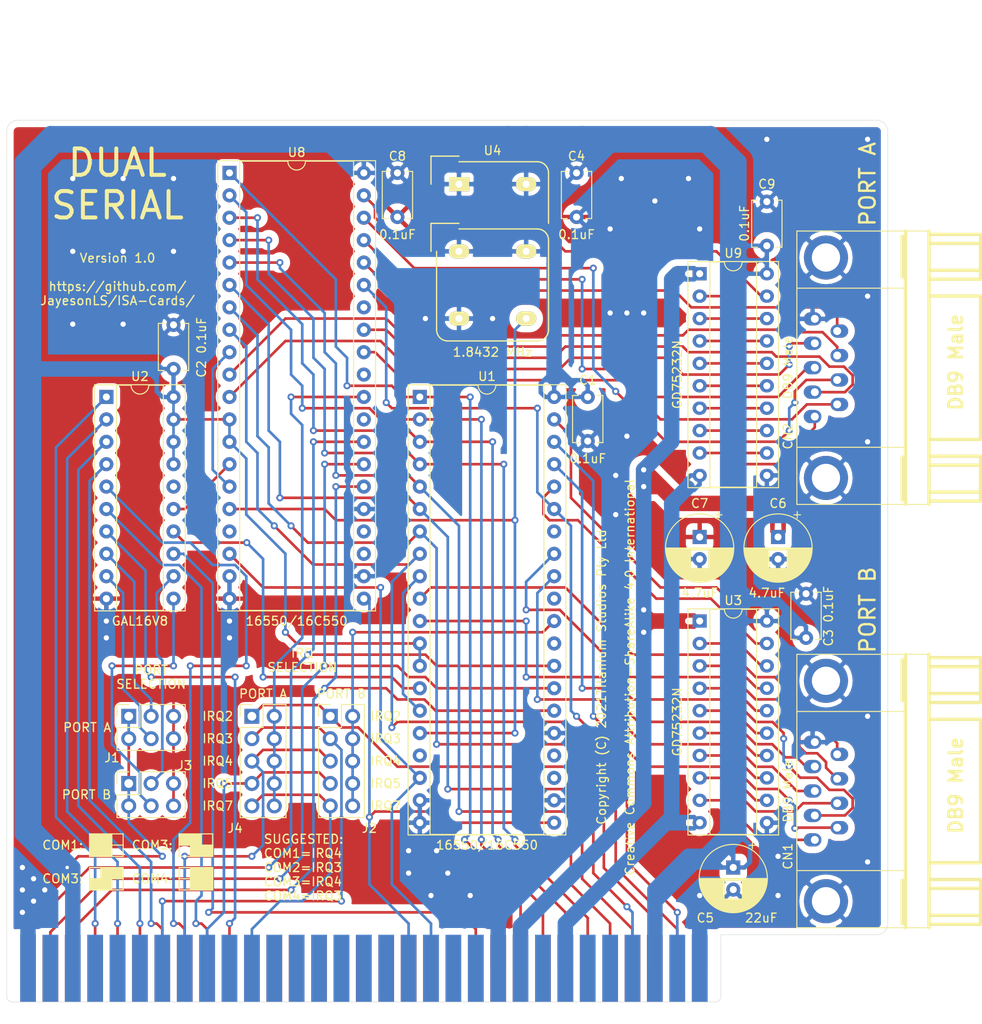
<source format=kicad_pcb>
(kicad_pcb (version 20171130) (host pcbnew "(5.1.9)-1")
  (layers (0 F.Cu signal) (31 B.Cu signal) (34 B.Paste user) (35 F.Paste user) (36 B.SilkS user) (37 F.SilkS user) (38 B.Mask user) (39 F.Mask user) (44 Edge.Cuts user))
  (net 0 "")
  (net 1 A00)
  (net 2 A01)
  (net 3 A02)
  (net 4 A03)
  (net 5 A04)
  (net 6 A05)
  (net 7 A06)
  (net 8 A07)
  (net 9 A08)
  (net 10 A09)
  (net 11 AEN)
  (net 12 D0)
  (net 13 D1)
  (net 14 D2)
  (net 15 D3)
  (net 16 D4)
  (net 17 D5)
  (net 18 D6)
  (net 19 D7)
  (net 20 GND)
  (net 21 VCC)
  (net 22 IRQ3)
  (net 23 IRQ4)
  (net 24 IRQ5)
  (net 25 IRQ7)
  (net 26 ~IOR)
  (net 27 ~IOW)
  (net 28 +12V)
  (net 29 -12V)
  (net 30 IRQ2)
  (net 31 RESET)
  (net 32 "Net-(J1-Pad5)")
  (net 33 "Net-(J1-Pad2)")
  (net 34 "Net-(J2-Pad10)")
  (net 35 "Net-(J3-Pad5)")
  (net 36 "Net-(J3-Pad2)")
  (net 37 "Net-(J4-Pad10)")
  (net 38 "Net-(J5-Pad52)")
  (net 39 "Net-(J5-Pad51)")
  (net 40 "Net-(J5-Pad50)")
  (net 41 "Net-(J5-Pad49)")
  (net 42 "Net-(J5-Pad48)")
  (net 43 "Net-(J5-Pad47)")
  (net 44 "Net-(J5-Pad46)")
  (net 45 "Net-(J5-Pad45)")
  (net 46 "Net-(J5-Pad44)")
  (net 47 "Net-(J5-Pad43)")
  (net 48 "Net-(J5-Pad41)")
  (net 49 "Net-(J5-Pad32)")
  (net 50 "Net-(J5-Pad30)")
  (net 51 "Net-(J5-Pad28)")
  (net 52 "Net-(J5-Pad27)")
  (net 53 "Net-(J5-Pad26)")
  (net 54 "Net-(J5-Pad22)")
  (net 55 "Net-(J5-Pad20)")
  (net 56 "Net-(J5-Pad19)")
  (net 57 "Net-(J5-Pad18)")
  (net 58 "Net-(J5-Pad17)")
  (net 59 "Net-(J5-Pad16)")
  (net 60 "Net-(J5-Pad15)")
  (net 61 "Net-(J5-Pad12)")
  (net 62 "Net-(J5-Pad11)")
  (net 63 "Net-(J5-Pad8)")
  (net 64 "Net-(J5-Pad6)")
  (net 65 "Net-(J5-Pad5)")
  (net 66 "Net-(U1-Pad39)")
  (net 67 "Net-(U1-Pad38)")
  (net 68 "Net-(U1-Pad37)")
  (net 69 "Net-(U1-Pad36)")
  (net 70 UART_XIN)
  (net 71 "Net-(U1-Pad15)")
  (net 72 "Net-(U1-Pad34)")
  (net 73 ~UART_A_CS)
  (net 74 "Net-(U1-Pad33)")
  (net 75 "Net-(U1-Pad32)")
  (net 76 "Net-(U1-Pad31)")
  (net 77 "Net-(U1-Pad11)")
  (net 78 "Net-(U1-Pad10)")
  (net 79 "Net-(U1-Pad29)")
  (net 80 "Net-(U1-Pad24)")
  (net 81 "Net-(U1-Pad23)")
  (net 82 /UART_A_B_SAME_PORT)
  (net 83 ~UART_B_CS)
  (net 84 "Net-(U8-Pad39)")
  (net 85 "Net-(U8-Pad38)")
  (net 86 "Net-(U8-Pad37)")
  (net 87 "Net-(U8-Pad36)")
  (net 88 "Net-(U8-Pad15)")
  (net 89 "Net-(U8-Pad34)")
  (net 90 "Net-(U8-Pad33)")
  (net 91 "Net-(U8-Pad32)")
  (net 92 "Net-(U8-Pad31)")
  (net 93 "Net-(U8-Pad11)")
  (net 94 "Net-(U8-Pad10)")
  (net 95 "Net-(U8-Pad29)")
  (net 96 "Net-(U8-Pad24)")
  (net 97 "Net-(U8-Pad23)")
  (net 98 /SERA_PIN3)
  (net 99 /SERA_PIN4)
  (net 100 /SERA_PIN2)
  (net 101 /SERA_PIN1)
  (net 102 /SERA_PIN6)
  (net 103 /SERA_PIN7)
  (net 104 /SERA_PIN8)
  (net 105 /SERA_PIN9)
  (net 106 /SERB_PIN9)
  (net 107 /SERB_PIN8)
  (net 108 /SERB_PIN7)
  (net 109 /SERB_PIN6)
  (net 110 /SERB_PIN1)
  (net 111 /SERB_PIN2)
  (net 112 /SERB_PIN4)
  (net 113 /SERB_PIN3)
  (net 114 "Net-(U1-Pad17)")
  (net 115 "Net-(U8-Pad17)")
  (module Package_DIP:DIP-20_W7.62mm_Socket (layer F.Cu) (at 175.26 99.06)
    (fp_text reference U3 (at 3.81 -2.33) (layer F.SilkS))
    (fp_text value GD75232N)
    (fp_text user %V (at -2.54 11.43 90) (layer F.SilkS))
    (pad 20 thru_hole oval (at 7.62 0) (size 1.6 1.50114) (drill 0.8) (layers *.Cu *.Mask) (net 21 VCC))
    (pad 10 thru_hole oval (at 0 22.86) (size 1.6 1.50114) (drill 0.8) (layers *.Cu *.Mask) (net 29 -12V))
    (pad 19 thru_hole oval (at 7.62 2.54) (size 1.6 1.50114) (drill 0.8) (layers *.Cu *.Mask) (net 66 "Net-(U1-Pad39)"))
    (pad 9 thru_hole oval (at 0 20.32) (size 1.6 1.50114) (drill 0.8) (layers *.Cu *.Mask) (net 101 /SERA_PIN1))
    (pad 18 thru_hole oval (at 7.62 5.08) (size 1.6 1.50114) (drill 0.8) (layers *.Cu *.Mask) (net 69 "Net-(U1-Pad36)"))
    (pad 8 thru_hole oval (at 0 17.78) (size 1.6 1.50114) (drill 0.8) (layers *.Cu *.Mask) (net 103 /SERA_PIN7))
    (pad 17 thru_hole oval (at 7.62 7.62) (size 1.6 1.50114) (drill 0.8) (layers *.Cu *.Mask) (net 78 "Net-(U1-Pad10)"))
    (pad 7 thru_hole oval (at 0 15.24) (size 1.6 1.50114) (drill 0.8) (layers *.Cu *.Mask) (net 102 /SERA_PIN6))
    (pad 16 thru_hole oval (at 7.62 10.16) (size 1.6 1.50114) (drill 0.8) (layers *.Cu *.Mask) (net 74 "Net-(U1-Pad33)"))
    (pad 6 thru_hole oval (at 0 12.7) (size 1.6 1.50114) (drill 0.8) (layers *.Cu *.Mask) (net 98 /SERA_PIN3))
    (pad 15 thru_hole oval (at 7.62 12.7) (size 1.6 1.50114) (drill 0.8) (layers *.Cu *.Mask) (net 77 "Net-(U1-Pad11)"))
    (pad 5 thru_hole oval (at 0 10.16) (size 1.6 1.50114) (drill 0.8) (layers *.Cu *.Mask) (net 99 /SERA_PIN4))
    (pad 14 thru_hole oval (at 7.62 15.24) (size 1.6 1.50114) (drill 0.8) (layers *.Cu *.Mask) (net 68 "Net-(U1-Pad37)"))
    (pad 4 thru_hole oval (at 0 7.62) (size 1.6 1.50114) (drill 0.8) (layers *.Cu *.Mask) (net 100 /SERA_PIN2))
    (pad 13 thru_hole oval (at 7.62 17.78) (size 1.6 1.50114) (drill 0.8) (layers *.Cu *.Mask) (net 75 "Net-(U1-Pad32)"))
    (pad 3 thru_hole oval (at 0 5.08) (size 1.6 1.50114) (drill 0.8) (layers *.Cu *.Mask) (net 104 /SERA_PIN8))
    (pad 12 thru_hole oval (at 7.62 20.32) (size 1.6 1.50114) (drill 0.8) (layers *.Cu *.Mask) (net 67 "Net-(U1-Pad38)"))
    (pad 2 thru_hole oval (at 0 2.54) (size 1.6 1.50114) (drill 0.8) (layers *.Cu *.Mask) (net 105 /SERA_PIN9))
    (pad 11 thru_hole oval (at 7.62 22.86) (size 1.6 1.50114) (drill 0.8) (layers *.Cu *.Mask) (net 20 GND))
    (pad 1 thru_hole rect (at 0 0) (size 1.6 1.50114) (drill 0.8) (layers *.Cu *.Mask) (net 28 +12V))
  )
  (module Package_DIP:DIP-20_W7.62mm_Socket (layer F.Cu) (at 175.26 59.69)
    (fp_text reference U9 (at 3.81 -2.33) (layer F.SilkS))
    (fp_text value GD75232N)
    (fp_text user %V (at -2.54 11.43 90) (layer F.SilkS))
    (pad 1 thru_hole rect (at 0 0) (size 1.6 1.50114) (drill 0.8) (layers *.Cu *.Mask) (net 28 +12V))
    (pad 11 thru_hole oval (at 7.62 22.86) (size 1.6 1.50114) (drill 0.8) (layers *.Cu *.Mask) (net 20 GND))
    (pad 2 thru_hole oval (at 0 2.54) (size 1.6 1.50114) (drill 0.8) (layers *.Cu *.Mask) (net 106 /SERB_PIN9))
    (pad 12 thru_hole oval (at 7.62 20.32) (size 1.6 1.50114) (drill 0.8) (layers *.Cu *.Mask) (net 85 "Net-(U8-Pad38)"))
    (pad 3 thru_hole oval (at 0 5.08) (size 1.6 1.50114) (drill 0.8) (layers *.Cu *.Mask) (net 107 /SERB_PIN8))
    (pad 13 thru_hole oval (at 7.62 17.78) (size 1.6 1.50114) (drill 0.8) (layers *.Cu *.Mask) (net 91 "Net-(U8-Pad32)"))
    (pad 4 thru_hole oval (at 0 7.62) (size 1.6 1.50114) (drill 0.8) (layers *.Cu *.Mask) (net 111 /SERB_PIN2))
    (pad 14 thru_hole oval (at 7.62 15.24) (size 1.6 1.50114) (drill 0.8) (layers *.Cu *.Mask) (net 86 "Net-(U8-Pad37)"))
    (pad 5 thru_hole oval (at 0 10.16) (size 1.6 1.50114) (drill 0.8) (layers *.Cu *.Mask) (net 112 /SERB_PIN4))
    (pad 15 thru_hole oval (at 7.62 12.7) (size 1.6 1.50114) (drill 0.8) (layers *.Cu *.Mask) (net 93 "Net-(U8-Pad11)"))
    (pad 6 thru_hole oval (at 0 12.7) (size 1.6 1.50114) (drill 0.8) (layers *.Cu *.Mask) (net 113 /SERB_PIN3))
    (pad 16 thru_hole oval (at 7.62 10.16) (size 1.6 1.50114) (drill 0.8) (layers *.Cu *.Mask) (net 90 "Net-(U8-Pad33)"))
    (pad 7 thru_hole oval (at 0 15.24) (size 1.6 1.50114) (drill 0.8) (layers *.Cu *.Mask) (net 109 /SERB_PIN6))
    (pad 17 thru_hole oval (at 7.62 7.62) (size 1.6 1.50114) (drill 0.8) (layers *.Cu *.Mask) (net 94 "Net-(U8-Pad10)"))
    (pad 8 thru_hole oval (at 0 17.78) (size 1.6 1.50114) (drill 0.8) (layers *.Cu *.Mask) (net 108 /SERB_PIN7))
    (pad 18 thru_hole oval (at 7.62 5.08) (size 1.6 1.50114) (drill 0.8) (layers *.Cu *.Mask) (net 87 "Net-(U8-Pad36)"))
    (pad 9 thru_hole oval (at 0 20.32) (size 1.6 1.50114) (drill 0.8) (layers *.Cu *.Mask) (net 110 /SERB_PIN1))
    (pad 19 thru_hole oval (at 7.62 2.54) (size 1.6 1.50114) (drill 0.8) (layers *.Cu *.Mask) (net 84 "Net-(U8-Pad39)"))
    (pad 10 thru_hole oval (at 0 22.86) (size 1.6 1.50114) (drill 0.8) (layers *.Cu *.Mask) (net 29 -12V))
    (pad 20 thru_hole oval (at 7.62 0) (size 1.6 1.50114) (drill 0.8) (layers *.Cu *.Mask) (net 21 VCC))
  )
  (module Package_DIP:DIP-40_W15.24mm_Socket (layer F.Cu) (at 143.51 73.66)
    (fp_text reference U1 (at 7.62 -2.33) (layer F.SilkS))
    (fp_text value 16550/16C550)
    (fp_text user %V (at 7.62 50.8) (layer F.SilkS))
    (pad 40 thru_hole oval (at 15.24 0) (size 1.6 1.6) (drill 0.8) (layers *.Cu *.Mask) (net 21 VCC))
    (pad 20 thru_hole oval (at 0 48.26) (size 1.6 1.6) (drill 0.8) (layers *.Cu *.Mask) (net 20 GND))
    (pad 39 thru_hole oval (at 15.24 2.54) (size 1.6 1.6) (drill 0.8) (layers *.Cu *.Mask) (net 66 "Net-(U1-Pad39)"))
    (pad 19 thru_hole oval (at 0 45.72) (size 1.6 1.6) (drill 0.8) (layers *.Cu *.Mask) (net 20 GND))
    (pad 38 thru_hole oval (at 15.24 5.08) (size 1.6 1.6) (drill 0.8) (layers *.Cu *.Mask) (net 67 "Net-(U1-Pad38)"))
    (pad 18 thru_hole oval (at 0 43.18) (size 1.6 1.6) (drill 0.8) (layers *.Cu *.Mask) (net 27 ~IOW))
    (pad 37 thru_hole oval (at 15.24 7.62) (size 1.6 1.6) (drill 0.8) (layers *.Cu *.Mask) (net 68 "Net-(U1-Pad37)"))
    (pad 17 thru_hole oval (at 0 40.64) (size 1.6 1.6) (drill 0.8) (layers *.Cu *.Mask) (net 114 "Net-(U1-Pad17)"))
    (pad 36 thru_hole oval (at 15.24 10.16) (size 1.6 1.6) (drill 0.8) (layers *.Cu *.Mask) (net 69 "Net-(U1-Pad36)"))
    (pad 16 thru_hole oval (at 0 38.1) (size 1.6 1.6) (drill 0.8) (layers *.Cu *.Mask) (net 70 UART_XIN))
    (pad 35 thru_hole oval (at 15.24 12.7) (size 1.6 1.6) (drill 0.8) (layers *.Cu *.Mask) (net 31 RESET))
    (pad 15 thru_hole oval (at 0 35.56) (size 1.6 1.6) (drill 0.8) (layers *.Cu *.Mask) (net 71 "Net-(U1-Pad15)"))
    (pad 34 thru_hole oval (at 15.24 15.24) (size 1.6 1.6) (drill 0.8) (layers *.Cu *.Mask) (net 72 "Net-(U1-Pad34)"))
    (pad 14 thru_hole oval (at 0 33.02) (size 1.6 1.6) (drill 0.8) (layers *.Cu *.Mask) (net 73 ~UART_A_CS))
    (pad 33 thru_hole oval (at 15.24 17.78) (size 1.6 1.6) (drill 0.8) (layers *.Cu *.Mask) (net 74 "Net-(U1-Pad33)"))
    (pad 13 thru_hole oval (at 0 30.48) (size 1.6 1.6) (drill 0.8) (layers *.Cu *.Mask) (net 21 VCC))
    (pad 32 thru_hole oval (at 15.24 20.32) (size 1.6 1.6) (drill 0.8) (layers *.Cu *.Mask) (net 75 "Net-(U1-Pad32)"))
    (pad 12 thru_hole oval (at 0 27.94) (size 1.6 1.6) (drill 0.8) (layers *.Cu *.Mask) (net 21 VCC))
    (pad 31 thru_hole oval (at 15.24 22.86) (size 1.6 1.6) (drill 0.8) (layers *.Cu *.Mask) (net 76 "Net-(U1-Pad31)"))
    (pad 11 thru_hole oval (at 0 25.4) (size 1.6 1.6) (drill 0.8) (layers *.Cu *.Mask) (net 77 "Net-(U1-Pad11)"))
    (pad 30 thru_hole oval (at 15.24 25.4) (size 1.6 1.6) (drill 0.8) (layers *.Cu *.Mask) (net 34 "Net-(J2-Pad10)"))
    (pad 10 thru_hole oval (at 0 22.86) (size 1.6 1.6) (drill 0.8) (layers *.Cu *.Mask) (net 78 "Net-(U1-Pad10)"))
    (pad 29 thru_hole oval (at 15.24 27.94) (size 1.6 1.6) (drill 0.8) (layers *.Cu *.Mask) (net 79 "Net-(U1-Pad29)"))
    (pad 9 thru_hole oval (at 0 20.32) (size 1.6 1.6) (drill 0.8) (layers *.Cu *.Mask) (net 71 "Net-(U1-Pad15)"))
    (pad 28 thru_hole oval (at 15.24 30.48) (size 1.6 1.6) (drill 0.8) (layers *.Cu *.Mask) (net 1 A00))
    (pad 8 thru_hole oval (at 0 17.78) (size 1.6 1.6) (drill 0.8) (layers *.Cu *.Mask) (net 19 D7))
    (pad 27 thru_hole oval (at 15.24 33.02) (size 1.6 1.6) (drill 0.8) (layers *.Cu *.Mask) (net 2 A01))
    (pad 7 thru_hole oval (at 0 15.24) (size 1.6 1.6) (drill 0.8) (layers *.Cu *.Mask) (net 18 D6))
    (pad 26 thru_hole oval (at 15.24 35.56) (size 1.6 1.6) (drill 0.8) (layers *.Cu *.Mask) (net 3 A02))
    (pad 6 thru_hole oval (at 0 12.7) (size 1.6 1.6) (drill 0.8) (layers *.Cu *.Mask) (net 17 D5))
    (pad 25 thru_hole oval (at 15.24 38.1) (size 1.6 1.6) (drill 0.8) (layers *.Cu *.Mask) (net 20 GND))
    (pad 5 thru_hole oval (at 0 10.16) (size 1.6 1.6) (drill 0.8) (layers *.Cu *.Mask) (net 16 D4))
    (pad 24 thru_hole oval (at 15.24 40.64) (size 1.6 1.6) (drill 0.8) (layers *.Cu *.Mask) (net 80 "Net-(U1-Pad24)"))
    (pad 4 thru_hole oval (at 0 7.62) (size 1.6 1.6) (drill 0.8) (layers *.Cu *.Mask) (net 15 D3))
    (pad 23 thru_hole oval (at 15.24 43.18) (size 1.6 1.6) (drill 0.8) (layers *.Cu *.Mask) (net 81 "Net-(U1-Pad23)"))
    (pad 3 thru_hole oval (at 0 5.08) (size 1.6 1.6) (drill 0.8) (layers *.Cu *.Mask) (net 14 D2))
    (pad 22 thru_hole oval (at 15.24 45.72) (size 1.6 1.6) (drill 0.8) (layers *.Cu *.Mask) (net 20 GND))
    (pad 2 thru_hole oval (at 0 2.54) (size 1.6 1.6) (drill 0.8) (layers *.Cu *.Mask) (net 13 D1))
    (pad 21 thru_hole oval (at 15.24 48.26) (size 1.6 1.6) (drill 0.8) (layers *.Cu *.Mask) (net 26 ~IOR))
    (pad 1 thru_hole rect (at 0 0) (size 1.6 1.6) (drill 0.8) (layers *.Cu *.Mask) (net 12 D0))
  )
  (module Package_DIP:DIP-40_W15.24mm_Socket (layer F.Cu) (at 121.92 48.26)
    (fp_text reference U8 (at 7.62 -2.33) (layer F.SilkS))
    (fp_text value 16550/16C550)
    (fp_text user %V (at 7.62 50.8) (layer F.SilkS))
    (pad 40 thru_hole oval (at 15.24 0) (size 1.6 1.6) (drill 0.8) (layers *.Cu *.Mask) (net 21 VCC))
    (pad 20 thru_hole oval (at 0 48.26) (size 1.6 1.6) (drill 0.8) (layers *.Cu *.Mask) (net 20 GND))
    (pad 39 thru_hole oval (at 15.24 2.54) (size 1.6 1.6) (drill 0.8) (layers *.Cu *.Mask) (net 84 "Net-(U8-Pad39)"))
    (pad 19 thru_hole oval (at 0 45.72) (size 1.6 1.6) (drill 0.8) (layers *.Cu *.Mask) (net 20 GND))
    (pad 38 thru_hole oval (at 15.24 5.08) (size 1.6 1.6) (drill 0.8) (layers *.Cu *.Mask) (net 85 "Net-(U8-Pad38)"))
    (pad 18 thru_hole oval (at 0 43.18) (size 1.6 1.6) (drill 0.8) (layers *.Cu *.Mask) (net 27 ~IOW))
    (pad 37 thru_hole oval (at 15.24 7.62) (size 1.6 1.6) (drill 0.8) (layers *.Cu *.Mask) (net 86 "Net-(U8-Pad37)"))
    (pad 17 thru_hole oval (at 0 40.64) (size 1.6 1.6) (drill 0.8) (layers *.Cu *.Mask) (net 115 "Net-(U8-Pad17)"))
    (pad 36 thru_hole oval (at 15.24 10.16) (size 1.6 1.6) (drill 0.8) (layers *.Cu *.Mask) (net 87 "Net-(U8-Pad36)"))
    (pad 16 thru_hole oval (at 0 38.1) (size 1.6 1.6) (drill 0.8) (layers *.Cu *.Mask) (net 70 UART_XIN))
    (pad 35 thru_hole oval (at 15.24 12.7) (size 1.6 1.6) (drill 0.8) (layers *.Cu *.Mask) (net 31 RESET))
    (pad 15 thru_hole oval (at 0 35.56) (size 1.6 1.6) (drill 0.8) (layers *.Cu *.Mask) (net 88 "Net-(U8-Pad15)"))
    (pad 34 thru_hole oval (at 15.24 15.24) (size 1.6 1.6) (drill 0.8) (layers *.Cu *.Mask) (net 89 "Net-(U8-Pad34)"))
    (pad 14 thru_hole oval (at 0 33.02) (size 1.6 1.6) (drill 0.8) (layers *.Cu *.Mask) (net 83 ~UART_B_CS))
    (pad 33 thru_hole oval (at 15.24 17.78) (size 1.6 1.6) (drill 0.8) (layers *.Cu *.Mask) (net 90 "Net-(U8-Pad33)"))
    (pad 13 thru_hole oval (at 0 30.48) (size 1.6 1.6) (drill 0.8) (layers *.Cu *.Mask) (net 21 VCC))
    (pad 32 thru_hole oval (at 15.24 20.32) (size 1.6 1.6) (drill 0.8) (layers *.Cu *.Mask) (net 91 "Net-(U8-Pad32)"))
    (pad 12 thru_hole oval (at 0 27.94) (size 1.6 1.6) (drill 0.8) (layers *.Cu *.Mask) (net 21 VCC))
    (pad 31 thru_hole oval (at 15.24 22.86) (size 1.6 1.6) (drill 0.8) (layers *.Cu *.Mask) (net 92 "Net-(U8-Pad31)"))
    (pad 11 thru_hole oval (at 0 25.4) (size 1.6 1.6) (drill 0.8) (layers *.Cu *.Mask) (net 93 "Net-(U8-Pad11)"))
    (pad 30 thru_hole oval (at 15.24 25.4) (size 1.6 1.6) (drill 0.8) (layers *.Cu *.Mask) (net 37 "Net-(J4-Pad10)"))
    (pad 10 thru_hole oval (at 0 22.86) (size 1.6 1.6) (drill 0.8) (layers *.Cu *.Mask) (net 94 "Net-(U8-Pad10)"))
    (pad 29 thru_hole oval (at 15.24 27.94) (size 1.6 1.6) (drill 0.8) (layers *.Cu *.Mask) (net 95 "Net-(U8-Pad29)"))
    (pad 9 thru_hole oval (at 0 20.32) (size 1.6 1.6) (drill 0.8) (layers *.Cu *.Mask) (net 88 "Net-(U8-Pad15)"))
    (pad 28 thru_hole oval (at 15.24 30.48) (size 1.6 1.6) (drill 0.8) (layers *.Cu *.Mask) (net 1 A00))
    (pad 8 thru_hole oval (at 0 17.78) (size 1.6 1.6) (drill 0.8) (layers *.Cu *.Mask) (net 19 D7))
    (pad 27 thru_hole oval (at 15.24 33.02) (size 1.6 1.6) (drill 0.8) (layers *.Cu *.Mask) (net 2 A01))
    (pad 7 thru_hole oval (at 0 15.24) (size 1.6 1.6) (drill 0.8) (layers *.Cu *.Mask) (net 18 D6))
    (pad 26 thru_hole oval (at 15.24 35.56) (size 1.6 1.6) (drill 0.8) (layers *.Cu *.Mask) (net 3 A02))
    (pad 6 thru_hole oval (at 0 12.7) (size 1.6 1.6) (drill 0.8) (layers *.Cu *.Mask) (net 17 D5))
    (pad 25 thru_hole oval (at 15.24 38.1) (size 1.6 1.6) (drill 0.8) (layers *.Cu *.Mask) (net 20 GND))
    (pad 5 thru_hole oval (at 0 10.16) (size 1.6 1.6) (drill 0.8) (layers *.Cu *.Mask) (net 16 D4))
    (pad 24 thru_hole oval (at 15.24 40.64) (size 1.6 1.6) (drill 0.8) (layers *.Cu *.Mask) (net 96 "Net-(U8-Pad24)"))
    (pad 4 thru_hole oval (at 0 7.62) (size 1.6 1.6) (drill 0.8) (layers *.Cu *.Mask) (net 15 D3))
    (pad 23 thru_hole oval (at 15.24 43.18) (size 1.6 1.6) (drill 0.8) (layers *.Cu *.Mask) (net 97 "Net-(U8-Pad23)"))
    (pad 3 thru_hole oval (at 0 5.08) (size 1.6 1.6) (drill 0.8) (layers *.Cu *.Mask) (net 14 D2))
    (pad 22 thru_hole oval (at 15.24 45.72) (size 1.6 1.6) (drill 0.8) (layers *.Cu *.Mask) (net 20 GND))
    (pad 2 thru_hole oval (at 0 2.54) (size 1.6 1.6) (drill 0.8) (layers *.Cu *.Mask) (net 13 D1))
    (pad 21 thru_hole oval (at 15.24 48.26) (size 1.6 1.6) (drill 0.8) (layers *.Cu *.Mask) (net 26 ~IOR))
    (pad 1 thru_hole rect (at 0 0) (size 1.6 1.6) (drill 0.8) (layers *.Cu *.Mask) (net 12 D0))
  )
  (module Package_DIP:DIP-20_W7.62mm_Socket (layer F.Cu) (at 107.95 73.66)
    (fp_text reference U2 (at 3.81 -2.33) (layer F.SilkS))
    (fp_text value GAL16V8)
    (fp_text user %V (at 3.81 25.4) (layer F.SilkS))
    (pad 20 thru_hole oval (at 7.62 0) (size 1.6 1.6) (drill 0.8) (layers *.Cu *.Mask) (net 21 VCC))
    (pad 10 thru_hole oval (at 0 22.86) (size 1.6 1.6) (drill 0.8) (layers *.Cu *.Mask) (net 20 GND))
    (pad 19 thru_hole oval (at 7.62 2.54) (size 1.6 1.6) (drill 0.8) (layers *.Cu *.Mask) (net 21 VCC))
    (pad 9 thru_hole oval (at 0 20.32) (size 1.6 1.6) (drill 0.8) (layers *.Cu *.Mask) (net 32 "Net-(J1-Pad5)"))
    (pad 18 thru_hole oval (at 7.62 5.08) (size 1.6 1.6) (drill 0.8) (layers *.Cu *.Mask) (net 21 VCC))
    (pad 8 thru_hole oval (at 0 17.78) (size 1.6 1.6) (drill 0.8) (layers *.Cu *.Mask) (net 33 "Net-(J1-Pad2)"))
    (pad 17 thru_hole oval (at 7.62 7.62) (size 1.6 1.6) (drill 0.8) (layers *.Cu *.Mask) (net 21 VCC))
    (pad 7 thru_hole oval (at 0 15.24) (size 1.6 1.6) (drill 0.8) (layers *.Cu *.Mask) (net 10 A09))
    (pad 16 thru_hole oval (at 7.62 10.16) (size 1.6 1.6) (drill 0.8) (layers *.Cu *.Mask) (net 82 /UART_A_B_SAME_PORT))
    (pad 6 thru_hole oval (at 0 12.7) (size 1.6 1.6) (drill 0.8) (layers *.Cu *.Mask) (net 9 A08))
    (pad 15 thru_hole oval (at 7.62 12.7) (size 1.6 1.6) (drill 0.8) (layers *.Cu *.Mask) (net 83 ~UART_B_CS))
    (pad 5 thru_hole oval (at 0 10.16) (size 1.6 1.6) (drill 0.8) (layers *.Cu *.Mask) (net 8 A07))
    (pad 14 thru_hole oval (at 7.62 15.24) (size 1.6 1.6) (drill 0.8) (layers *.Cu *.Mask) (net 73 ~UART_A_CS))
    (pad 4 thru_hole oval (at 0 7.62) (size 1.6 1.6) (drill 0.8) (layers *.Cu *.Mask) (net 7 A06))
    (pad 13 thru_hole oval (at 7.62 17.78) (size 1.6 1.6) (drill 0.8) (layers *.Cu *.Mask) (net 11 AEN))
    (pad 3 thru_hole oval (at 0 5.08) (size 1.6 1.6) (drill 0.8) (layers *.Cu *.Mask) (net 6 A05))
    (pad 12 thru_hole oval (at 7.62 20.32) (size 1.6 1.6) (drill 0.8) (layers *.Cu *.Mask) (net 36 "Net-(J3-Pad2)"))
    (pad 2 thru_hole oval (at 0 2.54) (size 1.6 1.6) (drill 0.8) (layers *.Cu *.Mask) (net 5 A04))
    (pad 11 thru_hole oval (at 7.62 22.86) (size 1.6 1.6) (drill 0.8) (layers *.Cu *.Mask) (net 35 "Net-(J3-Pad5)"))
    (pad 1 thru_hole rect (at 0 0) (size 1.6 1.6) (drill 0.8) (layers *.Cu *.Mask) (net 4 A03))
  )
  (module 00Custom:Crystal_DIP8_DIP14 (layer F.Cu) (at 147.955 49.53)
    (fp_text reference U4 (at 3.81 -3.81) (layer F.SilkS))
    (fp_text value "1.8432 MHz")
    (fp_text user %V (at 3.81 19.05) (layer F.SilkS))
    (pad 14 thru_hole oval (at 7.62 0) (size 2.3 1.6) (drill 0.8) (layers *.Cu *.Mask F.SilkS) (net 21 VCC))
    (pad 11 thru_hole oval (at 7.62 7.62) (size 2.3 1.6) (drill 0.8) (layers *.Cu *.Mask F.SilkS) (net 21 VCC))
    (pad 8 thru_hole oval (at 7.62 15.24) (size 2.3 1.6) (drill 0.8) (layers *.Cu *.Mask F.SilkS) (net 70 UART_XIN))
    (pad 7 thru_hole oval (at 0 15.24) (size 2.3 1.6) (drill 0.8) (layers *.Cu *.Mask F.SilkS) (net 20 GND))
    (pad 4 thru_hole oval (at 0 7.62) (size 2.3 1.6) (drill 0.8) (layers *.Cu *.Mask F.SilkS) (net 21 VCC))
    (pad 1 thru_hole rect (at 0 0) (size 2.3 1.6) (drill 0.8) (layers *.Cu *.Mask F.SilkS) (net 21 VCC))
  )
  (module Capacitor_THT:CP_Radial_D7.5mm_P2.50mm (layer F.Cu) (at 184.15 89.535 270)
    (fp_text reference C6 (at -3.81 0 180) (layer F.SilkS))
    (fp_text value 4.7uF)
    (fp_text user %V (at 6.35 1.27 180) (layer F.SilkS))
    (pad 2 thru_hole oval (at 2.5 0 270) (size 1.6 1.6) (drill 0.8) (layers *.Cu *.Mask) (net 20 GND))
    (pad 1 thru_hole rect (at 0 0 270) (size 1.6 1.6) (drill 0.8) (layers *.Cu *.Mask) (net 28 +12V))
  )
  (module Capacitor_THT:CP_Radial_D7.5mm_P2.50mm (layer F.Cu) (at 175.26 89.535 270)
    (fp_text reference C7 (at -3.81 0 180) (layer F.SilkS))
    (fp_text value 4.7uF)
    (fp_text user %V (at 6.35 0 180) (layer F.SilkS))
    (pad 2 thru_hole circle (at 2.5 0 270) (size 1.6 1.6) (drill 0.8) (layers *.Cu *.Mask) (net 29 -12V))
    (pad 1 thru_hole rect (at 0 0 270) (size 1.6 1.6) (drill 0.8) (layers *.Cu *.Mask) (net 20 GND))
  )
  (module Capacitor_THT:CP_Radial_D7.5mm_P2.50mm (layer F.Cu) (at 179.07 127 270)
    (fp_text reference C5 (at 5.715 3.175 180) (layer F.SilkS))
    (fp_text value 22uF)
    (fp_text user %V (at 5.715 -3.175 180) (layer F.SilkS))
    (pad 2 thru_hole circle (at 2.5 0 270) (size 1.6 1.6) (drill 0.8) (layers *.Cu *.Mask) (net 20 GND))
    (pad 1 thru_hole rect (at 0 0 270) (size 1.6 1.6) (drill 0.8) (layers *.Cu *.Mask) (net 21 VCC))
  )
  (module Capacitor_THT:C_Disc_D5.1mm_W3.2mm_P5.00mm (layer F.Cu) (at 187.325 100.965 90)
    (fp_text reference C3 (at 0 2.54 90) (layer F.SilkS))
    (fp_text value 0.1uF)
    (fp_text user %V (at 3.81 2.54 270) (layer F.SilkS))
    (pad 1 thru_hole circle (at 0 0 90) (size 1.6 1.6) (drill 0.8) (layers *.Cu *.Mask) (net 21 VCC))
    (pad 2 thru_hole circle (at 5 0 90) (size 1.6 1.6) (drill 0.8) (layers *.Cu *.Mask) (net 20 GND))
  )
  (module Capacitor_THT:C_Disc_D5.1mm_W3.2mm_P5.00mm (layer F.Cu) (at 162.56 73.66 270)
    (fp_text reference C1 (at -1.905 0 180) (layer F.SilkS))
    (fp_text value 0.1uF)
    (fp_text user %V (at 6.985 0 180) (layer F.SilkS))
    (pad 2 thru_hole circle (at 5 0 270) (size 1.6 1.6) (drill 0.8) (layers *.Cu *.Mask) (net 20 GND))
    (pad 1 thru_hole circle (at 0 0 270) (size 1.6 1.6) (drill 0.8) (layers *.Cu *.Mask) (net 21 VCC))
  )
  (module Capacitor_THT:C_Disc_D5.1mm_W3.2mm_P5.00mm (layer F.Cu) (at 182.88 56.515 90)
    (fp_text reference C9 (at 6.985 0) (layer F.SilkS))
    (fp_text value 0.1uF)
    (fp_text user %V (at 2.54 -2.54 270) (layer F.SilkS))
    (pad 2 thru_hole circle (at 5 0 90) (size 1.6 1.6) (drill 0.8) (layers *.Cu *.Mask) (net 20 GND))
    (pad 1 thru_hole circle (at 0 0 90) (size 1.6 1.6) (drill 0.8) (layers *.Cu *.Mask) (net 21 VCC))
  )
  (module Capacitor_THT:C_Disc_D5.1mm_W3.2mm_P5.00mm (layer F.Cu) (at 161.29 48.26 270)
    (fp_text reference C4 (at -1.905 0 180) (layer F.SilkS))
    (fp_text value 0.1uF)
    (fp_text user %V (at 6.985 0 180) (layer F.SilkS))
    (pad 2 thru_hole circle (at 5 0 270) (size 1.6 1.6) (drill 0.8) (layers *.Cu *.Mask) (net 20 GND))
    (pad 1 thru_hole circle (at 0 0 270) (size 1.6 1.6) (drill 0.8) (layers *.Cu *.Mask) (net 21 VCC))
  )
  (module Capacitor_THT:C_Disc_D5.1mm_W3.2mm_P5.00mm (layer F.Cu) (at 140.97 48.26 270)
    (fp_text reference C8 (at -1.905 0 180) (layer F.SilkS))
    (fp_text value 0.1uF)
    (fp_text user %V (at 6.985 0 180) (layer F.SilkS))
    (pad 2 thru_hole circle (at 5 0 270) (size 1.6 1.6) (drill 0.8) (layers *.Cu *.Mask) (net 20 GND))
    (pad 1 thru_hole circle (at 0 0 270) (size 1.6 1.6) (drill 0.8) (layers *.Cu *.Mask) (net 21 VCC))
  )
  (module Capacitor_THT:C_Disc_D5.1mm_W3.2mm_P5.00mm (layer F.Cu) (at 115.57 70.485 90)
    (fp_text reference C2 (at 0 3.175 90) (layer F.SilkS))
    (fp_text value 0.1uF)
    (fp_text user %V (at 3.81 3.175 270) (layer F.SilkS))
    (pad 2 thru_hole circle (at 5 0 90) (size 1.6 1.6) (drill 0.8) (layers *.Cu *.Mask) (net 20 GND))
    (pad 1 thru_hole circle (at 0 0 90) (size 1.6 1.6) (drill 0.8) (layers *.Cu *.Mask) (net 21 VCC))
  )
  (module Connector_PinHeader_2.54mm:PinHeader_2x05_P2.54mm_Vertical (layer F.Cu) (at 124.46 109.855)
    (fp_text reference J4 (at -1.905 12.7) (layer F.SilkS))
    (fp_text value IRQ_B_SELECT)
    (pad 10 thru_hole oval (at 2.54 10.16) (size 1.7 1.7) (drill 1) (layers *.Cu *.Mask) (net 37 "Net-(J4-Pad10)"))
    (pad 9 thru_hole oval (at 0 10.16) (size 1.7 1.7) (drill 1) (layers *.Cu *.Mask) (net 25 IRQ7))
    (pad 8 thru_hole oval (at 2.54 7.62) (size 1.7 1.7) (drill 1) (layers *.Cu *.Mask) (net 37 "Net-(J4-Pad10)"))
    (pad 7 thru_hole oval (at 0 7.62) (size 1.7 1.7) (drill 1) (layers *.Cu *.Mask) (net 24 IRQ5))
    (pad 6 thru_hole oval (at 2.54 5.08) (size 1.7 1.7) (drill 1) (layers *.Cu *.Mask) (net 37 "Net-(J4-Pad10)"))
    (pad 5 thru_hole oval (at 0 5.08) (size 1.7 1.7) (drill 1) (layers *.Cu *.Mask) (net 23 IRQ4))
    (pad 4 thru_hole oval (at 2.54 2.54) (size 1.7 1.7) (drill 1) (layers *.Cu *.Mask) (net 37 "Net-(J4-Pad10)"))
    (pad 3 thru_hole oval (at 0 2.54) (size 1.7 1.7) (drill 1) (layers *.Cu *.Mask) (net 22 IRQ3))
    (pad 2 thru_hole oval (at 2.54 0) (size 1.7 1.7) (drill 1) (layers *.Cu *.Mask) (net 37 "Net-(J4-Pad10)"))
    (pad 1 thru_hole rect (at 0 0) (size 1.7 1.7) (drill 1) (layers *.Cu *.Mask) (net 30 IRQ2))
  )
  (module 00Custom:PinHeader_3x02_P2.54mm_Vertical (layer F.Cu) (at 110.49 109.855)
    (fp_text reference J1 (at -1.905 4.699) (layer F.SilkS))
    (fp_text value COM_A_SELECT)
    (pad 6 thru_hole oval (at 5.08 2.54 90) (size 1.7 1.7) (drill 1) (layers *.Cu *.Mask) (net 20 GND))
    (pad 3 thru_hole oval (at 5.08 0 90) (size 1.7 1.7) (drill 1) (layers *.Cu *.Mask) (net 20 GND))
    (pad 5 thru_hole oval (at 2.54 2.54 90) (size 1.7 1.7) (drill 1) (layers *.Cu *.Mask) (net 32 "Net-(J1-Pad5)"))
    (pad 2 thru_hole oval (at 2.54 0 90) (size 1.7 1.7) (drill 1) (layers *.Cu *.Mask) (net 33 "Net-(J1-Pad2)"))
    (pad 4 thru_hole oval (at 0 2.54 90) (size 1.7 1.7) (drill 1) (layers *.Cu *.Mask) (net 21 VCC))
    (pad 1 thru_hole rect (at 0 0 90) (size 1.7 1.7) (drill 1) (layers *.Cu *.Mask) (net 21 VCC))
  )
  (module w_conn_d-sub:DB_9M (layer F.Cu) (at 196.701 70.343 90)
    (fp_text reference CN2 (at -7.762 -11.43 90) (layer F.SilkS))
    (fp_text value "DB9 Male" (at 0.635 7.62 90) (layer F.SilkS) (effects (font (size 1.524 1.524) (thickness 0.3048))))
    (fp_text user %V (at 0 -11.43 90) (layer F.SilkS))
    (pad 5 thru_hole circle (at -12.49426 -7.112 90) (size 5.00126 5.00126) (drill 3.2004) (layers *.Cu *.Mask) (net 20 GND))
    (pad 9 thru_hole oval (at 4.15544 -5.842 90) (size 1.50114 1.99898) (drill 0.89916 (offset 0 0.24892)) (layers *.Cu *.Mask) (net 106 /SERB_PIN9))
    (pad 8 thru_hole oval (at 1.3843 -5.842 90) (size 1.50114 1.99898) (drill 0.89916 (offset 0 0.24892)) (layers *.Cu *.Mask) (net 107 /SERB_PIN8))
    (pad 7 thru_hole oval (at -1.3843 -5.842 90) (size 1.50114 1.99898) (drill 0.89916 (offset 0 0.24892)) (layers *.Cu *.Mask) (net 108 /SERB_PIN7))
    (pad 6 thru_hole oval (at -4.15544 -5.842 90) (size 1.50114 1.99898) (drill 0.89916 (offset 0 0.24892)) (layers *.Cu *.Mask) (net 109 /SERB_PIN6))
    (pad 1 thru_hole oval (at -5.53974 -8.382 90) (size 1.50114 1.99898) (drill 0.89916 (offset 0 -0.24892)) (layers *.Cu *.Mask) (net 110 /SERB_PIN1))
    (pad 2 thru_hole oval (at -2.77114 -8.382 90) (size 1.50114 1.99898) (drill 0.89916 (offset 0 -0.24892)) (layers *.Cu *.Mask) (net 111 /SERB_PIN2))
    (pad 5 thru_hole oval (at 5.53974 -8.382 90) (size 1.50114 1.99898) (drill 0.89916 (offset 0 -0.24892)) (layers *.Cu *.Mask) (net 20 GND))
    (pad 4 thru_hole oval (at 2.77114 -8.382 90) (size 1.50114 1.99898) (drill 0.89916 (offset 0 -0.24892)) (layers *.Cu *.Mask) (net 112 /SERB_PIN4))
    (pad 3 thru_hole oval (at 0 -8.382 90) (size 1.50114 1.99898) (drill 0.89916 (offset 0 -0.24892)) (layers *.Cu *.Mask) (net 113 /SERB_PIN3))
    (pad 5 thru_hole circle (at 12.49426 -7.112 90) (size 5.00126 5.00126) (drill 3.2004) (layers *.Cu *.Mask) (net 20 GND))
  )
  (module w_conn_d-sub:DB_9M (layer F.Cu) (at 196.701 118.327 90)
    (fp_text reference CN1 (at -7.403 -11.43 90) (layer F.SilkS))
    (fp_text value "DB9 Male" (at 0.635 7.62 90) (layer F.SilkS) (effects (font (size 1.524 1.524) (thickness 0.3048))))
    (fp_text user %V (at 0 -11.43 90) (layer F.SilkS))
    (pad 5 thru_hole circle (at 12.49426 -7.112 90) (size 5.00126 5.00126) (drill 3.2004) (layers *.Cu *.Mask) (net 20 GND))
    (pad 3 thru_hole oval (at 0 -8.382 90) (size 1.50114 1.99898) (drill 0.89916 (offset 0 -0.24892)) (layers *.Cu *.Mask) (net 98 /SERA_PIN3))
    (pad 4 thru_hole oval (at 2.77114 -8.382 90) (size 1.50114 1.99898) (drill 0.89916 (offset 0 -0.24892)) (layers *.Cu *.Mask) (net 99 /SERA_PIN4))
    (pad 5 thru_hole oval (at 5.53974 -8.382 90) (size 1.50114 1.99898) (drill 0.89916 (offset 0 -0.24892)) (layers *.Cu *.Mask) (net 20 GND))
    (pad 2 thru_hole oval (at -2.77114 -8.382 90) (size 1.50114 1.99898) (drill 0.89916 (offset 0 -0.24892)) (layers *.Cu *.Mask) (net 100 /SERA_PIN2))
    (pad 1 thru_hole oval (at -5.53974 -8.382 90) (size 1.50114 1.99898) (drill 0.89916 (offset 0 -0.24892)) (layers *.Cu *.Mask) (net 101 /SERA_PIN1))
    (pad 6 thru_hole oval (at -4.15544 -5.842 90) (size 1.50114 1.99898) (drill 0.89916 (offset 0 0.24892)) (layers *.Cu *.Mask) (net 102 /SERA_PIN6))
    (pad 7 thru_hole oval (at -1.3843 -5.842 90) (size 1.50114 1.99898) (drill 0.89916 (offset 0 0.24892)) (layers *.Cu *.Mask) (net 103 /SERA_PIN7))
    (pad 8 thru_hole oval (at 1.3843 -5.842 90) (size 1.50114 1.99898) (drill 0.89916 (offset 0 0.24892)) (layers *.Cu *.Mask) (net 104 /SERA_PIN8))
    (pad 9 thru_hole oval (at 4.15544 -5.842 90) (size 1.50114 1.99898) (drill 0.89916 (offset 0 0.24892)) (layers *.Cu *.Mask) (net 105 /SERA_PIN9))
    (pad 5 thru_hole circle (at -12.49426 -7.112 90) (size 5.00126 5.00126) (drill 3.2004) (layers *.Cu *.Mask) (net 20 GND))
  )
  (module 00Custom:PinHeader_3x02_P2.54mm_Vertical (layer F.Cu) (at 110.49 117.475)
    (fp_text reference J3 (at 6.35 -2.032) (layer F.SilkS))
    (fp_text value COM_A_SELECT)
    (pad 6 thru_hole oval (at 5.08 2.54 90) (size 1.7 1.7) (drill 1) (layers *.Cu *.Mask) (net 20 GND))
    (pad 3 thru_hole oval (at 5.08 0 90) (size 1.7 1.7) (drill 1) (layers *.Cu *.Mask) (net 20 GND))
    (pad 5 thru_hole oval (at 2.54 2.54 90) (size 1.7 1.7) (drill 1) (layers *.Cu *.Mask) (net 35 "Net-(J3-Pad5)"))
    (pad 2 thru_hole oval (at 2.54 0 90) (size 1.7 1.7) (drill 1) (layers *.Cu *.Mask) (net 36 "Net-(J3-Pad2)"))
    (pad 4 thru_hole oval (at 0 2.54 90) (size 1.7 1.7) (drill 1) (layers *.Cu *.Mask) (net 21 VCC))
    (pad 1 thru_hole rect (at 0 0 90) (size 1.7 1.7) (drill 1) (layers *.Cu *.Mask) (net 21 VCC))
  )
  (module Connector_PinHeader_2.54mm:PinHeader_2x05_P2.54mm_Vertical (layer F.Cu) (at 133.35 109.855)
    (fp_text reference J2 (at 4.445 12.7) (layer F.SilkS))
    (fp_text value IRQ_A_SELECT)
    (pad 10 thru_hole oval (at 2.54 10.16) (size 1.7 1.7) (drill 1) (layers *.Cu *.Mask) (net 34 "Net-(J2-Pad10)"))
    (pad 9 thru_hole oval (at 0 10.16) (size 1.7 1.7) (drill 1) (layers *.Cu *.Mask) (net 25 IRQ7))
    (pad 8 thru_hole oval (at 2.54 7.62) (size 1.7 1.7) (drill 1) (layers *.Cu *.Mask) (net 34 "Net-(J2-Pad10)"))
    (pad 7 thru_hole oval (at 0 7.62) (size 1.7 1.7) (drill 1) (layers *.Cu *.Mask) (net 24 IRQ5))
    (pad 6 thru_hole oval (at 2.54 5.08) (size 1.7 1.7) (drill 1) (layers *.Cu *.Mask) (net 34 "Net-(J2-Pad10)"))
    (pad 5 thru_hole oval (at 0 5.08) (size 1.7 1.7) (drill 1) (layers *.Cu *.Mask) (net 23 IRQ4))
    (pad 4 thru_hole oval (at 2.54 2.54) (size 1.7 1.7) (drill 1) (layers *.Cu *.Mask) (net 34 "Net-(J2-Pad10)"))
    (pad 3 thru_hole oval (at 0 2.54) (size 1.7 1.7) (drill 1) (layers *.Cu *.Mask) (net 22 IRQ3))
    (pad 2 thru_hole oval (at 2.54 0) (size 1.7 1.7) (drill 1) (layers *.Cu *.Mask) (net 34 "Net-(J2-Pad10)"))
    (pad 1 thru_hole rect (at 0 0) (size 1.7 1.7) (drill 1) (layers *.Cu *.Mask) (net 30 IRQ2))
  )
  (module 00Custom:BUS_XT (layer F.Cu) (at 175.26 138.43)
    (fp_text reference J5 hide)
    (fp_text value Bus_ISA_8bit)
    (pad 62 connect rect (at -76.2 0) (size 1.78 7.62) (layers F.Cu F.Mask) (net 1 A00))
    (pad 61 connect rect (at -73.66 0) (size 1.78 7.62) (layers F.Cu F.Mask) (net 2 A01))
    (pad 60 connect rect (at -71.12 0) (size 1.78 7.62) (layers F.Cu F.Mask) (net 3 A02))
    (pad 59 connect rect (at -68.58 0) (size 1.78 7.62) (layers F.Cu F.Mask) (net 4 A03))
    (pad 58 connect rect (at -66.04 0) (size 1.78 7.62) (layers F.Cu F.Mask) (net 5 A04))
    (pad 57 connect rect (at -63.5 0) (size 1.78 7.62) (layers F.Cu F.Mask) (net 6 A05))
    (pad 56 connect rect (at -60.96 0) (size 1.78 7.62) (layers F.Cu F.Mask) (net 7 A06))
    (pad 55 connect rect (at -58.42 0) (size 1.78 7.62) (layers F.Cu F.Mask) (net 8 A07))
    (pad 54 connect rect (at -55.88 0) (size 1.78 7.62) (layers F.Cu F.Mask) (net 9 A08))
    (pad 53 connect rect (at -53.34 0) (size 1.78 7.62) (layers F.Cu F.Mask) (net 10 A09))
    (pad 52 connect rect (at -50.8 0) (size 1.78 7.62) (layers F.Cu F.Mask) (net 38 "Net-(J5-Pad52)"))
    (pad 51 connect rect (at -48.26 0) (size 1.78 7.62) (layers F.Cu F.Mask) (net 39 "Net-(J5-Pad51)"))
    (pad 50 connect rect (at -45.72 0) (size 1.78 7.62) (layers F.Cu F.Mask) (net 40 "Net-(J5-Pad50)"))
    (pad 49 connect rect (at -43.18 0) (size 1.78 7.62) (layers F.Cu F.Mask) (net 41 "Net-(J5-Pad49)"))
    (pad 48 connect rect (at -40.64 0) (size 1.78 7.62) (layers F.Cu F.Mask) (net 42 "Net-(J5-Pad48)"))
    (pad 47 connect rect (at -38.1 0) (size 1.78 7.62) (layers F.Cu F.Mask) (net 43 "Net-(J5-Pad47)"))
    (pad 46 connect rect (at -35.56 0) (size 1.78 7.62) (layers F.Cu F.Mask) (net 44 "Net-(J5-Pad46)"))
    (pad 45 connect rect (at -33.02 0) (size 1.78 7.62) (layers F.Cu F.Mask) (net 45 "Net-(J5-Pad45)"))
    (pad 44 connect rect (at -30.48 0) (size 1.78 7.62) (layers F.Cu F.Mask) (net 46 "Net-(J5-Pad44)"))
    (pad 43 connect rect (at -27.94 0) (size 1.78 7.62) (layers F.Cu F.Mask) (net 47 "Net-(J5-Pad43)"))
    (pad 42 connect rect (at -25.4 0) (size 1.78 7.62) (layers F.Cu F.Mask) (net 11 AEN))
    (pad 41 connect rect (at -22.86 0) (size 1.78 7.62) (layers F.Cu F.Mask) (net 48 "Net-(J5-Pad41)"))
    (pad 40 connect rect (at -20.32 0) (size 1.78 7.62) (layers F.Cu F.Mask) (net 12 D0))
    (pad 39 connect rect (at -17.78 0) (size 1.78 7.62) (layers F.Cu F.Mask) (net 13 D1))
    (pad 38 connect rect (at -15.24 0) (size 1.78 7.62) (layers F.Cu F.Mask) (net 14 D2))
    (pad 37 connect rect (at -12.7 0) (size 1.78 7.62) (layers F.Cu F.Mask) (net 15 D3))
    (pad 36 connect rect (at -10.16 0) (size 1.78 7.62) (layers F.Cu F.Mask) (net 16 D4))
    (pad 35 connect rect (at -7.62 0) (size 1.78 7.62) (layers F.Cu F.Mask) (net 17 D5))
    (pad 34 connect rect (at -5.08 0) (size 1.78 7.62) (layers F.Cu F.Mask) (net 18 D6))
    (pad 33 connect rect (at -2.54 0) (size 1.78 7.62) (layers F.Cu F.Mask) (net 19 D7))
    (pad 32 connect rect (at 0 0) (size 1.78 7.62) (layers F.Cu F.Mask) (net 49 "Net-(J5-Pad32)"))
    (pad 31 connect rect (at -76.2 0) (size 1.78 7.62) (layers B.Cu B.Mask) (net 20 GND))
    (pad 30 connect rect (at -73.66 0) (size 1.78 7.62) (layers B.Cu B.Mask) (net 50 "Net-(J5-Pad30)"))
    (pad 29 connect rect (at -71.12 0) (size 1.78 7.62) (layers B.Cu B.Mask) (net 21 VCC))
    (pad 28 connect rect (at -68.58 0) (size 1.78 7.62) (layers B.Cu B.Mask) (net 51 "Net-(J5-Pad28)"))
    (pad 27 connect rect (at -66.04 0) (size 1.78 7.62) (layers B.Cu B.Mask) (net 52 "Net-(J5-Pad27)"))
    (pad 26 connect rect (at -63.5 0) (size 1.78 7.62) (layers B.Cu B.Mask) (net 53 "Net-(J5-Pad26)"))
    (pad 25 connect rect (at -60.96 0) (size 1.78 7.62) (layers B.Cu B.Mask) (net 22 IRQ3))
    (pad 24 connect rect (at -58.42 0) (size 1.78 7.62) (layers B.Cu B.Mask) (net 23 IRQ4))
    (pad 23 connect rect (at -55.88 0) (size 1.78 7.62) (layers B.Cu B.Mask) (net 24 IRQ5))
    (pad 22 connect rect (at -53.34 0) (size 1.78 7.62) (layers B.Cu B.Mask) (net 54 "Net-(J5-Pad22)"))
    (pad 21 connect rect (at -50.8 0) (size 1.78 7.62) (layers B.Cu B.Mask) (net 25 IRQ7))
    (pad 20 connect rect (at -48.26 0) (size 1.78 7.62) (layers B.Cu B.Mask) (net 55 "Net-(J5-Pad20)"))
    (pad 19 connect rect (at -45.72 0) (size 1.78 7.62) (layers B.Cu B.Mask) (net 56 "Net-(J5-Pad19)"))
    (pad 18 connect rect (at -43.18 0) (size 1.78 7.62) (layers B.Cu B.Mask) (net 57 "Net-(J5-Pad18)"))
    (pad 17 connect rect (at -40.64 0) (size 1.78 7.62) (layers B.Cu B.Mask) (net 58 "Net-(J5-Pad17)"))
    (pad 16 connect rect (at -38.1 0) (size 1.78 7.62) (layers B.Cu B.Mask) (net 59 "Net-(J5-Pad16)"))
    (pad 15 connect rect (at -35.56 0) (size 1.78 7.62) (layers B.Cu B.Mask) (net 60 "Net-(J5-Pad15)"))
    (pad 14 connect rect (at -33.02 0) (size 1.78 7.62) (layers B.Cu B.Mask) (net 26 ~IOR))
    (pad 13 connect rect (at -30.48 0) (size 1.78 7.62) (layers B.Cu B.Mask) (net 27 ~IOW))
    (pad 12 connect rect (at -27.94 0) (size 1.78 7.62) (layers B.Cu B.Mask) (net 61 "Net-(J5-Pad12)"))
    (pad 11 connect rect (at -25.4 0) (size 1.78 7.62) (layers B.Cu B.Mask) (net 62 "Net-(J5-Pad11)"))
    (pad 10 connect rect (at -22.86 0) (size 1.78 7.62) (layers B.Cu B.Mask) (net 20 GND))
    (pad 9 connect rect (at -20.32 0) (size 1.78 7.62) (layers B.Cu B.Mask) (net 28 +12V))
    (pad 8 connect rect (at -17.78 0) (size 1.78 7.62) (layers B.Cu B.Mask) (net 63 "Net-(J5-Pad8)"))
    (pad 7 connect rect (at -15.24 0) (size 1.78 7.62) (layers B.Cu B.Mask) (net 29 -12V))
    (pad 6 connect rect (at -12.7 0) (size 1.78 7.62) (layers B.Cu B.Mask) (net 64 "Net-(J5-Pad6)"))
    (pad 5 connect rect (at -10.16 0) (size 1.78 7.62) (layers B.Cu B.Mask) (net 65 "Net-(J5-Pad5)"))
    (pad 4 connect rect (at -7.62 0) (size 1.78 7.62) (layers B.Cu B.Mask) (net 30 IRQ2))
    (pad 3 connect rect (at -5.08 0) (size 1.78 7.62) (layers B.Cu B.Mask) (net 21 VCC))
    (pad 2 connect rect (at -2.54 0) (size 1.78 7.62) (layers B.Cu B.Mask) (net 31 RESET))
    (pad 1 connect rect (at 0 0) (size 1.78 7.62) (layers B.Cu B.Mask) (net 20 GND))
  )
  (gr_text "Copyright (C) 2021Titanium Studios Pty Ltd\n\nCreative Commons Attribution-ShareAlike 4.0 International" (at 165.735 105.41 90) (layer F.SilkS) (effects (font (size 1 1))))
  (gr_text "Version 1.0\n\nhttps://github.com/\nJayesonLS/ISA-Cards/" (at 109.22 60.325) (layer F.SilkS) (effects (font (size 1 1))))
  (gr_text "DUAL\nSERIAL" (at 109.22 49.53) (layer F.SilkS) (effects (font (size 3 3) (thickness 0.45))))
  (gr_poly (pts (xy 120.015 129.54) (xy 117.475 129.54) (xy 117.475 127) (xy 120.015 127)) (layer F.SilkS) (width 0.1))
  (gr_poly (pts (xy 108.585 129.54) (xy 106.045 129.54) (xy 106.045 128.27) (xy 108.585 128.27)) (layer F.SilkS) (width 0.1))
  (gr_poly (pts (xy 109.855 128.27) (xy 107.315 128.27) (xy 107.315 127) (xy 109.855 127)) (layer F.SilkS) (width 0.1))
  (gr_poly (pts (xy 120.015 125.73) (xy 117.475 125.73) (xy 117.475 124.46) (xy 120.015 124.46)) (layer F.SilkS) (width 0.1))
  (gr_poly (pts (xy 118.745 124.46) (xy 116.205 124.46) (xy 116.205 123.19) (xy 118.745 123.19)) (layer F.SilkS) (width 0.1))
  (gr_poly (pts (xy 108.585 125.73) (xy 106.045 125.73) (xy 106.045 124.46) (xy 108.585 124.46)) (layer F.SilkS) (width 0.1))
  (gr_poly (pts (xy 108.585 124.46) (xy 106.045 124.46) (xy 106.045 123.19) (xy 108.585 123.19)) (layer F.SilkS) (width 0.1))
  (gr_text COM1: (at 105.41 124.46) (layer F.SilkS) (effects (font (size 1 1)) (justify right)))
  (gr_text COM3: (at 105.41 128.27) (layer F.SilkS) (effects (font (size 1 1)) (justify right)))
  (gr_line (start 109.855 127) (end 109.855 128.27) (layer F.SilkS) (width 0.12))
  (gr_line (start 106.045 124.46) (end 106.045 125.73) (layer F.SilkS) (width 0.12))
  (gr_line (start 106.045 123.19) (end 109.855 123.19) (layer F.SilkS) (width 0.12))
  (gr_line (start 109.855 129.54) (end 109.855 128.27) (layer F.SilkS) (width 0.12))
  (gr_line (start 109.855 128.27) (end 106.045 128.27) (layer F.SilkS) (width 0.12))
  (gr_line (start 106.045 125.73) (end 109.855 125.73) (layer F.SilkS) (width 0.12))
  (gr_line (start 106.045 124.46) (end 106.045 123.19) (layer F.SilkS) (width 0.12))
  (gr_line (start 109.855 123.19) (end 109.855 124.46) (layer F.SilkS) (width 0.12))
  (gr_line (start 109.855 124.46) (end 106.045 124.46) (layer F.SilkS) (width 0.12))
  (gr_line (start 109.855 125.73) (end 109.855 124.46) (layer F.SilkS) (width 0.12))
  (gr_line (start 106.045 128.27) (end 106.045 129.54) (layer F.SilkS) (width 0.12))
  (gr_line (start 106.045 127) (end 109.855 127) (layer F.SilkS) (width 0.12))
  (gr_line (start 106.045 129.54) (end 109.855 129.54) (layer F.SilkS) (width 0.12))
  (gr_line (start 106.045 128.27) (end 106.045 127) (layer F.SilkS) (width 0.12))
  (gr_text COM4: (at 115.57 128.27) (layer F.SilkS) (effects (font (size 1 1)) (justify right)))
  (gr_line (start 116.205 128.27) (end 116.205 129.54) (layer F.SilkS) (width 0.12))
  (gr_line (start 116.205 127) (end 120.015 127) (layer F.SilkS) (width 0.12))
  (gr_line (start 116.205 129.54) (end 120.015 129.54) (layer F.SilkS) (width 0.12))
  (gr_line (start 116.205 128.27) (end 116.205 127) (layer F.SilkS) (width 0.12))
  (gr_line (start 120.015 127) (end 120.015 128.27) (layer F.SilkS) (width 0.12))
  (gr_line (start 120.015 128.27) (end 116.205 128.27) (layer F.SilkS) (width 0.12))
  (gr_line (start 120.015 129.54) (end 120.015 128.27) (layer F.SilkS) (width 0.12))
  (gr_text COM3: (at 115.57 124.46) (layer F.SilkS) (effects (font (size 1 1)) (justify right)))
  (gr_line (start 120.015 125.73) (end 120.015 124.46) (layer F.SilkS) (width 0.12))
  (gr_line (start 116.205 125.73) (end 120.015 125.73) (layer F.SilkS) (width 0.12))
  (gr_line (start 116.205 124.46) (end 116.205 125.73) (layer F.SilkS) (width 0.12))
  (gr_line (start 116.205 124.46) (end 116.205 123.19) (layer F.SilkS) (width 0.12))
  (gr_line (start 120.015 124.46) (end 116.205 124.46) (layer F.SilkS) (width 0.12))
  (gr_line (start 120.015 123.19) (end 120.015 124.46) (layer F.SilkS) (width 0.12))
  (gr_line (start 116.205 123.19) (end 120.015 123.19) (layer F.SilkS) (width 0.12))
  (gr_text "PORT\nSELECTION" (at 113.03 105.41) (layer F.SilkS) (effects (font (size 1 1))))
  (gr_text "PORT B" (at 108.585 118.745) (layer F.SilkS) (effects (font (size 1 1)) (justify right)))
  (gr_text "PORT A" (at 108.585 111.125) (layer F.SilkS) (effects (font (size 1 1)) (justify right)))
  (gr_text "PORT B" (at 134.62 107.315) (layer F.SilkS) (effects (font (size 1 1))))
  (gr_text "PORT A" (at 125.73 107.315) (layer F.SilkS) (effects (font (size 1 1))))
  (gr_text "SUGGESTED:\nCOM1=IRQ4\nCOM2=IRQ3\nCOM3=IRQ4\nCOM4=IRQ3" (at 125.73 127) (layer F.SilkS) (effects (font (size 1 1)) (justify left)))
  (gr_text "IRQ\nSELECTION" (at 130.175 103.505) (layer F.SilkS) (effects (font (size 1 1))))
  (gr_text IRQ4 (at 118.745 114.935) (layer F.SilkS) (effects (font (size 1 1)) (justify left)))
  (gr_text IRQ7 (at 118.745 120.015) (layer F.SilkS) (effects (font (size 1 1)) (justify left)))
  (gr_text IRQ2 (at 118.745 109.855) (layer F.SilkS) (effects (font (size 1 1)) (justify left)))
  (gr_text IRQ3 (at 118.745 112.395) (layer F.SilkS) (effects (font (size 1 1)) (justify left)))
  (gr_text IRQ5 (at 118.745 117.475) (layer F.SilkS) (effects (font (size 1 1)) (justify left)))
  (gr_text IRQ7 (at 137.795 120.015) (layer F.SilkS) (effects (font (size 1 1)) (justify left)))
  (gr_text IRQ5 (at 137.795 117.475) (layer F.SilkS) (effects (font (size 1 1)) (justify left)))
  (gr_text IRQ4 (at 137.795 114.935) (layer F.SilkS) (effects (font (size 1 1)) (justify left)))
  (gr_text IRQ3 (at 137.795 112.395) (layer F.SilkS) (effects (font (size 1 1)) (justify left)))
  (gr_text IRQ2 (at 137.795 109.855) (layer F.SilkS) (effects (font (size 1 1)) (justify left)))
  (gr_text "PORT A" (at 194.31 49.53 90) (layer F.SilkS) (effects (font (size 1.75 1.75) (thickness 0.27))))
  (gr_text "PORT B" (at 194.31 97.79 90) (layer F.SilkS) (effects (font (size 1.75 1.75) (thickness 0.27))))
  (gr_line (start 196.596 43.561) (end 196.596 133.35) (layer Edge.Cuts) (width 0.05))
  (gr_line (start 96.647 43.561) (end 96.647 141.605) (layer Edge.Cuts) (width 0.05))
  (gr_line (start 97.282 142.24) (end 177.038 142.24) (layer Edge.Cuts) (width 0.05))
  (gr_line (start 177.673 134.62) (end 195.326 134.62) (layer Edge.Cuts) (width 0.05))
  (gr_line (start 195.326 42.291) (end 97.917 42.291) (layer Edge.Cuts) (width 0.05))
  (gr_arc (start 195.326 43.561) (end 196.596 43.561) (angle -90) (layer Edge.Cuts) (width 0.05))
  (gr_arc (start 195.326 133.35) (end 195.326 134.62) (angle -90) (layer Edge.Cuts) (width 0.05))
  (gr_line (start 177.673 141.605) (end 177.673 134.62) (layer Edge.Cuts) (width 0.05))
  (gr_arc (start 97.917 43.561) (end 97.917 42.291) (angle -90) (layer Edge.Cuts) (width 0.05))
  (gr_arc (start 177.038 141.605) (end 177.038 142.24) (angle -90) (layer Edge.Cuts) (width 0.05))
  (gr_arc (start 97.282 141.605) (end 96.647 141.605) (angle -90) (layer Edge.Cuts) (width 0.05))
  (via (at 131.445 78.74) (size 0.8) (drill 0.4) (layers F.Cu B.Cu) (net 1))
  (segment (start 137.16 78.74) (end 131.445 78.74) (width 0.3) (layer F.Cu) (net 1))
  (segment (start 131.445 102.235) (end 131.445 78.74) (width 0.3) (layer B.Cu) (net 1))
  (segment (start 130.81 102.87) (end 131.445 102.235) (width 0.3) (layer B.Cu) (net 1))
  (via (at 130.81 102.87) (size 0.8) (drill 0.4) (layers F.Cu B.Cu) (net 1))
  (segment (start 144.145 102.87) (end 130.81 102.87) (width 0.3) (layer F.Cu) (net 1))
  (segment (start 145.415 104.14) (end 144.145 102.87) (width 0.3) (layer F.Cu) (net 1))
  (segment (start 158.75 104.14) (end 145.415 104.14) (width 0.3) (layer F.Cu) (net 1))
  (via (at 126.365 127) (size 0.8) (drill 0.4) (layers F.Cu B.Cu) (net 1))
  (segment (start 99.06 138.43) (end 99.06 133.985) (width 0.3) (layer F.Cu) (net 1))
  (segment (start 99.06 133.985) (end 106.045 127) (width 0.3) (layer F.Cu) (net 1))
  (segment (start 106.045 127) (end 126.365 127) (width 0.3) (layer F.Cu) (net 1))
  (segment (start 130.81 102.87) (end 128.905 104.775) (width 0.3) (layer B.Cu) (net 1))
  (segment (start 128.905 104.775) (end 128.905 124.46) (width 0.3) (layer B.Cu) (net 1))
  (segment (start 128.905 124.46) (end 126.365 127) (width 0.3) (layer B.Cu) (net 1))
  (via (at 132.715 81.28) (size 0.8) (drill 0.4) (layers F.Cu B.Cu) (net 2))
  (segment (start 137.16 81.28) (end 132.715 81.28) (width 0.3) (layer F.Cu) (net 2))
  (segment (start 145.415 106.68) (end 144.145 105.41) (width 0.3) (layer F.Cu) (net 2))
  (segment (start 158.75 106.68) (end 145.415 106.68) (width 0.3) (layer F.Cu) (net 2))
  (via (at 127.635006 128.27) (size 0.8) (drill 0.4) (layers F.Cu B.Cu) (net 2))
  (segment (start 101.6 138.43) (end 101.6 134.32) (width 0.3) (layer F.Cu) (net 2))
  (segment (start 101.6 134.32) (end 107.65 128.27) (width 0.3) (layer F.Cu) (net 2))
  (segment (start 107.65 128.27) (end 127.635006 128.27) (width 0.3) (layer F.Cu) (net 2))
  (segment (start 144.145 105.41) (end 142.24 105.41) (width 0.3) (layer F.Cu) (net 2))
  (via (at 132.715 104.139992) (size 0.8) (drill 0.4) (layers F.Cu B.Cu) (net 2))
  (segment (start 132.715 81.28) (end 132.715 104.139992) (width 0.3) (layer B.Cu) (net 2))
  (segment (start 142.24 105.41) (end 140.969992 104.139992) (width 0.3) (layer F.Cu) (net 2))
  (segment (start 140.969992 104.139992) (end 133.280685 104.139992) (width 0.3) (layer F.Cu) (net 2))
  (segment (start 133.280685 104.139992) (end 132.715 104.139992) (width 0.3) (layer F.Cu) (net 2))
  (segment (start 130.175 125.730006) (end 127.635006 128.27) (width 0.3) (layer B.Cu) (net 2))
  (segment (start 130.175 106.679992) (end 130.175 125.730006) (width 0.3) (layer B.Cu) (net 2))
  (segment (start 132.715 104.139992) (end 130.175 106.679992) (width 0.3) (layer B.Cu) (net 2))
  (segment (start 133.985 83.82) (end 137.16 83.82) (width 0.3) (layer F.Cu) (net 3))
  (via (at 133.985 83.82) (size 0.8) (drill 0.4) (layers F.Cu B.Cu) (net 3))
  (via (at 128.905 129.54) (size 0.8) (drill 0.4) (layers F.Cu B.Cu) (net 3))
  (segment (start 108.585 129.54) (end 128.905 129.54) (width 0.3) (layer F.Cu) (net 3))
  (segment (start 104.14 138.43) (end 104.14 133.985) (width 0.3) (layer F.Cu) (net 3))
  (segment (start 104.14 133.985) (end 108.585 129.54) (width 0.3) (layer F.Cu) (net 3))
  (segment (start 128.905 129.54) (end 131.445 127) (width 0.3) (layer B.Cu) (net 3))
  (segment (start 145.300802 109.22) (end 144.030802 107.95) (width 0.3) (layer F.Cu) (net 3))
  (segment (start 131.445 127) (end 131.445 107.95) (width 0.3) (layer B.Cu) (net 3))
  (segment (start 158.75 109.22) (end 145.300802 109.22) (width 0.3) (layer F.Cu) (net 3))
  (segment (start 133.985 83.82) (end 133.985 105.41) (width 0.3) (layer B.Cu) (net 3))
  (segment (start 140.97 107.95) (end 139.7 106.68) (width 0.3) (layer F.Cu) (net 3))
  (segment (start 144.030802 107.95) (end 140.97 107.95) (width 0.3) (layer F.Cu) (net 3))
  (via (at 132.715 106.68) (size 0.8) (drill 0.4) (layers F.Cu B.Cu) (net 3))
  (segment (start 139.7 106.68) (end 132.715 106.68) (width 0.3) (layer F.Cu) (net 3))
  (segment (start 132.715 106.68) (end 131.445 107.95) (width 0.3) (layer B.Cu) (net 3))
  (segment (start 133.985 105.41) (end 132.715 106.68) (width 0.3) (layer B.Cu) (net 3))
  (via (at 106.68 133.35) (size 0.8) (drill 0.4) (layers F.Cu B.Cu) (net 4))
  (segment (start 106.68 138.43) (end 106.68 133.35) (width 0.3) (layer F.Cu) (net 4))
  (segment (start 102.235 79.375) (end 107.95 73.66) (width 0.3) (layer B.Cu) (net 4))
  (segment (start 102.235 121.285) (end 102.235 79.375) (width 0.3) (layer B.Cu) (net 4))
  (segment (start 106.68 125.73) (end 102.235 121.285) (width 0.3) (layer B.Cu) (net 4))
  (segment (start 106.68 133.35) (end 106.68 125.73) (width 0.3) (layer B.Cu) (net 4))
  (segment (start 109.22 138.43) (end 109.22 133.35) (width 0.3) (layer F.Cu) (net 5))
  (via (at 109.22 133.35) (size 0.8) (drill 0.4) (layers F.Cu B.Cu) (net 5))
  (segment (start 103.505 80.645) (end 107.95 76.2) (width 0.3) (layer B.Cu) (net 5))
  (segment (start 103.505 120.65) (end 103.505 80.645) (width 0.3) (layer B.Cu) (net 5))
  (segment (start 109.22 126.365) (end 103.505 120.65) (width 0.3) (layer B.Cu) (net 5))
  (segment (start 109.22 133.35) (end 109.22 126.365) (width 0.3) (layer B.Cu) (net 5))
  (via (at 111.76 133.35) (size 0.8) (drill 0.4) (layers F.Cu B.Cu) (net 6))
  (segment (start 111.76 138.43) (end 111.76 133.35) (width 0.3) (layer F.Cu) (net 6))
  (segment (start 104.775 120.015) (end 104.775 81.915) (width 0.3) (layer B.Cu) (net 6))
  (segment (start 111.76 127) (end 104.775 120.015) (width 0.3) (layer B.Cu) (net 6))
  (segment (start 104.775 81.915) (end 107.95 78.74) (width 0.3) (layer B.Cu) (net 6))
  (segment (start 111.76 133.35) (end 111.76 127) (width 0.3) (layer B.Cu) (net 6))
  (segment (start 114.3 138.43) (end 114.3 133.985) (width 0.3) (layer F.Cu) (net 7))
  (via (at 113.03 133.35) (size 0.8) (drill 0.4) (layers F.Cu B.Cu) (net 7))
  (segment (start 113.665 133.35) (end 113.03 133.35) (width 0.3) (layer F.Cu) (net 7))
  (segment (start 114.3 133.985) (end 113.665 133.35) (width 0.3) (layer F.Cu) (net 7))
  (segment (start 106.045 83.185) (end 107.95 81.28) (width 0.3) (layer B.Cu) (net 7))
  (segment (start 106.045 119.38) (end 106.045 83.185) (width 0.3) (layer B.Cu) (net 7))
  (segment (start 113.03 126.365) (end 106.045 119.38) (width 0.3) (layer B.Cu) (net 7))
  (segment (start 113.03 133.35) (end 113.03 126.365) (width 0.3) (layer B.Cu) (net 7))
  (segment (start 116.205 133.35) (end 115.57 133.35) (width 0.3) (layer F.Cu) (net 8))
  (segment (start 116.84 133.985) (end 116.205 133.35) (width 0.3) (layer F.Cu) (net 8))
  (segment (start 116.84 138.43) (end 116.84 133.985) (width 0.3) (layer F.Cu) (net 8))
  (via (at 115.57 133.35) (size 0.8) (drill 0.4) (layers F.Cu B.Cu) (net 8))
  (via (at 117.475 104.14) (size 0.8) (drill 0.4) (layers F.Cu B.Cu) (net 8))
  (segment (start 117.475 121.92) (end 117.475 104.14) (width 0.3) (layer B.Cu) (net 8))
  (segment (start 115.57 133.35) (end 115.57 123.825) (width 0.3) (layer B.Cu) (net 8))
  (segment (start 115.57 123.825) (end 117.475 121.92) (width 0.3) (layer B.Cu) (net 8))
  (segment (start 118.040685 104.14) (end 123.825 104.14) (width 0.3) (layer F.Cu) (net 8))
  (segment (start 117.475 104.14) (end 118.040685 104.14) (width 0.3) (layer F.Cu) (net 8))
  (segment (start 123.825 93.98) (end 123.825 104.14) (width 0.3) (layer B.Cu) (net 8))
  (segment (start 117.479585 90.17) (end 120.019585 92.71) (width 0.3) (layer B.Cu) (net 8))
  (segment (start 114.3 90.17) (end 117.479585 90.17) (width 0.3) (layer B.Cu) (net 8))
  (segment (start 107.95 83.82) (end 114.3 90.17) (width 0.3) (layer B.Cu) (net 8))
  (segment (start 120.019585 92.71) (end 122.555 92.71) (width 0.3) (layer B.Cu) (net 8))
  (segment (start 122.555 92.71) (end 123.825 93.98) (width 0.3) (layer B.Cu) (net 8))
  (via (at 123.825 104.14) (size 0.8) (drill 0.4) (layers F.Cu B.Cu) (net 8))
  (segment (start 119.38 138.43) (end 119.38 133.985) (width 0.3) (layer F.Cu) (net 9))
  (segment (start 119.38 133.985) (end 118.745 133.35) (width 0.3) (layer F.Cu) (net 9))
  (via (at 118.11 133.35) (size 0.8) (drill 0.4) (layers F.Cu B.Cu) (net 9))
  (segment (start 118.745 133.35) (end 118.11 133.35) (width 0.3) (layer F.Cu) (net 9))
  (segment (start 118.11 130.81) (end 118.11 133.35) (width 0.3) (layer B.Cu) (net 9))
  (segment (start 118.745 130.175) (end 118.11 130.81) (width 0.3) (layer B.Cu) (net 9))
  (segment (start 116.205 92.71) (end 118.745 95.25) (width 0.3) (layer B.Cu) (net 9))
  (segment (start 114.3 92.71) (end 116.205 92.71) (width 0.3) (layer B.Cu) (net 9))
  (segment (start 118.745 95.25) (end 118.745 130.175) (width 0.3) (layer B.Cu) (net 9))
  (segment (start 107.95 86.36) (end 114.3 92.71) (width 0.3) (layer B.Cu) (net 9))
  (segment (start 121.92 138.43) (end 121.92 133.35) (width 0.3) (layer F.Cu) (net 10))
  (via (at 121.92 133.35) (size 0.8) (drill 0.4) (layers F.Cu B.Cu) (net 10))
  (via (at 113.03 105.41) (size 0.8) (drill 0.4) (layers F.Cu B.Cu) (net 10))
  (segment (start 112.395 104.775) (end 113.03 105.41) (width 0.3) (layer B.Cu) (net 10))
  (segment (start 112.395 93.345) (end 112.395 104.775) (width 0.3) (layer B.Cu) (net 10))
  (segment (start 107.95 88.9) (end 112.395 93.345) (width 0.3) (layer B.Cu) (net 10))
  (via (at 122.555004 105.41) (size 0.8) (drill 0.4) (layers F.Cu B.Cu) (net 10))
  (segment (start 121.92 133.35) (end 122.555004 132.714996) (width 0.3) (layer B.Cu) (net 10))
  (segment (start 122.555004 132.714996) (end 122.555004 105.41) (width 0.3) (layer B.Cu) (net 10))
  (segment (start 113.03 105.41) (end 113.595685 105.41) (width 0.3) (layer F.Cu) (net 10))
  (segment (start 113.595685 105.41) (end 122.555004 105.41) (width 0.3) (layer F.Cu) (net 10))
  (via (at 119.55501 132.08) (size 0.8) (drill 0.4) (layers F.Cu B.Cu) (net 11))
  (segment (start 149.86 138.43) (end 149.86 133.985) (width 0.3) (layer F.Cu) (net 11))
  (segment (start 149.86 133.985) (end 147.955 132.08) (width 0.3) (layer F.Cu) (net 11))
  (segment (start 147.955 132.08) (end 119.55501 132.08) (width 0.3) (layer F.Cu) (net 11))
  (segment (start 116.70137 91.44) (end 115.57 91.44) (width 0.3) (layer B.Cu) (net 11))
  (segment (start 120.015 94.75363) (end 116.70137 91.44) (width 0.3) (layer B.Cu) (net 11))
  (segment (start 120.015 131.62001) (end 120.015 94.75363) (width 0.3) (layer B.Cu) (net 11))
  (segment (start 119.55501 132.08) (end 120.015 131.62001) (width 0.3) (layer B.Cu) (net 11))
  (segment (start 149.225 73.66) (end 143.51 73.66) (width 0.3) (layer F.Cu) (net 12))
  (via (at 149.225 73.66) (size 0.8) (drill 0.4) (layers F.Cu B.Cu) (net 12))
  (via (at 148.59 123.825) (size 0.8) (drill 0.4) (layers F.Cu B.Cu) (net 12))
  (segment (start 149.225 123.19) (end 148.59 123.825) (width 0.3) (layer B.Cu) (net 12))
  (segment (start 149.225 73.66) (end 149.225 123.19) (width 0.3) (layer B.Cu) (net 12))
  (segment (start 154.94 130.175) (end 148.59 123.825) (width 0.3) (layer F.Cu) (net 12))
  (segment (start 154.94 138.43) (end 154.94 130.175) (width 0.3) (layer F.Cu) (net 12))
  (via (at 135.255 72.39) (size 0.8) (drill 0.4) (layers F.Cu B.Cu) (net 12))
  (segment (start 141.605 73.66) (end 143.51 73.66) (width 0.3) (layer F.Cu) (net 12))
  (segment (start 140.335 72.39) (end 141.605 73.66) (width 0.3) (layer F.Cu) (net 12))
  (segment (start 140.335 72.39) (end 135.255 72.39) (width 0.3) (layer F.Cu) (net 12))
  (segment (start 133.985 60.325) (end 121.92 48.26) (width 0.3) (layer B.Cu) (net 12))
  (segment (start 133.985 67.945) (end 133.985 60.325) (width 0.3) (layer B.Cu) (net 12))
  (segment (start 135.255 69.215) (end 133.985 67.945) (width 0.3) (layer B.Cu) (net 12))
  (segment (start 135.255 72.39) (end 135.255 69.215) (width 0.3) (layer B.Cu) (net 12))
  (via (at 130.175 74.93) (size 0.8) (drill 0.4) (layers F.Cu B.Cu) (net 13))
  (segment (start 121.92 50.8) (end 123.825 52.705) (width 0.3) (layer B.Cu) (net 13))
  (segment (start 123.825 52.705) (end 123.825 60.96) (width 0.3) (layer B.Cu) (net 13))
  (segment (start 123.825 60.96) (end 128.905 66.04) (width 0.3) (layer B.Cu) (net 13))
  (segment (start 128.905 66.04) (end 128.905 71.12) (width 0.3) (layer B.Cu) (net 13))
  (segment (start 128.905 71.12) (end 130.175 72.39) (width 0.3) (layer B.Cu) (net 13))
  (segment (start 130.175 72.39) (end 130.175 74.93) (width 0.3) (layer B.Cu) (net 13))
  (segment (start 150.495 76.2) (end 143.51 76.2) (width 0.3) (layer F.Cu) (net 13))
  (via (at 150.495 76.2) (size 0.8) (drill 0.4) (layers F.Cu B.Cu) (net 13))
  (segment (start 137.795 74.93) (end 130.175 74.93) (width 0.3) (layer F.Cu) (net 13))
  (segment (start 139.065 76.2) (end 137.795 74.93) (width 0.3) (layer F.Cu) (net 13))
  (segment (start 143.51 76.2) (end 139.065 76.2) (width 0.3) (layer F.Cu) (net 13))
  (via (at 150.494996 123.825) (size 0.8) (drill 0.4) (layers F.Cu B.Cu) (net 13))
  (segment (start 150.495 76.2) (end 150.495 123.824996) (width 0.3) (layer B.Cu) (net 13))
  (segment (start 150.495 123.824996) (end 150.494996 123.825) (width 0.3) (layer B.Cu) (net 13))
  (segment (start 150.494996 124.459996) (end 150.494996 123.825) (width 0.3) (layer F.Cu) (net 13))
  (segment (start 157.48 131.445) (end 150.494996 124.459996) (width 0.3) (layer F.Cu) (net 13))
  (segment (start 157.48 138.43) (end 157.48 131.445) (width 0.3) (layer F.Cu) (net 13))
  (via (at 131.445 77.47) (size 0.8) (drill 0.4) (layers F.Cu B.Cu) (net 14))
  (via (at 125.095 53.34) (size 0.8) (drill 0.4) (layers F.Cu B.Cu) (net 14))
  (segment (start 125.095 53.34) (end 121.92 53.34) (width 0.3) (layer F.Cu) (net 14))
  (segment (start 125.095 53.34) (end 125.095 60.325) (width 0.3) (layer B.Cu) (net 14))
  (segment (start 125.095 60.325) (end 130.175 65.405) (width 0.3) (layer B.Cu) (net 14))
  (segment (start 130.175 65.405) (end 130.175 69.85) (width 0.3) (layer B.Cu) (net 14))
  (segment (start 130.175 69.85) (end 131.445 71.12) (width 0.3) (layer B.Cu) (net 14))
  (segment (start 131.445 71.12) (end 131.445 77.47) (width 0.3) (layer B.Cu) (net 14))
  (segment (start 142.24 77.47) (end 131.445 77.47) (width 0.3) (layer F.Cu) (net 14))
  (segment (start 143.51 78.74) (end 142.24 77.47) (width 0.3) (layer F.Cu) (net 14))
  (segment (start 143.51 78.74) (end 151.765 78.74) (width 0.3) (layer F.Cu) (net 14))
  (via (at 151.765 78.74) (size 0.8) (drill 0.4) (layers F.Cu B.Cu) (net 14))
  (via (at 152.4 123.825) (size 0.8) (drill 0.4) (layers F.Cu B.Cu) (net 14))
  (segment (start 151.765 123.19) (end 152.4 123.825) (width 0.3) (layer B.Cu) (net 14))
  (segment (start 151.765 78.74) (end 151.765 123.19) (width 0.3) (layer B.Cu) (net 14))
  (segment (start 152.4 124.46) (end 152.4 123.825) (width 0.3) (layer F.Cu) (net 14))
  (segment (start 160.02 132.08) (end 152.4 124.46) (width 0.3) (layer F.Cu) (net 14))
  (segment (start 160.02 138.43) (end 160.02 132.08) (width 0.3) (layer F.Cu) (net 14))
  (via (at 132.715 80.01) (size 0.8) (drill 0.4) (layers F.Cu B.Cu) (net 15))
  (segment (start 126.365 55.88) (end 121.92 55.88) (width 0.3) (layer F.Cu) (net 15))
  (via (at 126.365 55.88) (size 0.8) (drill 0.4) (layers F.Cu B.Cu) (net 15))
  (segment (start 126.365 55.88) (end 126.365 59.69) (width 0.3) (layer B.Cu) (net 15))
  (segment (start 126.365 59.69) (end 131.445 64.77) (width 0.3) (layer B.Cu) (net 15))
  (segment (start 131.445 64.77) (end 131.445 69.215) (width 0.3) (layer B.Cu) (net 15))
  (segment (start 131.445 69.215) (end 132.715 70.485) (width 0.3) (layer B.Cu) (net 15))
  (segment (start 132.715 70.485) (end 132.715 80.01) (width 0.3) (layer B.Cu) (net 15))
  (segment (start 142.24 80.01) (end 132.715 80.01) (width 0.3) (layer F.Cu) (net 15))
  (segment (start 143.51 81.28) (end 142.24 80.01) (width 0.3) (layer F.Cu) (net 15))
  (via (at 153.035 81.28) (size 0.8) (drill 0.4) (layers F.Cu B.Cu) (net 15))
  (segment (start 143.51 81.28) (end 153.035 81.28) (width 0.3) (layer F.Cu) (net 15))
  (segment (start 153.035 122.555) (end 154.305 123.825) (width 0.3) (layer B.Cu) (net 15))
  (segment (start 153.035 81.28) (end 153.035 122.555) (width 0.3) (layer B.Cu) (net 15))
  (via (at 154.305 123.825) (size 0.8) (drill 0.4) (layers F.Cu B.Cu) (net 15))
  (segment (start 154.305 124.46) (end 154.305 123.825) (width 0.3) (layer F.Cu) (net 15))
  (segment (start 162.56 132.715) (end 154.305 124.46) (width 0.3) (layer F.Cu) (net 15))
  (segment (start 162.56 138.43) (end 162.56 132.715) (width 0.3) (layer F.Cu) (net 15))
  (via (at 121.92 58.42) (size 0.8) (drill 0.4) (layers F.Cu B.Cu) (net 16))
  (via (at 133.985 82.55) (size 0.8) (drill 0.4) (layers F.Cu B.Cu) (net 16))
  (segment (start 127.635 58.42) (end 121.92 58.42) (width 0.3) (layer F.Cu) (net 16))
  (via (at 127.635 58.42) (size 0.8) (drill 0.4) (layers F.Cu B.Cu) (net 16))
  (segment (start 133.985 69.85) (end 133.985 82.55) (width 0.3) (layer B.Cu) (net 16))
  (segment (start 132.715 68.58) (end 133.985 69.85) (width 0.3) (layer B.Cu) (net 16))
  (segment (start 132.715 64.135) (end 132.715 68.58) (width 0.3) (layer B.Cu) (net 16))
  (segment (start 127.635 59.055) (end 132.715 64.135) (width 0.3) (layer B.Cu) (net 16))
  (segment (start 127.635 58.42) (end 127.635 59.055) (width 0.3) (layer B.Cu) (net 16))
  (via (at 147.955 120.65) (size 0.8) (drill 0.4) (layers F.Cu B.Cu) (net 16))
  (segment (start 143.51 83.82) (end 147.955 88.265) (width 0.3) (layer B.Cu) (net 16))
  (segment (start 147.955 88.265) (end 147.955 120.65) (width 0.3) (layer B.Cu) (net 16))
  (segment (start 142.24 82.55) (end 143.51 83.82) (width 0.3) (layer F.Cu) (net 16))
  (segment (start 133.985 82.55) (end 142.24 82.55) (width 0.3) (layer F.Cu) (net 16))
  (segment (start 149.225 120.65) (end 147.955 120.65) (width 0.3) (layer F.Cu) (net 16))
  (segment (start 160.02 120.65) (end 149.225 120.65) (width 0.3) (layer F.Cu) (net 16))
  (segment (start 160.655 121.285) (end 160.02 120.65) (width 0.3) (layer F.Cu) (net 16))
  (segment (start 160.655 128.905) (end 160.655 121.285) (width 0.3) (layer F.Cu) (net 16))
  (segment (start 165.1 133.35) (end 160.655 128.905) (width 0.3) (layer F.Cu) (net 16))
  (segment (start 165.1 138.43) (end 165.1 133.35) (width 0.3) (layer F.Cu) (net 16))
  (via (at 127.635 85.09) (size 0.8) (drill 0.4) (layers F.Cu B.Cu) (net 17))
  (segment (start 143.51 86.36) (end 142.24 85.09) (width 0.3) (layer F.Cu) (net 17))
  (segment (start 126.365 77.47) (end 127.635 78.74) (width 0.3) (layer B.Cu) (net 17))
  (segment (start 126.365 65.405) (end 126.365 77.47) (width 0.3) (layer B.Cu) (net 17))
  (segment (start 127.635 85.09) (end 127.635 78.74) (width 0.3) (layer B.Cu) (net 17))
  (segment (start 121.92 60.96) (end 126.365 65.405) (width 0.3) (layer B.Cu) (net 17))
  (segment (start 142.24 85.09) (end 127.635 85.09) (width 0.3) (layer F.Cu) (net 17))
  (segment (start 146.685 89.535) (end 146.685 118.11) (width 0.3) (layer B.Cu) (net 17))
  (segment (start 143.51 86.36) (end 146.685 89.535) (width 0.3) (layer B.Cu) (net 17))
  (via (at 146.685 118.11) (size 0.8) (drill 0.4) (layers F.Cu B.Cu) (net 17))
  (segment (start 161.925 119.6975) (end 160.3375 118.11) (width 0.3) (layer F.Cu) (net 17))
  (segment (start 161.925 128.27) (end 161.925 119.6975) (width 0.3) (layer F.Cu) (net 17))
  (segment (start 167.64 133.985) (end 161.925 128.27) (width 0.3) (layer F.Cu) (net 17))
  (segment (start 160.3375 118.11) (end 146.685 118.11) (width 0.3) (layer F.Cu) (net 17))
  (segment (start 167.64 138.43) (end 167.64 133.985) (width 0.3) (layer F.Cu) (net 17))
  (segment (start 145.415 90.805) (end 145.415 113.03) (width 0.3) (layer B.Cu) (net 18))
  (segment (start 143.51 88.9) (end 145.415 90.805) (width 0.3) (layer B.Cu) (net 18))
  (via (at 145.415 113.03) (size 0.8) (drill 0.4) (layers F.Cu B.Cu) (net 18))
  (segment (start 160.02 113.03) (end 145.415 113.03) (width 0.3) (layer F.Cu) (net 18))
  (segment (start 164.390011 117.400011) (end 160.02 113.03) (width 0.3) (layer F.Cu) (net 18))
  (segment (start 164.390011 127.039096) (end 164.390011 117.400011) (width 0.3) (layer F.Cu) (net 18))
  (segment (start 170.18 132.829085) (end 164.390011 127.039096) (width 0.3) (layer F.Cu) (net 18))
  (segment (start 170.18 138.43) (end 170.18 132.829085) (width 0.3) (layer F.Cu) (net 18))
  (segment (start 126.365 85.725) (end 128.905 88.265) (width 0.3) (layer B.Cu) (net 18))
  (segment (start 126.365 79.375) (end 126.365 85.725) (width 0.3) (layer B.Cu) (net 18))
  (segment (start 125.095 78.105) (end 126.365 79.375) (width 0.3) (layer B.Cu) (net 18))
  (segment (start 125.095 66.675) (end 125.095 78.105) (width 0.3) (layer B.Cu) (net 18))
  (segment (start 121.92 63.5) (end 125.095 66.675) (width 0.3) (layer B.Cu) (net 18))
  (via (at 128.905 88.265) (size 0.8) (drill 0.4) (layers F.Cu B.Cu) (net 18))
  (segment (start 130.81 90.17) (end 128.905 88.265) (width 0.3) (layer F.Cu) (net 18))
  (segment (start 142.24 90.17) (end 130.81 90.17) (width 0.3) (layer F.Cu) (net 18))
  (segment (start 143.51 88.9) (end 142.24 90.17) (width 0.3) (layer F.Cu) (net 18))
  (via (at 126.999998 88.265) (size 0.8) (drill 0.4) (layers F.Cu B.Cu) (net 19))
  (segment (start 121.92 66.04) (end 123.825 67.945) (width 0.3) (layer B.Cu) (net 19))
  (segment (start 123.825 67.945) (end 123.825 78.74) (width 0.3) (layer B.Cu) (net 19))
  (segment (start 125.095 80.01) (end 125.095 86.360002) (width 0.3) (layer B.Cu) (net 19))
  (segment (start 123.825 78.74) (end 125.095 80.01) (width 0.3) (layer B.Cu) (net 19))
  (segment (start 125.095 86.360002) (end 126.999998 88.265) (width 0.3) (layer B.Cu) (net 19))
  (segment (start 131.384999 92.650001) (end 126.999998 88.265) (width 0.3) (layer F.Cu) (net 19))
  (segment (start 142.299999 92.650001) (end 131.384999 92.650001) (width 0.3) (layer F.Cu) (net 19))
  (segment (start 143.51 91.44) (end 142.299999 92.650001) (width 0.3) (layer F.Cu) (net 19))
  (segment (start 140.335 94.615) (end 140.335 110.49) (width 0.3) (layer B.Cu) (net 19))
  (segment (start 143.51 91.44) (end 140.335 94.615) (width 0.3) (layer B.Cu) (net 19))
  (segment (start 172.72 133.985) (end 172.72 138.43) (width 0.3) (layer F.Cu) (net 19))
  (segment (start 165.735 127) (end 172.72 133.985) (width 0.3) (layer F.Cu) (net 19))
  (segment (start 165.735 116.205) (end 165.735 127) (width 0.3) (layer F.Cu) (net 19))
  (segment (start 160.02 110.49) (end 165.735 116.205) (width 0.3) (layer F.Cu) (net 19))
  (via (at 140.335 111.125) (size 0.8) (drill 0.4) (layers F.Cu B.Cu) (net 19))
  (segment (start 140.97 110.49) (end 140.335 111.125) (width 0.3) (layer F.Cu) (net 19))
  (segment (start 141.605 110.49) (end 140.97 110.49) (width 0.3) (layer F.Cu) (net 19))
  (segment (start 141.605 110.49) (end 160.02 110.49) (width 0.3) (layer F.Cu) (net 19))
  (segment (start 140.335 111.125) (end 140.335 110.49) (width 0.3) (layer B.Cu) (net 19))
  (segment (start 99.06 138.43) (end 99.06 132.715) (width 1.75) (layer B.Cu) (net 20))
  (via (at 100.965 129.54) (size 1) (drill 0.6) (layers F.Cu B.Cu) (net 20))
  (segment (start 99.695 128.27) (end 100.965 129.54) (width 0.5) (layer B.Cu) (net 20))
  (segment (start 99.06 128.905) (end 99.695 128.27) (width 0.5) (layer B.Cu) (net 20))
  (via (at 99.695 128.27) (size 1) (drill 0.6) (layers F.Cu B.Cu) (net 20))
  (segment (start 99.695 128.27) (end 98.425 127) (width 0.5) (layer B.Cu) (net 20))
  (via (at 98.425 127) (size 1) (drill 0.6) (layers F.Cu B.Cu) (net 20))
  (segment (start 99.06 128.905) (end 98.425 129.54) (width 0.5) (layer B.Cu) (net 20))
  (via (at 98.425 129.54) (size 1) (drill 0.6) (layers F.Cu B.Cu) (net 20))
  (via (at 99.695 130.81) (size 1) (drill 0.6) (layers F.Cu B.Cu) (net 20))
  (via (at 98.425 132.08) (size 1) (drill 0.6) (layers F.Cu B.Cu) (net 20))
  (segment (start 99.695 128.27) (end 99.695 130.81) (width 0.5) (layer B.Cu) (net 20))
  (segment (start 99.695 130.81) (end 98.425 132.08) (width 0.5) (layer B.Cu) (net 20))
  (segment (start 98.425 132.08) (end 99.06 132.715) (width 0.5) (layer B.Cu) (net 20))
  (segment (start 107.95 96.52) (end 106.045 96.52) (width 0.5) (layer F.Cu) (net 20))
  (segment (start 107.95 96.52) (end 109.855 96.52) (width 0.5) (layer F.Cu) (net 20))
  (segment (start 107.95 96.52) (end 107.95 98.425) (width 0.5) (layer F.Cu) (net 20))
  (segment (start 107.95 98.425) (end 107.95 99.059988) (width 0.5) (layer F.Cu) (net 20))
  (segment (start 107.95 99.059988) (end 107.949988 99.06) (width 0.5) (layer F.Cu) (net 20))
  (segment (start 175.26 138.43) (end 175.26 132.715) (width 1.75) (layer B.Cu) (net 20))
  (segment (start 152.4 138.43) (end 152.4 132.08) (width 1.75) (layer B.Cu) (net 20))
  (segment (start 175.26 89.535) (end 173.355 89.535) (width 0.5) (layer F.Cu) (net 20))
  (segment (start 175.26 89.535) (end 175.26 87.63) (width 0.5) (layer F.Cu) (net 20))
  (segment (start 184.15 92.035) (end 186.015 92.035) (width 0.5) (layer F.Cu) (net 20))
  (segment (start 162.56 78.66) (end 164.465 80.565) (width 0.5) (layer B.Cu) (net 20))
  (segment (start 164.465 80.565) (end 165.735 81.835) (width 0.5) (layer B.Cu) (net 20))
  (via (at 167.005 78.105) (size 1) (drill 0.6) (layers F.Cu B.Cu) (net 20))
  (segment (start 165.735 79.375) (end 167.005 78.105) (width 0.5) (layer B.Cu) (net 20))
  (segment (start 165.735 81.835) (end 165.735 79.375) (width 0.5) (layer B.Cu) (net 20))
  (via (at 175.26 130.175) (size 1) (drill 0.6) (layers F.Cu B.Cu) (net 20))
  (segment (start 175.26 132.715) (end 175.26 130.175) (width 0.5) (layer B.Cu) (net 20))
  (via (at 184.15 130.175) (size 1) (drill 0.6) (layers F.Cu B.Cu) (net 20))
  (segment (start 181.61 132.715) (end 184.15 130.175) (width 0.5) (layer B.Cu) (net 20))
  (segment (start 175.26 132.715) (end 181.61 132.715) (width 0.5) (layer B.Cu) (net 20))
  (via (at 184.15 125.73) (size 1) (drill 0.6) (layers F.Cu B.Cu) (net 20))
  (segment (start 184.15 130.175) (end 184.15 125.73) (width 0.5) (layer B.Cu) (net 20))
  (segment (start 184.15 92.035) (end 184.15 93.98) (width 0.5) (layer F.Cu) (net 20))
  (via (at 165.735 86.995) (size 1) (drill 0.6) (layers F.Cu B.Cu) (net 20))
  (via (at 165.735 82.549998) (size 1) (drill 0.6) (layers F.Cu B.Cu) (net 20))
  (segment (start 165.735 81.835) (end 165.735 82.549998) (width 0.5) (layer B.Cu) (net 20))
  (segment (start 165.735 86.995) (end 165.735 82.549998) (width 0.5) (layer B.Cu) (net 20))
  (via (at 142.24 125.095) (size 1) (drill 0.6) (layers F.Cu B.Cu) (net 20))
  (via (at 142.24 127.635) (size 1) (drill 0.6) (layers F.Cu B.Cu) (net 20))
  (segment (start 142.24 125.095) (end 142.24 127.635) (width 0.5) (layer B.Cu) (net 20))
  (segment (start 145.415 125.095) (end 142.24 125.095) (width 0.5) (layer B.Cu) (net 20))
  (via (at 145.415 125.095) (size 1) (drill 0.6) (layers F.Cu B.Cu) (net 20))
  (segment (start 145.415 126.365) (end 146.685 127.635) (width 0.5) (layer B.Cu) (net 20))
  (segment (start 145.415 125.095) (end 145.415 126.365) (width 0.5) (layer B.Cu) (net 20))
  (via (at 146.685 127.635) (size 1) (drill 0.6) (layers F.Cu B.Cu) (net 20))
  (segment (start 144.78 130.175) (end 142.24 127.635) (width 0.5) (layer B.Cu) (net 20))
  (via (at 144.78 130.175) (size 1) (drill 0.6) (layers F.Cu B.Cu) (net 20))
  (segment (start 149.225 130.175) (end 146.685 127.635) (width 0.5) (layer B.Cu) (net 20))
  (segment (start 151.13 132.08) (end 152.4 132.08) (width 0.5) (layer B.Cu) (net 20))
  (segment (start 149.225 130.175) (end 151.13 132.08) (width 0.5) (layer B.Cu) (net 20))
  (via (at 149.225 130.175) (size 1) (drill 0.6) (layers F.Cu B.Cu) (net 20))
  (via (at 175.26 54.61) (size 1) (drill 0.6) (layers F.Cu B.Cu) (net 20))
  (via (at 165.1 54.61) (size 1) (drill 0.6) (layers F.Cu B.Cu) (net 20))
  (via (at 173.99 48.895) (size 1) (drill 0.6) (layers F.Cu B.Cu) (net 20))
  (segment (start 175.26 50.165) (end 175.26 54.61) (width 0.5) (layer B.Cu) (net 20))
  (segment (start 173.99 48.895) (end 175.26 50.165) (width 0.5) (layer B.Cu) (net 20))
  (segment (start 165.655 48.895) (end 166.37 48.895) (width 0.5) (layer B.Cu) (net 20))
  (segment (start 161.29 53.26) (end 165.655 48.895) (width 0.5) (layer B.Cu) (net 20))
  (segment (start 173.99 48.895) (end 173.282894 48.895) (width 0.5) (layer B.Cu) (net 20))
  (via (at 166.37 48.895) (size 1) (drill 0.6) (layers F.Cu B.Cu) (net 20))
  (via (at 170.18 51.435) (size 1) (drill 0.6) (layers F.Cu B.Cu) (net 20))
  (segment (start 170.18 48.895) (end 170.18 51.435) (width 0.5) (layer B.Cu) (net 20))
  (segment (start 173.282894 48.895) (end 170.18 48.895) (width 0.5) (layer B.Cu) (net 20))
  (segment (start 170.18 48.895) (end 166.37 48.895) (width 0.5) (layer B.Cu) (net 20))
  (via (at 115.57 48.895) (size 1) (drill 0.6) (layers F.Cu B.Cu) (net 20))
  (segment (start 115.57 48.895) (end 115.57 57.15) (width 0.5) (layer B.Cu) (net 20))
  (via (at 115.57 57.15) (size 1) (drill 0.6) (layers F.Cu B.Cu) (net 20))
  (via (at 109.855 57.15) (size 1) (drill 0.6) (layers F.Cu B.Cu) (net 20))
  (segment (start 109.855 65.405) (end 109.855 57.15) (width 0.5) (layer B.Cu) (net 20))
  (via (at 109.855 65.405) (size 1) (drill 0.6) (layers F.Cu B.Cu) (net 20))
  (segment (start 115.57 48.895) (end 109.855 48.895) (width 0.5) (layer B.Cu) (net 20))
  (via (at 109.855 48.895) (size 1) (drill 0.6) (layers F.Cu B.Cu) (net 20))
  (segment (start 109.855 48.895) (end 104.14 48.895) (width 0.5) (layer B.Cu) (net 20))
  (via (at 104.14 48.895) (size 1) (drill 0.6) (layers F.Cu B.Cu) (net 20))
  (segment (start 104.14 48.895) (end 104.14 57.15) (width 0.5) (layer B.Cu) (net 20))
  (via (at 104.14 57.15) (size 1) (drill 0.6) (layers F.Cu B.Cu) (net 20))
  (segment (start 104.14 57.15) (end 104.14 65.405) (width 0.5) (layer B.Cu) (net 20))
  (segment (start 104.14 65.405) (end 109.855 65.405) (width 0.5) (layer B.Cu) (net 20))
  (via (at 104.14 65.405) (size 1) (drill 0.6) (layers F.Cu B.Cu) (net 20))
  (segment (start 140.97 53.26) (end 139.78 52.07) (width 0.5) (layer F.Cu) (net 20))
  (segment (start 140.97 53.26) (end 142.16 52.07) (width 0.5) (layer F.Cu) (net 20))
  (segment (start 140.97 53.26) (end 142.24 54.53) (width 0.5) (layer F.Cu) (net 20))
  (via (at 194.30999 126.365) (size 1) (drill 0.6) (layers F.Cu B.Cu) (net 20))
  (segment (start 194.31 126.36501) (end 194.30999 126.365) (width 0.5) (layer B.Cu) (net 20))
  (segment (start 184.15 125.73) (end 193.67499 125.73) (width 0.5) (layer B.Cu) (net 20))
  (segment (start 193.67499 125.73) (end 194.30999 126.365) (width 0.5) (layer B.Cu) (net 20))
  (via (at 194.31 109.85499) (size 1) (drill 0.6) (layers F.Cu B.Cu) (net 20))
  (segment (start 194.30999 126.365) (end 194.30999 109.855) (width 0.5) (layer B.Cu) (net 20))
  (segment (start 194.30999 109.855) (end 194.31 109.85499) (width 0.5) (layer B.Cu) (net 20))
  (via (at 194.31 44.45) (size 1) (drill 0.6) (layers F.Cu B.Cu) (net 20))
  (segment (start 194.31 109.85499) (end 194.31 109.147884) (width 0.5) (layer B.Cu) (net 20))
  (segment (start 194.31 109.147884) (end 194.31 78.74) (width 0.5) (layer B.Cu) (net 20))
  (segment (start 194.31 62.23) (end 194.31 44.45) (width 0.5) (layer B.Cu) (net 20))
  (via (at 194.31 62.23) (size 1) (drill 0.6) (layers F.Cu B.Cu) (net 20))
  (segment (start 194.31 78.74) (end 194.31 62.23) (width 0.5) (layer B.Cu) (net 20))
  (via (at 194.31 78.74) (size 1) (drill 0.6) (layers F.Cu B.Cu) (net 20))
  (via (at 182.88 44.45) (size 1) (drill 0.6) (layers F.Cu B.Cu) (net 20))
  (segment (start 194.31 44.45) (end 182.88 44.45) (width 0.5) (layer B.Cu) (net 20))
  (via (at 121.92 99.06) (size 1) (drill 0.6) (layers F.Cu B.Cu) (net 20))
  (segment (start 121.92 96.52) (end 121.92 99.06) (width 0.5) (layer F.Cu) (net 20))
  (segment (start 115.57 120.015) (end 115.57 117.475) (width 0.3) (layer F.Cu) (net 20))
  (segment (start 115.57 112.395) (end 115.57 117.475) (width 0.3) (layer F.Cu) (net 20))
  (segment (start 115.57 112.395) (end 115.57 109.855) (width 0.3) (layer F.Cu) (net 20))
  (segment (start 175.26 54.61) (end 169.545 54.61) (width 0.5) (layer B.Cu) (net 20))
  (segment (start 169.545 54.61) (end 165.1 54.61) (width 0.5) (layer B.Cu) (net 20))
  (segment (start 115.57 65.485) (end 116.84 64.215) (width 0.5) (layer B.Cu) (net 20))
  (segment (start 116.84 64.215) (end 116.84 64.135) (width 0.5) (layer B.Cu) (net 20))
  (segment (start 116.84 64.135) (end 115.57 62.865) (width 0.5) (layer B.Cu) (net 20))
  (segment (start 115.57 57.15) (end 115.57 62.865) (width 0.5) (layer B.Cu) (net 20))
  (via (at 151.765 64.77) (size 1) (drill 0.6) (layers F.Cu B.Cu) (net 20))
  (segment (start 147.955 64.77) (end 151.765 64.77) (width 0.5) (layer B.Cu) (net 20))
  (segment (start 147.955 64.77) (end 144.145 64.77) (width 0.5) (layer B.Cu) (net 20))
  (via (at 144.145 64.77) (size 1) (drill 0.6) (layers F.Cu B.Cu) (net 20))
  (via (at 165.1 64.135) (size 1) (drill 0.6) (layers F.Cu B.Cu) (net 20))
  (via (at 167.005 64.135) (size 1) (drill 0.6) (layers F.Cu B.Cu) (net 20))
  (segment (start 165.1 64.135) (end 167.005 64.135) (width 0.5) (layer B.Cu) (net 20))
  (segment (start 168.91 55.245) (end 168.91 64.135) (width 0.5) (layer B.Cu) (net 20))
  (segment (start 169.545 54.61) (end 168.91 55.245) (width 0.5) (layer B.Cu) (net 20))
  (segment (start 167.005 64.135) (end 168.91 64.135) (width 0.5) (layer B.Cu) (net 20))
  (via (at 168.91 64.135) (size 1) (drill 0.6) (layers F.Cu B.Cu) (net 20))
  (segment (start 161.29 53.26) (end 163.115 53.26) (width 0.5) (layer F.Cu) (net 20))
  (segment (start 161.29 53.26) (end 159.465 53.26) (width 0.5) (layer F.Cu) (net 20))
  (via (at 121.92 100.965) (size 1) (drill 0.6) (layers F.Cu B.Cu) (net 20))
  (segment (start 121.92 99.06) (end 121.92 100.965) (width 0.5) (layer F.Cu) (net 20))
  (segment (start 121.92 96.52) (end 119.38 96.52) (width 0.5) (layer F.Cu) (net 20))
  (segment (start 121.92 96.52) (end 124.46 96.52) (width 0.5) (layer F.Cu) (net 20))
  (segment (start 107.949988 100.964988) (end 107.95 100.965) (width 0.5) (layer F.Cu) (net 20))
  (via (at 107.95 100.965) (size 1) (drill 0.6) (layers F.Cu B.Cu) (net 20))
  (segment (start 107.949988 99.06) (end 107.949988 100.964988) (width 0.5) (layer F.Cu) (net 20))
  (via (at 107.949988 99.06) (size 1) (drill 0.6) (layers F.Cu B.Cu) (net 20))
  (segment (start 107.949988 99.06) (end 107.949988 99.060012) (width 0.5) (layer F.Cu) (net 20))
  (segment (start 175.26 89.535) (end 177.165 89.535) (width 0.5) (layer F.Cu) (net 20))
  (segment (start 105.41 107.315) (end 115.57 107.315) (width 0.5) (layer F.Cu) (net 20))
  (segment (start 105.41 100.965) (end 105.41 107.315) (width 0.5) (layer F.Cu) (net 20))
  (segment (start 107.95 100.965) (end 105.41 100.965) (width 0.5) (layer F.Cu) (net 20))
  (segment (start 115.57 107.315) (end 115.57 109.855) (width 0.3) (layer F.Cu) (net 20))
  (segment (start 104.14 138.43) (end 104.14 128.905) (width 1.75) (layer B.Cu) (net 21))
  (segment (start 99.695 47.625) (end 102.235 45.085) (width 1.75) (layer B.Cu) (net 21))
  (segment (start 104.14 128.905) (end 104.14 127) (width 1.75) (layer B.Cu) (net 21))
  (segment (start 99.695 122.555) (end 99.695 121.285) (width 1.75) (layer B.Cu) (net 21))
  (segment (start 104.14 127) (end 99.695 122.555) (width 1.75) (layer B.Cu) (net 21))
  (segment (start 99.695 124.46) (end 99.695 121.285) (width 1.75) (layer B.Cu) (net 21))
  (segment (start 99.695 121.285) (end 99.695 118.11) (width 1.75) (layer B.Cu) (net 21))
  (segment (start 104.14 128.905) (end 102.235 127) (width 1.75) (layer B.Cu) (net 21))
  (segment (start 102.235 127) (end 99.695 124.46) (width 1.75) (layer B.Cu) (net 21))
  (segment (start 139.065 45.085) (end 140.335 45.085) (width 1.75) (layer B.Cu) (net 21))
  (segment (start 115.57 73.66) (end 115.57 76.2) (width 0.3) (layer B.Cu) (net 21))
  (segment (start 115.57 76.2) (end 115.57 78.74) (width 0.3) (layer B.Cu) (net 21))
  (segment (start 115.57 78.74) (end 115.57 81.28) (width 0.3) (layer B.Cu) (net 21))
  (segment (start 121.92 78.74) (end 121.92 76.2) (width 0.3) (layer B.Cu) (net 21))
  (segment (start 142.24 45.085) (end 142.875 45.085) (width 1.75) (layer B.Cu) (net 21))
  (segment (start 99.695 52.07) (end 99.695 47.625) (width 1.75) (layer B.Cu) (net 21))
  (segment (start 135.89 45.085) (end 137.16 45.085) (width 1.75) (layer B.Cu) (net 21))
  (segment (start 135.255 45.085) (end 135.89 45.085) (width 1.75) (layer B.Cu) (net 21))
  (segment (start 138.43 45.085) (end 139.065 45.085) (width 1.75) (layer B.Cu) (net 21))
  (segment (start 137.16 45.085) (end 138.43 45.085) (width 1.75) (layer B.Cu) (net 21))
  (segment (start 143.51 104.14) (end 143.51 101.6) (width 0.3) (layer B.Cu) (net 21))
  (segment (start 158.75 45.085) (end 160.02 45.085) (width 1.75) (layer B.Cu) (net 21))
  (segment (start 170.18 138.43) (end 170.18 132.08) (width 1.75) (layer B.Cu) (net 21))
  (segment (start 170.18 132.08) (end 170.18 130.81) (width 1.75) (layer B.Cu) (net 21))
  (segment (start 170.815 130.175) (end 170.18 130.81) (width 0.5) (layer B.Cu) (net 21))
  (segment (start 176.53 126.365) (end 174.625 126.365) (width 1.75) (layer B.Cu) (net 21))
  (segment (start 177.165 127) (end 176.53 126.365) (width 0.5) (layer B.Cu) (net 21))
  (segment (start 179.07 124.46) (end 178.7525 124.1425) (width 0.5) (layer B.Cu) (net 21))
  (segment (start 179.705 123.19) (end 178.7525 124.1425) (width 1.75) (layer B.Cu) (net 21))
  (segment (start 180.975 126.365) (end 180.975 124.46) (width 0.5) (layer B.Cu) (net 21))
  (segment (start 180.34 127) (end 180.975 126.365) (width 0.5) (layer B.Cu) (net 21))
  (segment (start 179.07 127) (end 180.34 127) (width 0.5) (layer B.Cu) (net 21))
  (segment (start 179.07 123.825) (end 178.7525 124.1425) (width 0.5) (layer B.Cu) (net 21))
  (segment (start 180.34 123.825) (end 179.07 123.825) (width 0.5) (layer B.Cu) (net 21))
  (segment (start 180.975 124.46) (end 180.34 123.825) (width 0.5) (layer B.Cu) (net 21))
  (segment (start 179.07 125.73) (end 178.1175 124.7775) (width 0.5) (layer B.Cu) (net 21))
  (segment (start 178.1175 124.7775) (end 176.53 126.365) (width 1.75) (layer B.Cu) (net 21))
  (segment (start 178.7525 124.1425) (end 178.1175 124.7775) (width 1.75) (layer B.Cu) (net 21))
  (segment (start 179.07 127) (end 179.07 125.73) (width 0.5) (layer B.Cu) (net 21))
  (segment (start 179.07 125.73) (end 179.07 124.46) (width 0.5) (layer B.Cu) (net 21))
  (segment (start 177.8 127) (end 173.99 127) (width 0.5) (layer B.Cu) (net 21))
  (segment (start 173.99 127) (end 170.18 130.81) (width 1.75) (layer B.Cu) (net 21))
  (segment (start 174.625 126.365) (end 173.99 127) (width 1.75) (layer B.Cu) (net 21))
  (segment (start 179.07 127) (end 177.8 127) (width 0.5) (layer B.Cu) (net 21))
  (segment (start 177.8 127) (end 177.165 127) (width 0.5) (layer B.Cu) (net 21))
  (segment (start 177.8 127) (end 176.53 125.73) (width 0.5) (layer B.Cu) (net 21))
  (segment (start 179.705 98.425) (end 179.705 123.19) (width 1.75) (layer B.Cu) (net 21))
  (segment (start 180.34 123.825) (end 179.705 123.19) (width 0.5) (layer B.Cu) (net 21))
  (segment (start 180.34 123.825) (end 180.34 123.19) (width 0.5) (layer B.Cu) (net 21))
  (segment (start 179.705 97.155) (end 179.705 98.425) (width 1.75) (layer B.Cu) (net 21))
  (segment (start 141.605 45.085) (end 142.24 45.085) (width 1.75) (layer B.Cu) (net 21))
  (segment (start 140.335 45.085) (end 141.605 45.085) (width 1.75) (layer B.Cu) (net 21))
  (segment (start 144.145 45.085) (end 145.415 45.085) (width 1.75) (layer B.Cu) (net 21))
  (segment (start 142.875 45.085) (end 144.145 45.085) (width 1.75) (layer B.Cu) (net 21))
  (segment (start 133.985 45.085) (end 135.255 45.085) (width 1.75) (layer B.Cu) (net 21))
  (segment (start 102.235 45.085) (end 133.985 45.085) (width 1.75) (layer B.Cu) (net 21))
  (segment (start 162.56 73.66) (end 162.56 72.39) (width 0.5) (layer B.Cu) (net 21))
  (segment (start 162.56 72.39) (end 161.925 71.755) (width 0.5) (layer B.Cu) (net 21))
  (segment (start 159.385 71.755) (end 158.75 71.12) (width 0.5) (layer B.Cu) (net 21))
  (segment (start 158.75 71.12) (end 158.75 69.85) (width 1.75) (layer B.Cu) (net 21))
  (segment (start 158.75 70.485) (end 158.75 68.58) (width 0.5) (layer B.Cu) (net 21))
  (segment (start 160.02 71.755) (end 158.75 70.485) (width 0.5) (layer B.Cu) (net 21))
  (segment (start 158.75 69.85) (end 158.75 68.58) (width 1.75) (layer B.Cu) (net 21))
  (segment (start 160.02 71.755) (end 159.385 71.755) (width 0.5) (layer B.Cu) (net 21))
  (segment (start 159.385 71.755) (end 158.75 71.755) (width 0.5) (layer B.Cu) (net 21))
  (segment (start 158.75 71.755) (end 158.75 68.58) (width 0.5) (layer B.Cu) (net 21))
  (segment (start 158.115 70.485) (end 158.75 69.85) (width 0.5) (layer B.Cu) (net 21))
  (segment (start 158.115 71.12) (end 158.115 70.485) (width 0.5) (layer B.Cu) (net 21))
  (segment (start 158.75 71.12) (end 158.115 71.12) (width 0.5) (layer B.Cu) (net 21))
  (segment (start 161.925 71.755) (end 160.655 71.755) (width 0.5) (layer B.Cu) (net 21))
  (segment (start 160.655 71.755) (end 160.02 71.755) (width 0.5) (layer B.Cu) (net 21))
  (segment (start 160.655 73.025) (end 160.02 73.66) (width 0.5) (layer B.Cu) (net 21))
  (segment (start 158.75 73.66) (end 160.02 73.66) (width 0.5) (layer B.Cu) (net 21))
  (segment (start 160.655 73.025) (end 160.655 73.66) (width 0.5) (layer B.Cu) (net 21))
  (segment (start 161.29 73.66) (end 162.56 73.66) (width 0.5) (layer B.Cu) (net 21))
  (segment (start 160.655 73.025) (end 161.29 73.66) (width 0.5) (layer B.Cu) (net 21))
  (segment (start 160.02 73.66) (end 161.29 73.66) (width 0.5) (layer B.Cu) (net 21))
  (segment (start 160.655 71.755) (end 160.655 72.39) (width 0.5) (layer B.Cu) (net 21))
  (segment (start 160.655 72.39) (end 160.655 73.025) (width 0.5) (layer B.Cu) (net 21))
  (segment (start 161.29 71.755) (end 160.655 72.39) (width 0.5) (layer B.Cu) (net 21))
  (segment (start 160.655 72.39) (end 160.02 71.755) (width 0.5) (layer B.Cu) (net 21))
  (segment (start 158.75 72.39) (end 159.385 71.755) (width 0.5) (layer B.Cu) (net 21))
  (segment (start 158.75 71.12) (end 158.75 72.39) (width 0.5) (layer B.Cu) (net 21))
  (segment (start 158.75 72.39) (end 158.75 73.66) (width 0.5) (layer B.Cu) (net 21))
  (segment (start 158.115 71.755) (end 158.75 71.755) (width 0.5) (layer B.Cu) (net 21))
  (segment (start 158.75 72.39) (end 158.115 71.755) (width 0.5) (layer B.Cu) (net 21))
  (segment (start 182.88 99.06) (end 182.88 97.79) (width 0.5) (layer B.Cu) (net 21))
  (segment (start 182.88 97.79) (end 182.245 97.155) (width 0.5) (layer B.Cu) (net 21))
  (segment (start 182.245 97.155) (end 181.61 97.155) (width 0.5) (layer B.Cu) (net 21))
  (segment (start 182.88 97.79) (end 183.515 97.155) (width 0.5) (layer B.Cu) (net 21))
  (segment (start 183.515 97.155) (end 182.88 97.155) (width 0.5) (layer B.Cu) (net 21))
  (segment (start 182.88 97.155) (end 182.88 97.79) (width 0.5) (layer B.Cu) (net 21))
  (segment (start 182.88 97.155) (end 181.61 97.155) (width 0.5) (layer B.Cu) (net 21))
  (segment (start 186.055 100.965) (end 187.325 100.965) (width 0.5) (layer B.Cu) (net 21))
  (segment (start 182.88 99.06) (end 184.15 99.06) (width 0.5) (layer B.Cu) (net 21))
  (segment (start 187.325 99.695) (end 187.325 100.965) (width 0.5) (layer B.Cu) (net 21))
  (segment (start 184.785 98.425) (end 184.785 97.79) (width 0.5) (layer B.Cu) (net 21))
  (segment (start 184.15 97.155) (end 184.785 97.155) (width 0.5) (layer B.Cu) (net 21))
  (segment (start 184.785 97.79) (end 184.15 97.155) (width 0.5) (layer B.Cu) (net 21))
  (segment (start 183.515 97.155) (end 184.15 97.155) (width 0.5) (layer B.Cu) (net 21))
  (segment (start 184.785 97.155) (end 187.0075 99.3775) (width 0.5) (layer B.Cu) (net 21))
  (segment (start 187.0075 99.3775) (end 187.325 99.695) (width 0.5) (layer B.Cu) (net 21))
  (segment (start 185.7375 100.0125) (end 185.7375 100.6475) (width 0.5) (layer B.Cu) (net 21))
  (segment (start 186.3725 99.3775) (end 185.7375 100.0125) (width 0.5) (layer B.Cu) (net 21))
  (segment (start 187.0075 99.3775) (end 186.3725 99.3775) (width 0.5) (layer B.Cu) (net 21))
  (segment (start 185.7375 100.6475) (end 186.055 100.965) (width 0.5) (layer B.Cu) (net 21))
  (segment (start 184.15 99.06) (end 185.7375 100.6475) (width 0.5) (layer B.Cu) (net 21))
  (segment (start 184.785 98.425) (end 186.055 99.695) (width 0.5) (layer B.Cu) (net 21))
  (segment (start 185.7375 100.0125) (end 184.4675 98.7425) (width 0.5) (layer B.Cu) (net 21))
  (segment (start 184.4675 98.7425) (end 184.785 98.425) (width 0.5) (layer B.Cu) (net 21))
  (segment (start 184.15 99.06) (end 184.4675 98.7425) (width 0.5) (layer B.Cu) (net 21))
  (segment (start 186.3725 99.3775) (end 184.785 97.79) (width 0.5) (layer B.Cu) (net 21))
  (segment (start 184.4675 96.8375) (end 181.2925 96.8375) (width 0.5) (layer B.Cu) (net 21))
  (segment (start 184.785 97.155) (end 184.4675 96.8375) (width 0.5) (layer B.Cu) (net 21))
  (segment (start 181.61 97.155) (end 181.2925 96.8375) (width 0.5) (layer B.Cu) (net 21))
  (segment (start 180.213 98.425) (end 179.705 98.425) (width 0.5) (layer B.Cu) (net 21))
  (segment (start 180.848 99.06) (end 180.213 98.425) (width 0.5) (layer B.Cu) (net 21))
  (segment (start 182.88 99.06) (end 180.848 99.06) (width 0.5) (layer B.Cu) (net 21))
  (segment (start 180.848 99.06) (end 180.213 99.695) (width 0.5) (layer B.Cu) (net 21))
  (segment (start 179.705 98.425) (end 180.975 97.155) (width 0.5) (layer B.Cu) (net 21))
  (segment (start 180.975 97.155) (end 179.705 97.155) (width 0.5) (layer B.Cu) (net 21))
  (segment (start 181.61 97.155) (end 180.975 97.155) (width 0.5) (layer B.Cu) (net 21))
  (segment (start 175.895 45.085) (end 178.435 47.625) (width 1.75) (layer B.Cu) (net 21))
  (segment (start 176.53 43.815) (end 179.705 46.99) (width 1.75) (layer B.Cu) (net 21))
  (segment (start 98.425 123.19) (end 98.425 46.99) (width 1.75) (layer B.Cu) (net 21))
  (segment (start 98.425 46.99) (end 101.6 43.815) (width 1.75) (layer B.Cu) (net 21))
  (segment (start 99.695 124.46) (end 98.425 123.19) (width 1.75) (layer B.Cu) (net 21))
  (segment (start 179.705 46.99) (end 179.705 56.515) (width 1.75) (layer B.Cu) (net 21))
  (segment (start 180.34 59.69) (end 179.705 60.325) (width 0.5) (layer B.Cu) (net 21))
  (segment (start 179.705 60.325) (end 179.705 85.725) (width 1.75) (layer B.Cu) (net 21))
  (segment (start 179.324 58.166) (end 178.435 57.277) (width 0.5) (layer B.Cu) (net 21))
  (segment (start 178.435 57.277) (end 178.435 85.725) (width 1.75) (layer B.Cu) (net 21))
  (segment (start 182.88 59.69) (end 182.88 58.166) (width 0.5) (layer B.Cu) (net 21))
  (segment (start 180.975 56.515) (end 180.721 56.515) (width 0.5) (layer B.Cu) (net 21))
  (segment (start 180.721 56.515) (end 179.705 57.531) (width 0.5) (layer B.Cu) (net 21))
  (segment (start 179.705 57.531) (end 179.705 60.325) (width 1.75) (layer B.Cu) (net 21))
  (segment (start 179.705 56.515) (end 179.705 57.531) (width 1.75) (layer B.Cu) (net 21))
  (segment (start 182.88 56.515) (end 180.975 56.515) (width 0.5) (layer B.Cu) (net 21))
  (segment (start 180.975 56.515) (end 179.705 56.515) (width 0.5) (layer B.Cu) (net 21))
  (segment (start 180.721 58.166) (end 178.435 55.88) (width 0.5) (layer B.Cu) (net 21))
  (segment (start 180.848 58.166) (end 180.721 58.166) (width 0.5) (layer B.Cu) (net 21))
  (segment (start 178.435 55.88) (end 178.435 57.277) (width 1.75) (layer B.Cu) (net 21))
  (segment (start 180.848 58.166) (end 179.324 58.166) (width 0.5) (layer B.Cu) (net 21))
  (segment (start 179.705 59.182) (end 179.705 60.325) (width 0.5) (layer B.Cu) (net 21))
  (segment (start 180.721 58.166) (end 179.705 59.182) (width 0.5) (layer B.Cu) (net 21))
  (segment (start 182.88 59.69) (end 180.721 59.69) (width 0.5) (layer B.Cu) (net 21))
  (segment (start 180.721 59.69) (end 180.34 59.69) (width 0.5) (layer B.Cu) (net 21))
  (segment (start 180.721 59.69) (end 180.34 59.309) (width 0.5) (layer B.Cu) (net 21))
  (segment (start 180.721 59.69) (end 179.705 60.833) (width 0.5) (layer B.Cu) (net 21))
  (segment (start 178.435 54.229) (end 178.435 53.848) (width 0.5) (layer B.Cu) (net 21))
  (segment (start 180.721 56.515) (end 178.435 54.229) (width 0.5) (layer B.Cu) (net 21))
  (segment (start 178.435 53.848) (end 178.435 55.88) (width 1.75) (layer B.Cu) (net 21))
  (segment (start 178.435 47.625) (end 178.435 53.848) (width 1.75) (layer B.Cu) (net 21))
  (segment (start 182.499 58.166) (end 182.88 57.785) (width 0.5) (layer B.Cu) (net 21))
  (segment (start 182.88 57.785) (end 182.88 56.515) (width 0.5) (layer B.Cu) (net 21))
  (segment (start 182.88 58.166) (end 182.88 57.785) (width 0.5) (layer B.Cu) (net 21))
  (segment (start 182.88 58.166) (end 182.499 58.166) (width 0.5) (layer B.Cu) (net 21))
  (segment (start 182.499 58.166) (end 180.848 58.166) (width 0.5) (layer B.Cu) (net 21))
  (segment (start 182.499 58.166) (end 182.88 58.547) (width 0.5) (layer B.Cu) (net 21))
  (segment (start 160.02 45.085) (end 161.29 45.085) (width 1.75) (layer B.Cu) (net 21))
  (segment (start 161.29 45.085) (end 163.195 45.085) (width 1.75) (layer B.Cu) (net 21))
  (segment (start 158.75 50.165) (end 158.75 48.26) (width 1.75) (layer B.Cu) (net 21))
  (segment (start 156.21 45.085) (end 158.75 45.085) (width 1.75) (layer B.Cu) (net 21))
  (segment (start 154.94 45.085) (end 156.21 45.085) (width 1.75) (layer B.Cu) (net 21))
  (segment (start 161.925 43.815) (end 176.53 43.815) (width 1.75) (layer B.Cu) (net 21))
  (segment (start 158.75 48.26) (end 158.75 46.99) (width 1.75) (layer B.Cu) (net 21))
  (segment (start 158.75 46.99) (end 158.75 45.085) (width 1.75) (layer B.Cu) (net 21))
  (segment (start 155.575 43.815) (end 161.925 43.815) (width 1.75) (layer B.Cu) (net 21))
  (segment (start 158.75 46.99) (end 155.575 43.815) (width 0.5) (layer B.Cu) (net 21))
  (segment (start 158.75 48.514) (end 158.75 46.99) (width 0.5) (layer B.Cu) (net 21))
  (segment (start 158.75 51.943) (end 158.75 50.165) (width 1.75) (layer B.Cu) (net 21))
  (segment (start 158.75 46.99) (end 160.4645 45.2755) (width 0.5) (layer B.Cu) (net 21))
  (segment (start 160.4645 45.2755) (end 161.925 43.815) (width 0.5) (layer B.Cu) (net 21))
  (segment (start 164.338 45.085) (end 175.895 45.085) (width 1.75) (layer B.Cu) (net 21))
  (segment (start 163.195 45.085) (end 164.338 45.085) (width 1.75) (layer B.Cu) (net 21))
  (segment (start 164.211 45.085) (end 164.338 45.085) (width 0.5) (layer B.Cu) (net 21))
  (segment (start 153.543 43.815) (end 155.575 43.815) (width 1.75) (layer B.Cu) (net 21))
  (segment (start 101.6 43.815) (end 153.543 43.815) (width 1.75) (layer B.Cu) (net 21))
  (segment (start 153.035 45.085) (end 154.432 45.085) (width 1.75) (layer B.Cu) (net 21))
  (segment (start 154.432 45.085) (end 154.94 45.085) (width 1.75) (layer B.Cu) (net 21))
  (segment (start 151.638 45.085) (end 153.035 45.085) (width 1.75) (layer B.Cu) (net 21))
  (segment (start 145.415 45.085) (end 151.638 45.085) (width 1.75) (layer B.Cu) (net 21))
  (segment (start 157.226 72.136) (end 157.607 71.755) (width 0.5) (layer B.Cu) (net 21))
  (segment (start 157.226 73.152) (end 157.226 72.136) (width 0.5) (layer B.Cu) (net 21))
  (segment (start 157.734 73.66) (end 157.226 73.152) (width 0.5) (layer B.Cu) (net 21))
  (segment (start 158.75 73.66) (end 157.734 73.66) (width 0.5) (layer B.Cu) (net 21))
  (segment (start 158.75 70.612) (end 158.75 70.485) (width 0.5) (layer B.Cu) (net 21))
  (segment (start 157.607 71.755) (end 158.75 70.612) (width 0.5) (layer B.Cu) (net 21))
  (segment (start 158.115 71.755) (end 157.607 71.755) (width 0.5) (layer B.Cu) (net 21))
  (segment (start 160.655 71.755) (end 158.75 69.85) (width 0.5) (layer B.Cu) (net 21))
  (segment (start 158.75 57.15) (end 158.75 56.134) (width 1.75) (layer B.Cu) (net 21))
  (segment (start 158.75 56.134) (end 158.75 51.943) (width 1.75) (layer B.Cu) (net 21))
  (segment (start 158.75 58.547) (end 158.75 57.15) (width 1.75) (layer B.Cu) (net 21))
  (segment (start 158.75 68.58) (end 158.75 58.547) (width 1.75) (layer B.Cu) (net 21))
  (segment (start 99.695 118.11) (end 99.695 71.12) (width 1.75) (layer B.Cu) (net 21))
  (segment (start 99.695 71.12) (end 99.695 52.07) (width 1.75) (layer B.Cu) (net 21))
  (segment (start 115.57 70.485) (end 115.57 73.66) (width 0.5) (layer B.Cu) (net 21))
  (segment (start 115.57 73.66) (end 114.3 73.66) (width 0.5) (layer B.Cu) (net 21))
  (segment (start 114.3 73.66) (end 113.665 73.025) (width 0.5) (layer B.Cu) (net 21))
  (segment (start 113.665 71.12) (end 113.03 70.485) (width 0.5) (layer B.Cu) (net 21))
  (segment (start 113.665 71.755) (end 113.665 71.12) (width 0.5) (layer B.Cu) (net 21))
  (segment (start 113.665 73.025) (end 113.665 71.755) (width 0.5) (layer B.Cu) (net 21))
  (segment (start 113.665 71.755) (end 113.665 70.485) (width 0.5) (layer B.Cu) (net 21))
  (segment (start 112.395 70.485) (end 113.03 70.485) (width 1.75) (layer B.Cu) (net 21))
  (segment (start 113.665 71.755) (end 112.395 70.485) (width 0.5) (layer B.Cu) (net 21))
  (segment (start 99.06 70.485) (end 112.395 70.485) (width 1.75) (layer B.Cu) (net 21))
  (segment (start 114.3 70.485) (end 113.665 71.12) (width 0.5) (layer B.Cu) (net 21))
  (segment (start 113.03 70.485) (end 114.3 70.485) (width 0.5) (layer B.Cu) (net 21))
  (segment (start 114.3 70.485) (end 115.57 70.485) (width 0.5) (layer B.Cu) (net 21))
  (segment (start 114.3 70.485) (end 113.665 69.85) (width 0.5) (layer B.Cu) (net 21))
  (segment (start 113.665 69.85) (end 113.03 69.85) (width 0.5) (layer B.Cu) (net 21))
  (segment (start 110.49 120.015) (end 110.49 117.475) (width 0.3) (layer B.Cu) (net 21))
  (segment (start 110.49 117.475) (end 110.49 112.395) (width 0.3) (layer F.Cu) (net 21))
  (segment (start 110.49 112.395) (end 110.49 109.855) (width 0.3) (layer B.Cu) (net 21))
  (segment (start 115.57 76.2) (end 121.92 76.2) (width 0.3) (layer F.Cu) (net 21))
  (via (at 103.505 127) (size 0.8) (drill 0.4) (layers F.Cu B.Cu) (net 21))
  (via (at 114.3 125.73) (size 0.8) (drill 0.4) (layers F.Cu B.Cu) (net 21))
  (segment (start 104.775 125.73) (end 114.3 125.73) (width 0.3) (layer F.Cu) (net 21))
  (segment (start 103.505 127) (end 104.775 125.73) (width 0.3) (layer F.Cu) (net 21))
  (segment (start 110.49 121.92) (end 114.3 125.73) (width 0.3) (layer B.Cu) (net 21))
  (segment (start 110.49 120.015) (end 110.49 121.92) (width 0.3) (layer B.Cu) (net 21))
  (segment (start 170.18 129.54) (end 170.18 130.81) (width 1.75) (layer B.Cu) (net 21))
  (segment (start 173.99 125.73) (end 170.18 129.54) (width 1.75) (layer B.Cu) (net 21))
  (segment (start 175.895 125.73) (end 173.99 125.73) (width 1.75) (layer B.Cu) (net 21))
  (segment (start 178.435 123.19) (end 175.895 125.73) (width 1.75) (layer B.Cu) (net 21))
  (segment (start 178.435 85.725) (end 178.435 123.19) (width 1.75) (layer B.Cu) (net 21))
  (segment (start 179.705 96.52) (end 179.705 97.155) (width 1.75) (layer B.Cu) (net 21))
  (segment (start 179.705 95.885) (end 180.34 96.52) (width 1.75) (layer B.Cu) (net 21))
  (segment (start 179.705 85.725) (end 179.705 95.885) (width 1.75) (layer B.Cu) (net 21))
  (segment (start 180.34 95.885) (end 181.2925 96.8375) (width 0.5) (layer B.Cu) (net 21))
  (segment (start 180.34 95.25) (end 180.34 95.885) (width 0.5) (layer B.Cu) (net 21))
  (segment (start 181.61 96.52) (end 180.34 95.25) (width 0.5) (layer B.Cu) (net 21))
  (segment (start 184.15 96.52) (end 181.61 96.52) (width 0.5) (layer B.Cu) (net 21))
  (segment (start 184.785 97.155) (end 184.15 96.52) (width 0.5) (layer B.Cu) (net 21))
  (via (at 128.261532 100.33) (size 0.8) (drill 0.4) (layers F.Cu B.Cu) (net 21))
  (segment (start 143.51 101.6) (end 129.531532 101.6) (width 0.3) (layer F.Cu) (net 21))
  (segment (start 129.531532 101.6) (end 128.261532 100.33) (width 0.3) (layer F.Cu) (net 21))
  (segment (start 121.92 78.74) (end 123.825 80.645) (width 0.3) (layer B.Cu) (net 21))
  (segment (start 123.825 80.645) (end 123.825 86.995) (width 0.3) (layer B.Cu) (net 21))
  (segment (start 123.825 86.995) (end 128.261532 91.431532) (width 0.3) (layer B.Cu) (net 21))
  (segment (start 128.261532 91.431532) (end 128.261532 100.33) (width 0.3) (layer B.Cu) (net 21))
  (via (at 114.3 130.81) (size 0.8) (drill 0.4) (layers F.Cu B.Cu) (net 22))
  (segment (start 114.3 138.43) (end 114.3 130.81) (width 0.3) (layer B.Cu) (net 22))
  (segment (start 134.62 113.665) (end 133.35 112.395) (width 0.3) (layer B.Cu) (net 22))
  (segment (start 134.62 113.665) (end 134.62 130.81) (width 0.3) (layer B.Cu) (net 22))
  (segment (start 114.3 130.81) (end 134.62 130.81) (width 0.3) (layer F.Cu) (net 22))
  (via (at 134.62 130.81) (size 0.8) (drill 0.4) (layers F.Cu B.Cu) (net 22))
  (segment (start 125.720001 111.134999) (end 124.46 112.395) (width 0.3) (layer F.Cu) (net 22))
  (segment (start 132.089999 111.134999) (end 125.720001 111.134999) (width 0.3) (layer F.Cu) (net 22))
  (segment (start 133.35 112.395) (end 132.089999 111.134999) (width 0.3) (layer F.Cu) (net 22))
  (segment (start 125.73 124.46) (end 124.46 125.73) (width 0.3) (layer B.Cu) (net 23))
  (segment (start 125.73 116.205) (end 125.73 124.46) (width 0.3) (layer B.Cu) (net 23))
  (segment (start 124.46 114.935) (end 125.73 116.205) (width 0.3) (layer B.Cu) (net 23))
  (via (at 124.46 125.73) (size 0.8) (drill 0.4) (layers F.Cu B.Cu) (net 23))
  (segment (start 124.46 125.73) (end 116.84 125.73) (width 0.3) (layer F.Cu) (net 23))
  (segment (start 116.84 138.43) (end 116.84 125.73) (width 0.3) (layer B.Cu) (net 23))
  (via (at 116.84 125.73) (size 0.8) (drill 0.4) (layers F.Cu B.Cu) (net 23))
  (segment (start 125.73 113.665) (end 124.46 114.935) (width 0.3) (layer F.Cu) (net 23))
  (segment (start 132.08 113.665) (end 125.73 113.665) (width 0.3) (layer F.Cu) (net 23))
  (segment (start 133.35 114.935) (end 132.08 113.665) (width 0.3) (layer F.Cu) (net 23))
  (via (at 121.285 117.475) (size 0.8) (drill 0.4) (layers F.Cu B.Cu) (net 24))
  (segment (start 124.46 117.475) (end 121.285 117.475) (width 0.3) (layer F.Cu) (net 24))
  (segment (start 119.38 133.985) (end 121.285 132.08) (width 0.3) (layer B.Cu) (net 24))
  (segment (start 119.38 138.43) (end 119.38 133.985) (width 0.3) (layer B.Cu) (net 24))
  (segment (start 121.285 132.08) (end 121.285 117.475) (width 0.3) (layer B.Cu) (net 24))
  (segment (start 125.720001 116.214999) (end 124.46 117.475) (width 0.3) (layer F.Cu) (net 24))
  (segment (start 132.089999 116.214999) (end 125.720001 116.214999) (width 0.3) (layer F.Cu) (net 24))
  (segment (start 133.35 117.475) (end 132.089999 116.214999) (width 0.3) (layer F.Cu) (net 24))
  (segment (start 124.46 133.985) (end 124.46 138.43) (width 0.3) (layer B.Cu) (net 25))
  (segment (start 127.635 130.81) (end 124.46 133.985) (width 0.3) (layer B.Cu) (net 25))
  (segment (start 130.175 130.81) (end 127.635 130.81) (width 0.3) (layer B.Cu) (net 25))
  (segment (start 133.35 127.635) (end 130.175 130.81) (width 0.3) (layer B.Cu) (net 25))
  (segment (start 133.35 120.015) (end 133.35 127.635) (width 0.3) (layer B.Cu) (net 25))
  (segment (start 125.720001 118.754999) (end 124.46 120.015) (width 0.3) (layer F.Cu) (net 25))
  (segment (start 132.089999 118.754999) (end 125.720001 118.754999) (width 0.3) (layer F.Cu) (net 25))
  (segment (start 133.35 120.015) (end 132.089999 118.754999) (width 0.3) (layer F.Cu) (net 25))
  (segment (start 137.16 96.52) (end 137.795 97.155) (width 0.3) (layer B.Cu) (net 26))
  (segment (start 137.795 96.52) (end 137.795 120.65) (width 0.3) (layer B.Cu) (net 26))
  (segment (start 158.75 121.92) (end 146.685 121.92) (width 0.3) (layer F.Cu) (net 26))
  (via (at 137.795 121.285) (size 0.8) (drill 0.4) (layers F.Cu B.Cu) (net 26))
  (segment (start 146.685 121.92) (end 145.415 120.65) (width 0.3) (layer F.Cu) (net 26))
  (segment (start 137.795 128.905) (end 137.795 120.65) (width 0.3) (layer B.Cu) (net 26))
  (segment (start 142.24 133.35) (end 137.795 128.905) (width 0.3) (layer B.Cu) (net 26))
  (segment (start 142.24 138.43) (end 142.24 133.35) (width 0.3) (layer B.Cu) (net 26))
  (segment (start 138.43 120.65) (end 137.795 121.285) (width 0.3) (layer F.Cu) (net 26))
  (segment (start 145.415 120.65) (end 138.43 120.65) (width 0.3) (layer F.Cu) (net 26))
  (segment (start 139.065 107.315) (end 139.065 98.425) (width 0.3) (layer B.Cu) (net 27))
  (segment (start 139.065 112.395) (end 139.065 107.315) (width 0.3) (layer B.Cu) (net 27))
  (segment (start 143.51 116.84) (end 139.065 112.395) (width 0.3) (layer B.Cu) (net 27))
  (segment (start 144.78 133.35) (end 144.78 138.43) (width 0.3) (layer B.Cu) (net 27))
  (segment (start 140.335 128.905) (end 144.78 133.35) (width 0.3) (layer B.Cu) (net 27))
  (segment (start 140.335 120.015) (end 140.335 128.905) (width 0.3) (layer B.Cu) (net 27))
  (segment (start 143.51 116.84) (end 140.335 120.015) (width 0.3) (layer B.Cu) (net 27))
  (via (at 139.065 95.25) (size 0.8) (drill 0.4) (layers F.Cu B.Cu) (net 27))
  (segment (start 139.065 95.25) (end 139.065 98.425) (width 0.3) (layer B.Cu) (net 27))
  (segment (start 125.73 95.25) (end 121.92 91.44) (width 0.3) (layer F.Cu) (net 27))
  (segment (start 139.065 95.25) (end 125.73 95.25) (width 0.3) (layer F.Cu) (net 27))
  (segment (start 168.910002 85.725002) (end 168.91 85.725) (width 1.75) (layer B.Cu) (net 28))
  (segment (start 168.910002 81.914998) (end 168.910002 85.725002) (width 1.75) (layer B.Cu) (net 28))
  (via (at 168.910002 81.914998) (size 1) (drill 0.6) (layers F.Cu B.Cu) (net 28))
  (segment (start 168.910002 83.819998) (end 168.910002 83.819998) (width 1.75) (layer F.Cu) (net 28))
  (segment (start 168.910002 81.914998) (end 168.910002 83.819998) (width 1.75) (layer F.Cu) (net 28))
  (segment (start 168.910002 83.819998) (end 170.815002 83.819998) (width 1.75) (layer F.Cu) (net 28))
  (via (at 168.910002 83.819998) (size 1) (drill 0.6) (layers F.Cu B.Cu) (net 28))
  (segment (start 184.785 86.995) (end 183.8325 86.0425) (width 0.5) (layer F.Cu) (net 28))
  (segment (start 182.88 86.36) (end 182.88 85.725) (width 0.5) (layer F.Cu) (net 28))
  (segment (start 184.15 89.535) (end 183.515 88.9) (width 0.5) (layer F.Cu) (net 28))
  (segment (start 184.785 88.9) (end 184.785 88.265) (width 0.5) (layer F.Cu) (net 28))
  (segment (start 184.15 89.535) (end 184.785 88.9) (width 0.5) (layer F.Cu) (net 28))
  (segment (start 184.785 87.63) (end 184.785 86.995) (width 0.5) (layer F.Cu) (net 28))
  (segment (start 184.785 88.265) (end 184.785 87.63) (width 0.5) (layer F.Cu) (net 28))
  (segment (start 183.515 87.63) (end 183.515 86.995) (width 0.5) (layer F.Cu) (net 28))
  (segment (start 184.15 86.995) (end 184.785 86.995) (width 0.5) (layer F.Cu) (net 28))
  (segment (start 183.515 87.63) (end 184.15 86.995) (width 0.5) (layer F.Cu) (net 28))
  (segment (start 184.15 87.63) (end 184.15 86.995) (width 0.5) (layer F.Cu) (net 28))
  (segment (start 183.515 87.63) (end 184.15 87.63) (width 0.5) (layer F.Cu) (net 28))
  (segment (start 184.15 87.63) (end 184.785 87.63) (width 0.5) (layer F.Cu) (net 28))
  (segment (start 183.515 88.9) (end 183.515 88.265) (width 0.5) (layer F.Cu) (net 28))
  (segment (start 183.515 88.265) (end 183.515 87.63) (width 0.5) (layer F.Cu) (net 28))
  (segment (start 183.515 88.265) (end 183.515 87.884) (width 0.5) (layer F.Cu) (net 28))
  (segment (start 184.277 87.122) (end 184.15 86.995) (width 0.5) (layer F.Cu) (net 28))
  (segment (start 183.515 87.884) (end 184.277 87.122) (width 0.5) (layer F.Cu) (net 28))
  (segment (start 184.785 87.63) (end 184.277 87.122) (width 0.5) (layer F.Cu) (net 28))
  (segment (start 184.785 87.884) (end 183.896 86.995) (width 0.5) (layer F.Cu) (net 28))
  (segment (start 183.896 86.995) (end 184.15 86.995) (width 0.5) (layer F.Cu) (net 28))
  (segment (start 184.785 88.265) (end 184.785 87.884) (width 0.5) (layer F.Cu) (net 28))
  (segment (start 183.515 86.995) (end 183.896 86.995) (width 0.5) (layer F.Cu) (net 28))
  (segment (start 182.88 85.725) (end 184.15 86.995) (width 1.75) (layer F.Cu) (net 28))
  (segment (start 175.26 99.06) (end 174.625 99.695) (width 0.5) (layer F.Cu) (net 28))
  (segment (start 174.625 98.425) (end 175.26 99.06) (width 0.5) (layer F.Cu) (net 28))
  (segment (start 169.410001 98.560001) (end 169.545 98.425) (width 0.5) (layer F.Cu) (net 28))
  (segment (start 168.91 97.79) (end 169.410001 98.560001) (width 0.5) (layer F.Cu) (net 28))
  (segment (start 168.910002 85.725002) (end 168.91 97.79) (width 1.75) (layer B.Cu) (net 28))
  (via (at 168.91 97.79) (size 1) (drill 0.6) (layers F.Cu B.Cu) (net 28))
  (via (at 168.91 100.33) (size 1) (drill 0.6) (layers F.Cu B.Cu) (net 28))
  (segment (start 169.545 99.695) (end 168.91 100.33) (width 0.5) (layer F.Cu) (net 28))
  (segment (start 168.91 97.79) (end 170.18 99.06) (width 1) (layer F.Cu) (net 28))
  (segment (start 170.18 99.06) (end 168.91 100.33) (width 1) (layer F.Cu) (net 28))
  (segment (start 168.91 97.79) (end 168.91 100.33) (width 1.75) (layer B.Cu) (net 28))
  (segment (start 168.91 99.06) (end 170.18 99.06) (width 0.5) (layer F.Cu) (net 28))
  (segment (start 168.91 100.33) (end 168.91 99.06) (width 1) (layer F.Cu) (net 28))
  (segment (start 168.91 99.06) (end 168.91 97.79) (width 1) (layer F.Cu) (net 28))
  (segment (start 173.355 99.695) (end 169.545 99.695) (width 0.5) (layer F.Cu) (net 28))
  (segment (start 169.545 98.425) (end 173.355 98.425) (width 0.5) (layer F.Cu) (net 28))
  (segment (start 170.18 99.06) (end 172.72 99.06) (width 1) (layer F.Cu) (net 28))
  (segment (start 173.355 98.425) (end 172.72 99.06) (width 0.5) (layer F.Cu) (net 28))
  (segment (start 173.355 99.695) (end 172.72 99.06) (width 0.5) (layer F.Cu) (net 28))
  (segment (start 173.355 99.187) (end 173.355 99.695) (width 0.5) (layer F.Cu) (net 28))
  (segment (start 174.625 99.695) (end 173.863 99.695) (width 0.5) (layer F.Cu) (net 28))
  (segment (start 173.863 99.695) (end 173.355 99.695) (width 0.5) (layer F.Cu) (net 28))
  (segment (start 173.355 98.933) (end 173.355 99.187) (width 0.5) (layer F.Cu) (net 28))
  (segment (start 173.355 98.425) (end 173.355 98.933) (width 0.5) (layer F.Cu) (net 28))
  (segment (start 173.355 98.425) (end 173.863 98.425) (width 0.5) (layer F.Cu) (net 28))
  (segment (start 173.863 98.425) (end 174.625 98.425) (width 0.5) (layer F.Cu) (net 28))
  (segment (start 173.355 98.806) (end 173.355 98.933) (width 0.5) (layer F.Cu) (net 28))
  (segment (start 173.736 98.425) (end 173.355 98.806) (width 0.5) (layer F.Cu) (net 28))
  (segment (start 173.863 98.425) (end 173.736 98.425) (width 0.5) (layer F.Cu) (net 28))
  (segment (start 173.355 99.314) (end 173.355 99.187) (width 0.5) (layer F.Cu) (net 28))
  (segment (start 173.736 99.695) (end 173.355 99.314) (width 0.5) (layer F.Cu) (net 28))
  (segment (start 173.863 99.695) (end 173.736 99.695) (width 0.5) (layer F.Cu) (net 28))
  (segment (start 172.085 78.74) (end 168.910002 81.914998) (width 1.75) (layer B.Cu) (net 28))
  (segment (start 172.72 59.69) (end 172.085 60.325) (width 1.75) (layer B.Cu) (net 28))
  (segment (start 175.26 59.69) (end 174.625 60.325) (width 0.5) (layer B.Cu) (net 28))
  (segment (start 172.72 59.055) (end 172.085 59.69) (width 0.5) (layer B.Cu) (net 28))
  (segment (start 175.26 59.69) (end 174.625 59.055) (width 0.5) (layer B.Cu) (net 28))
  (segment (start 172.085 61.595) (end 172.085 78.74) (width 1.75) (layer B.Cu) (net 28))
  (segment (start 173.355 60.325) (end 172.085 61.595) (width 0.5) (layer B.Cu) (net 28))
  (segment (start 172.085 60.325) (end 172.085 61.595) (width 1.75) (layer B.Cu) (net 28))
  (segment (start 173.355 60.325) (end 172.085 60.325) (width 0.5) (layer B.Cu) (net 28))
  (segment (start 173.355 59.055) (end 172.72 59.055) (width 0.5) (layer B.Cu) (net 28))
  (segment (start 173.736 59.055) (end 173.355 59.436) (width 0.5) (layer B.Cu) (net 28))
  (segment (start 173.355 59.436) (end 173.355 59.055) (width 0.5) (layer B.Cu) (net 28))
  (segment (start 173.355 60.325) (end 173.355 59.436) (width 0.5) (layer B.Cu) (net 28))
  (segment (start 174.625 59.055) (end 173.736 59.055) (width 0.5) (layer B.Cu) (net 28))
  (segment (start 173.736 59.055) (end 173.355 59.055) (width 0.5) (layer B.Cu) (net 28))
  (segment (start 174.117 60.325) (end 173.736 60.325) (width 0.5) (layer B.Cu) (net 28))
  (segment (start 174.625 60.325) (end 174.117 60.325) (width 0.5) (layer B.Cu) (net 28))
  (segment (start 174.117 60.325) (end 173.355 60.325) (width 0.5) (layer B.Cu) (net 28))
  (segment (start 173.101 59.69) (end 172.72 59.69) (width 0.5) (layer B.Cu) (net 28))
  (segment (start 173.736 60.325) (end 173.101 59.69) (width 0.5) (layer B.Cu) (net 28))
  (segment (start 168.91 119.6975) (end 154.94 133.6675) (width 1.75) (layer B.Cu) (net 28))
  (segment (start 154.94 133.6675) (end 154.94 138.43) (width 1.75) (layer B.Cu) (net 28))
  (segment (start 168.91 100.33) (end 168.91 119.6975) (width 1.75) (layer B.Cu) (net 28))
  (segment (start 172.720004 85.725) (end 182.88 85.725) (width 1.75) (layer F.Cu) (net 28))
  (segment (start 168.910002 81.914998) (end 172.720004 85.725) (width 1.75) (layer F.Cu) (net 28))
  (segment (start 160.02 133.35) (end 160.02 138.43) (width 1.75) (layer B.Cu) (net 29))
  (segment (start 170.4975 122.8725) (end 160.02 133.35) (width 1.75) (layer B.Cu) (net 29))
  (segment (start 172.085 121.285) (end 170.4975 122.8725) (width 1.75) (layer B.Cu) (net 29))
  (segment (start 172.085 120.65) (end 172.085 121.285) (width 1.75) (layer B.Cu) (net 29))
  (segment (start 172.085 93.98) (end 172.085 120.65) (width 1.75) (layer B.Cu) (net 29))
  (segment (start 174.625 93.98) (end 172.72 93.98) (width 0.5) (layer B.Cu) (net 29))
  (segment (start 175.26 93.345) (end 174.625 93.98) (width 0.5) (layer B.Cu) (net 29))
  (segment (start 175.26 92.035) (end 175.26 93.345) (width 0.5) (layer B.Cu) (net 29))
  (segment (start 174.117 84.201) (end 173.863 83.947) (width 0.5) (layer B.Cu) (net 29))
  (segment (start 174.625 84.201) (end 174.117 84.201) (width 0.5) (layer B.Cu) (net 29))
  (segment (start 175.26 82.55) (end 175.26 83.566) (width 0.5) (layer B.Cu) (net 29))
  (segment (start 175.26 83.566) (end 174.625 84.201) (width 0.5) (layer B.Cu) (net 29))
  (segment (start 173.609 83.185) (end 173.609 84.455) (width 0.5) (layer B.Cu) (net 29))
  (segment (start 174.244 82.55) (end 173.609 83.185) (width 0.5) (layer B.Cu) (net 29))
  (segment (start 175.26 82.55) (end 174.244 82.55) (width 0.5) (layer B.Cu) (net 29))
  (segment (start 175.26 121.92) (end 174.625 121.285) (width 0.5) (layer B.Cu) (net 29))
  (segment (start 170.815 122.555) (end 170.4975 122.8725) (width 0.5) (layer B.Cu) (net 29))
  (segment (start 175.26 121.92) (end 174.625 122.555) (width 0.5) (layer B.Cu) (net 29))
  (segment (start 172.72 121.285) (end 172.085 120.65) (width 0.5) (layer B.Cu) (net 29))
  (segment (start 172.72 121.92) (end 172.72 121.285) (width 0.5) (layer B.Cu) (net 29))
  (segment (start 172.72 122.555) (end 172.72 121.92) (width 0.5) (layer B.Cu) (net 29))
  (segment (start 172.72 122.555) (end 172.085 122.555) (width 0.5) (layer B.Cu) (net 29))
  (segment (start 172.085 122.555) (end 172.72 121.92) (width 0.5) (layer B.Cu) (net 29))
  (segment (start 172.085 122.555) (end 170.815 122.555) (width 0.5) (layer B.Cu) (net 29))
  (segment (start 173.355 122.555) (end 172.72 122.555) (width 0.5) (layer B.Cu) (net 29))
  (segment (start 173.355 121.285) (end 172.72 121.285) (width 0.5) (layer B.Cu) (net 29))
  (segment (start 173.355 121.285) (end 172.72 121.92) (width 0.5) (layer B.Cu) (net 29))
  (segment (start 172.72 121.92) (end 173.355 122.555) (width 0.5) (layer B.Cu) (net 29))
  (segment (start 173.355 121.92) (end 173.355 122.555) (width 0.5) (layer B.Cu) (net 29))
  (segment (start 173.355 121.285) (end 173.355 121.92) (width 0.5) (layer B.Cu) (net 29))
  (segment (start 173.863 121.285) (end 173.736 121.285) (width 0.5) (layer B.Cu) (net 29))
  (segment (start 174.625 121.285) (end 173.863 121.285) (width 0.5) (layer B.Cu) (net 29))
  (segment (start 173.863 121.285) (end 173.355 121.285) (width 0.5) (layer B.Cu) (net 29))
  (segment (start 173.101 121.92) (end 172.974 121.92) (width 0.5) (layer B.Cu) (net 29))
  (segment (start 173.736 121.285) (end 173.101 121.92) (width 0.5) (layer B.Cu) (net 29))
  (segment (start 172.974 121.92) (end 172.72 121.92) (width 0.5) (layer B.Cu) (net 29))
  (segment (start 173.355 121.92) (end 172.974 121.92) (width 0.5) (layer B.Cu) (net 29))
  (segment (start 174.244 122.555) (end 173.736 122.555) (width 0.5) (layer B.Cu) (net 29))
  (segment (start 174.625 122.555) (end 174.244 122.555) (width 0.5) (layer B.Cu) (net 29))
  (segment (start 174.244 122.555) (end 173.355 122.555) (width 0.5) (layer B.Cu) (net 29))
  (segment (start 173.736 122.555) (end 173.101 121.92) (width 0.5) (layer B.Cu) (net 29))
  (segment (start 172.085 92.71) (end 172.085 93.98) (width 1.75) (layer B.Cu) (net 29))
  (segment (start 172.085 85.725) (end 172.085 92.71) (width 1.75) (layer B.Cu) (net 29))
  (segment (start 173.863 83.947) (end 172.085 85.725) (width 1.75) (layer B.Cu) (net 29))
  (segment (start 172.125 92.035) (end 172.085 92.075) (width 0.5) (layer B.Cu) (net 29))
  (segment (start 175.26 92.035) (end 172.125 92.035) (width 0.5) (layer B.Cu) (net 29))
  (segment (start 167.64 138.43) (end 167.64 132.080006) (width 0.3) (layer B.Cu) (net 30))
  (segment (start 167.64 132.080006) (end 167.005 131.445006) (width 0.3) (layer B.Cu) (net 30))
  (segment (start 167.005 131.445) (end 167.005 131.445006) (width 0.3) (layer F.Cu) (net 30))
  (via (at 167.005 131.445006) (size 0.8) (drill 0.4) (layers F.Cu B.Cu) (net 30))
  (segment (start 134.62 111.125) (end 133.35 109.855) (width 0.3) (layer F.Cu) (net 30))
  (segment (start 136.525 111.125) (end 134.62 111.125) (width 0.3) (layer F.Cu) (net 30))
  (segment (start 140.97 115.57) (end 136.525 111.125) (width 0.3) (layer F.Cu) (net 30))
  (segment (start 160.02 115.57) (end 140.97 115.57) (width 0.3) (layer F.Cu) (net 30))
  (segment (start 163.195 118.745) (end 160.02 115.57) (width 0.3) (layer F.Cu) (net 30))
  (segment (start 163.195 127.635006) (end 163.195 118.745) (width 0.3) (layer F.Cu) (net 30))
  (segment (start 167.005 131.445006) (end 163.195 127.635006) (width 0.3) (layer F.Cu) (net 30))
  (segment (start 132.08 108.585) (end 133.35 109.855) (width 0.3) (layer F.Cu) (net 30))
  (segment (start 125.73 108.585) (end 132.08 108.585) (width 0.3) (layer F.Cu) (net 30))
  (segment (start 124.46 109.855) (end 125.73 108.585) (width 0.3) (layer F.Cu) (net 30))
  (via (at 172.72 132.08) (size 0.8) (drill 0.4) (layers F.Cu B.Cu) (net 31))
  (segment (start 172.72 138.43) (end 172.72 132.08) (width 0.3) (layer B.Cu) (net 31))
  (via (at 156.845 74.93) (size 0.8) (drill 0.4) (layers F.Cu B.Cu) (net 31))
  (segment (start 156.845 84.455) (end 156.845 74.93) (width 0.3) (layer B.Cu) (net 31))
  (segment (start 158.75 86.36) (end 156.845 84.455) (width 0.3) (layer B.Cu) (net 31))
  (via (at 139.699998 74.295002) (size 0.8) (drill 0.4) (layers F.Cu B.Cu) (net 31))
  (segment (start 156.845 74.93) (end 140.334996 74.93) (width 0.3) (layer F.Cu) (net 31))
  (segment (start 140.334996 74.93) (end 139.699998 74.295002) (width 0.3) (layer F.Cu) (net 31))
  (segment (start 137.16 60.96) (end 139.699998 63.499998) (width 0.3) (layer B.Cu) (net 31))
  (segment (start 139.699998 63.499998) (end 139.699998 74.295002) (width 0.3) (layer B.Cu) (net 31))
  (via (at 161.29 109.855) (size 0.8) (drill 0.4) (layers F.Cu B.Cu) (net 31))
  (segment (start 160.655 88.265) (end 160.655 109.22) (width 0.3) (layer B.Cu) (net 31))
  (segment (start 160.655 109.22) (end 161.29 109.855) (width 0.3) (layer B.Cu) (net 31))
  (segment (start 158.75 86.36) (end 160.655 88.265) (width 0.3) (layer B.Cu) (net 31))
  (segment (start 167.005 115.57) (end 161.29 109.855) (width 0.3) (layer F.Cu) (net 31))
  (segment (start 167.005 126.365) (end 167.005 115.57) (width 0.3) (layer F.Cu) (net 31))
  (segment (start 172.72 132.08) (end 167.005 126.365) (width 0.3) (layer F.Cu) (net 31))
  (segment (start 111.769999 109.229999) (end 111.769999 111.134999) (width 0.3) (layer B.Cu) (net 32))
  (segment (start 111.750001 109.210001) (end 111.769999 109.229999) (width 0.3) (layer B.Cu) (net 32))
  (segment (start 111.750001 108.676999) (end 111.750001 109.210001) (width 0.3) (layer B.Cu) (net 32))
  (segment (start 109.855 106.781998) (end 111.750001 108.676999) (width 0.3) (layer B.Cu) (net 32))
  (segment (start 111.769999 111.134999) (end 113.03 112.395) (width 0.3) (layer B.Cu) (net 32))
  (segment (start 109.855 95.885) (end 109.855 106.781998) (width 0.3) (layer B.Cu) (net 32))
  (segment (start 107.95 93.98) (end 109.855 95.885) (width 0.3) (layer B.Cu) (net 32))
  (segment (start 113.03 107.925) (end 113.03 109.855) (width 0.3) (layer B.Cu) (net 33))
  (segment (start 111.125 106.02) (end 113.03 107.925) (width 0.3) (layer B.Cu) (net 33))
  (segment (start 111.125 94.615) (end 111.125 106.02) (width 0.3) (layer B.Cu) (net 33))
  (segment (start 107.95 91.44) (end 111.125 94.615) (width 0.3) (layer B.Cu) (net 33))
  (segment (start 135.89 109.855) (end 135.89 112.395) (width 0.3) (layer B.Cu) (net 34))
  (segment (start 135.89 112.395) (end 135.89 114.935) (width 0.3) (layer B.Cu) (net 34))
  (segment (start 135.89 114.935) (end 135.89 117.475) (width 0.3) (layer B.Cu) (net 34))
  (segment (start 135.89 117.475) (end 135.89 120.015) (width 0.3) (layer B.Cu) (net 34))
  (via (at 135.89 100.33) (size 0.8) (drill 0.4) (layers F.Cu B.Cu) (net 34))
  (segment (start 157.48 100.33) (end 135.89 100.33) (width 0.3) (layer F.Cu) (net 34))
  (segment (start 158.75 99.06) (end 157.48 100.33) (width 0.3) (layer F.Cu) (net 34))
  (segment (start 135.89 100.33) (end 135.89 109.855) (width 0.3) (layer B.Cu) (net 34))
  (segment (start 115.57 96.52) (end 115.57 104.14) (width 0.3) (layer B.Cu) (net 35))
  (via (at 115.57 104.14) (size 0.8) (drill 0.4) (layers F.Cu B.Cu) (net 35))
  (via (at 108.585 104.14) (size 0.8) (drill 0.4) (layers F.Cu B.Cu) (net 35))
  (segment (start 113.03 120.015) (end 111.769999 118.754999) (width 0.3) (layer B.Cu) (net 35))
  (segment (start 108.585 113.03) (end 108.585 104.14) (width 0.3) (layer B.Cu) (net 35))
  (segment (start 111.769999 118.754999) (end 111.769999 116.214999) (width 0.3) (layer B.Cu) (net 35))
  (segment (start 111.769999 116.214999) (end 108.585 113.03) (width 0.3) (layer B.Cu) (net 35))
  (segment (start 115.57 104.14) (end 115.004315 104.14) (width 0.3) (layer F.Cu) (net 35))
  (segment (start 115.004315 104.14) (end 108.585 104.14) (width 0.3) (layer F.Cu) (net 35))
  (segment (start 114.3 103.505) (end 114.3 116.205) (width 0.3) (layer B.Cu) (net 36))
  (segment (start 113.665 102.87) (end 114.3 103.505) (width 0.3) (layer B.Cu) (net 36))
  (segment (start 113.665 95.885) (end 113.665 102.87) (width 0.3) (layer B.Cu) (net 36))
  (segment (start 114.3 116.205) (end 113.03 117.475) (width 0.3) (layer B.Cu) (net 36))
  (segment (start 115.57 93.98) (end 113.665 95.885) (width 0.3) (layer B.Cu) (net 36))
  (via (at 128.905 73.66) (size 0.8) (drill 0.4) (layers F.Cu B.Cu) (net 37))
  (segment (start 137.16 73.66) (end 128.905 73.66) (width 0.3) (layer F.Cu) (net 37))
  (segment (start 128.905 75.565) (end 130.175 76.835) (width 0.3) (layer B.Cu) (net 37))
  (segment (start 130.175 76.835) (end 130.175 100.965) (width 0.3) (layer B.Cu) (net 37))
  (segment (start 128.905 73.66) (end 128.905 75.565) (width 0.3) (layer B.Cu) (net 37))
  (segment (start 127 104.14) (end 127 109.855) (width 0.3) (layer B.Cu) (net 37))
  (segment (start 130.175 100.965) (end 127 104.14) (width 0.3) (layer B.Cu) (net 37))
  (segment (start 127 109.855) (end 127 112.395) (width 0.3) (layer B.Cu) (net 37))
  (segment (start 127 112.395) (end 127 114.935) (width 0.3) (layer B.Cu) (net 37))
  (segment (start 127 114.935) (end 127 117.475) (width 0.3) (layer B.Cu) (net 37))
  (segment (start 127 117.475) (end 127 120.015) (width 0.3) (layer B.Cu) (net 37))
  (segment (start 160.655 78.105) (end 158.75 76.2) (width 0.3) (layer F.Cu) (net 66))
  (segment (start 179.705 97.79) (end 177.165 95.25) (width 0.3) (layer F.Cu) (net 66))
  (segment (start 160.655 85.09) (end 160.655 78.105) (width 0.3) (layer F.Cu) (net 66))
  (segment (start 179.705 99.695) (end 179.705 97.79) (width 0.3) (layer F.Cu) (net 66))
  (segment (start 177.165 95.25) (end 170.815 95.25) (width 0.3) (layer F.Cu) (net 66))
  (segment (start 181.61 101.6) (end 179.705 99.695) (width 0.3) (layer F.Cu) (net 66))
  (segment (start 170.815 95.25) (end 160.655 85.09) (width 0.3) (layer F.Cu) (net 66))
  (segment (start 182.88 101.6) (end 181.61 101.6) (width 0.3) (layer F.Cu) (net 66))
  (segment (start 168.91 115.57) (end 163.195 109.855) (width 0.3) (layer F.Cu) (net 67))
  (segment (start 177.8 115.57) (end 168.91 115.57) (width 0.3) (layer F.Cu) (net 67))
  (segment (start 181.61 119.38) (end 177.8 115.57) (width 0.3) (layer F.Cu) (net 67))
  (segment (start 182.88 119.38) (end 181.61 119.38) (width 0.3) (layer F.Cu) (net 67))
  (segment (start 163.195 83.185) (end 163.195 109.855) (width 0.3) (layer B.Cu) (net 67))
  (segment (start 158.75 78.74) (end 163.195 83.185) (width 0.3) (layer B.Cu) (net 67))
  (via (at 163.195 109.855) (size 0.8) (drill 0.4) (layers F.Cu B.Cu) (net 67))
  (segment (start 161.925 84.455) (end 158.75 81.28) (width 0.3) (layer B.Cu) (net 68))
  (segment (start 161.925 106.68) (end 161.925 84.455) (width 0.3) (layer B.Cu) (net 68))
  (via (at 161.925 106.68) (size 0.8) (drill 0.4) (layers F.Cu B.Cu) (net 68))
  (segment (start 164.465 106.68) (end 168.275 110.49) (width 0.3) (layer F.Cu) (net 68))
  (segment (start 161.925 106.68) (end 164.465 106.68) (width 0.3) (layer F.Cu) (net 68))
  (segment (start 181.61 114.3) (end 182.88 114.3) (width 0.3) (layer F.Cu) (net 68))
  (segment (start 177.8 110.49) (end 181.61 114.3) (width 0.3) (layer F.Cu) (net 68))
  (segment (start 168.275 110.49) (end 177.8 110.49) (width 0.3) (layer F.Cu) (net 68))
  (segment (start 157.539999 85.030001) (end 158.75 83.82) (width 0.3) (layer F.Cu) (net 69))
  (segment (start 157.539999 86.940801) (end 157.539999 85.030001) (width 0.3) (layer F.Cu) (net 69))
  (segment (start 161.44875 87.63) (end 158.229198 87.63) (width 0.3) (layer F.Cu) (net 69))
  (segment (start 170.33875 96.52) (end 161.44875 87.63) (width 0.3) (layer F.Cu) (net 69))
  (segment (start 178.435 98.425) (end 176.53 96.52) (width 0.3) (layer F.Cu) (net 69))
  (segment (start 178.435 100.33) (end 178.435 98.425) (width 0.3) (layer F.Cu) (net 69))
  (segment (start 182.245 104.14) (end 178.435 100.33) (width 0.3) (layer F.Cu) (net 69))
  (segment (start 158.229198 87.63) (end 157.539999 86.940801) (width 0.3) (layer F.Cu) (net 69))
  (segment (start 176.53 96.52) (end 170.33875 96.52) (width 0.3) (layer F.Cu) (net 69))
  (segment (start 182.88 104.14) (end 182.245 104.14) (width 0.3) (layer F.Cu) (net 69))
  (via (at 154.305 111.76) (size 0.8) (drill 0.4) (layers F.Cu B.Cu) (net 70))
  (segment (start 143.51 111.76) (end 154.305 111.76) (width 0.3) (layer F.Cu) (net 70))
  (via (at 154.305 87.63) (size 0.8) (drill 0.4) (layers F.Cu B.Cu) (net 70))
  (segment (start 154.305 111.76) (end 154.305 87.63) (width 0.3) (layer B.Cu) (net 70))
  (segment (start 133.985 87.63) (end 154.305 87.63) (width 0.3) (layer F.Cu) (net 70))
  (segment (start 121.92 86.36) (end 132.715 86.36) (width 0.3) (layer F.Cu) (net 70))
  (segment (start 132.715 86.36) (end 133.985 87.63) (width 0.3) (layer F.Cu) (net 70))
  (segment (start 154.305 87.064315) (end 154.305 87.63) (width 0.3) (layer B.Cu) (net 70))
  (segment (start 154.305 66.04) (end 154.305 87.064315) (width 0.3) (layer B.Cu) (net 70))
  (segment (start 155.575 64.77) (end 154.305 66.04) (width 0.3) (layer B.Cu) (net 70))
  (segment (start 141.605 95.885) (end 143.51 93.98) (width 0.3) (layer B.Cu) (net 71))
  (segment (start 141.605 107.315) (end 141.605 95.885) (width 0.3) (layer B.Cu) (net 71))
  (segment (start 143.51 109.22) (end 141.605 107.315) (width 0.3) (layer B.Cu) (net 71))
  (via (at 123.885027 90.17) (size 0.8) (drill 0.4) (layers F.Cu B.Cu) (net 73))
  (segment (start 115.57 88.9) (end 116.84 90.17) (width 0.3) (layer F.Cu) (net 73))
  (segment (start 116.84 90.17) (end 123.885027 90.17) (width 0.3) (layer F.Cu) (net 73))
  (segment (start 125.73 92.014973) (end 123.885027 90.17) (width 0.3) (layer B.Cu) (net 73))
  (segment (start 141.605 106.68) (end 140.335 105.41) (width 0.3) (layer F.Cu) (net 73))
  (segment (start 141.605 106.68) (end 143.51 106.68) (width 0.3) (layer F.Cu) (net 73))
  (via (at 125.73 105.41) (size 0.8) (drill 0.4) (layers F.Cu B.Cu) (net 73))
  (segment (start 140.335 105.41) (end 125.73 105.41) (width 0.3) (layer F.Cu) (net 73))
  (segment (start 125.73 105.41) (end 125.73 92.014973) (width 0.3) (layer B.Cu) (net 73))
  (via (at 155.575 97.79) (size 0.8) (drill 0.4) (layers F.Cu B.Cu) (net 74))
  (segment (start 159.385 97.79) (end 155.575 97.79) (width 0.3) (layer F.Cu) (net 74))
  (segment (start 155.575 94.615) (end 155.575 97.79) (width 0.3) (layer B.Cu) (net 74))
  (segment (start 158.75 91.44) (end 155.575 94.615) (width 0.3) (layer B.Cu) (net 74))
  (segment (start 182.88 109.22) (end 181.61 109.22) (width 0.3) (layer F.Cu) (net 74))
  (segment (start 181.61 109.22) (end 177.8 105.41) (width 0.3) (layer F.Cu) (net 74))
  (segment (start 177.8 105.41) (end 167.005 105.41) (width 0.3) (layer F.Cu) (net 74))
  (segment (start 167.005 105.41) (end 159.385 97.79) (width 0.3) (layer F.Cu) (net 74))
  (via (at 156.845 107.95) (size 0.8) (drill 0.4) (layers F.Cu B.Cu) (net 75))
  (segment (start 156.845 95.885) (end 156.845 107.95) (width 0.3) (layer B.Cu) (net 75))
  (segment (start 158.75 93.98) (end 156.845 95.885) (width 0.3) (layer B.Cu) (net 75))
  (segment (start 163.83 107.95) (end 168.91 113.03) (width 0.3) (layer F.Cu) (net 75))
  (segment (start 156.845 107.95) (end 163.83 107.95) (width 0.3) (layer F.Cu) (net 75))
  (segment (start 177.8 113.03) (end 168.91 113.03) (width 0.3) (layer F.Cu) (net 75))
  (segment (start 181.61 116.84) (end 177.8 113.03) (width 0.3) (layer F.Cu) (net 75))
  (segment (start 182.88 116.84) (end 181.61 116.84) (width 0.3) (layer F.Cu) (net 75))
  (segment (start 155.575 99.06) (end 143.51 99.06) (width 0.3) (layer F.Cu) (net 77))
  (via (at 155.575 99.06) (size 0.8) (drill 0.4) (layers F.Cu B.Cu) (net 77))
  (segment (start 155.575 105.41) (end 155.575 99.06) (width 0.3) (layer B.Cu) (net 77))
  (segment (start 165.1 105.41) (end 167.64 107.95) (width 0.3) (layer F.Cu) (net 77))
  (segment (start 155.575 105.41) (end 165.1 105.41) (width 0.3) (layer F.Cu) (net 77))
  (via (at 155.575 105.41) (size 0.8) (drill 0.4) (layers F.Cu B.Cu) (net 77))
  (segment (start 181.61 111.76) (end 182.88 111.76) (width 0.3) (layer F.Cu) (net 77))
  (segment (start 177.8 107.95) (end 181.61 111.76) (width 0.3) (layer F.Cu) (net 77))
  (segment (start 167.64 107.95) (end 177.8 107.95) (width 0.3) (layer F.Cu) (net 77))
  (segment (start 160.02 95.25) (end 167.64 102.87) (width 0.3) (layer F.Cu) (net 78))
  (segment (start 144.78 95.25) (end 160.02 95.25) (width 0.3) (layer F.Cu) (net 78))
  (segment (start 143.51 96.52) (end 144.78 95.25) (width 0.3) (layer F.Cu) (net 78))
  (segment (start 181.759197 106.68) (end 182.88 106.68) (width 0.3) (layer F.Cu) (net 78))
  (segment (start 177.949197 102.87) (end 181.759197 106.68) (width 0.3) (layer F.Cu) (net 78))
  (segment (start 167.64 102.87) (end 177.949197 102.87) (width 0.3) (layer F.Cu) (net 78))
  (segment (start 116.84 86.36) (end 121.92 81.28) (width 0.3) (layer F.Cu) (net 83))
  (segment (start 116.84 86.36) (end 115.57 86.36) (width 0.3) (layer F.Cu) (net 83))
  (segment (start 138.43 52.07) (end 137.16 50.8) (width 0.3) (layer F.Cu) (net 84))
  (segment (start 138.43 53.34) (end 138.43 52.07) (width 0.3) (layer F.Cu) (net 84))
  (segment (start 140.97 55.88) (end 138.43 53.34) (width 0.3) (layer F.Cu) (net 84))
  (segment (start 144.145 55.88) (end 140.97 55.88) (width 0.3) (layer F.Cu) (net 84))
  (segment (start 146.05 53.975) (end 144.145 55.88) (width 0.3) (layer F.Cu) (net 84))
  (segment (start 156.845 53.975) (end 146.05 53.975) (width 0.3) (layer F.Cu) (net 84))
  (segment (start 160.02 57.15) (end 156.845 53.975) (width 0.3) (layer F.Cu) (net 84))
  (segment (start 177.165 57.15) (end 160.02 57.15) (width 0.3) (layer F.Cu) (net 84))
  (segment (start 182.245 62.23) (end 177.165 57.15) (width 0.3) (layer F.Cu) (net 84))
  (segment (start 182.88 62.23) (end 182.245 62.23) (width 0.3) (layer F.Cu) (net 84))
  (via (at 165.734999 73.024993) (size 0.8) (drill 0.4) (layers F.Cu B.Cu) (net 85))
  (segment (start 182.88 80.01) (end 179.705 80.01) (width 0.3) (layer F.Cu) (net 85))
  (segment (start 171.450006 78.74) (end 165.734999 73.024993) (width 0.3) (layer F.Cu) (net 85))
  (segment (start 179.705 80.01) (end 178.435 78.74) (width 0.3) (layer F.Cu) (net 85))
  (segment (start 178.435 78.74) (end 171.450006 78.74) (width 0.3) (layer F.Cu) (net 85))
  (segment (start 163.195 70.484994) (end 165.734999 73.024993) (width 0.3) (layer B.Cu) (net 85))
  (segment (start 163.195 59.055) (end 163.195 70.484994) (width 0.3) (layer B.Cu) (net 85))
  (via (at 163.195 59.055) (size 0.8) (drill 0.4) (layers F.Cu B.Cu) (net 85))
  (segment (start 142.875 59.055) (end 163.195 59.055) (width 0.3) (layer F.Cu) (net 85))
  (segment (start 137.16 53.34) (end 142.875 59.055) (width 0.3) (layer F.Cu) (net 85))
  (segment (start 167.005 70.485) (end 161.925 70.485) (width 0.3) (layer F.Cu) (net 86))
  (segment (start 170.18 73.66) (end 167.005 70.485) (width 0.3) (layer F.Cu) (net 86))
  (segment (start 178.435 73.66) (end 170.18 73.66) (width 0.3) (layer F.Cu) (net 86))
  (segment (start 182.88 74.93) (end 179.705 74.93) (width 0.3) (layer F.Cu) (net 86))
  (segment (start 179.705 74.93) (end 178.435 73.66) (width 0.3) (layer F.Cu) (net 86))
  (via (at 161.925 70.485) (size 0.8) (drill 0.4) (layers F.Cu B.Cu) (net 86))
  (segment (start 141.605 60.325) (end 161.924984 60.325) (width 0.3) (layer F.Cu) (net 86))
  (segment (start 137.16 55.88) (end 141.605 60.325) (width 0.3) (layer F.Cu) (net 86))
  (segment (start 161.925 60.325016) (end 161.924984 60.325) (width 0.3) (layer B.Cu) (net 86))
  (segment (start 161.925 70.485) (end 161.925 60.325016) (width 0.3) (layer B.Cu) (net 86))
  (via (at 161.924984 60.325) (size 0.8) (drill 0.4) (layers F.Cu B.Cu) (net 86))
  (segment (start 178.435 63.5) (end 179.705 64.77) (width 0.3) (layer F.Cu) (net 87))
  (segment (start 174.3075 63.5) (end 178.435 63.5) (width 0.3) (layer F.Cu) (net 87))
  (segment (start 172.4025 61.595) (end 174.3075 63.5) (width 0.3) (layer F.Cu) (net 87))
  (segment (start 140.335 61.595) (end 172.4025 61.595) (width 0.3) (layer F.Cu) (net 87))
  (segment (start 137.16 58.42) (end 140.335 61.595) (width 0.3) (layer F.Cu) (net 87))
  (segment (start 179.705 64.77) (end 182.88 64.77) (width 0.3) (layer F.Cu) (net 87))
  (segment (start 120.015 70.485) (end 121.92 68.58) (width 0.3) (layer B.Cu) (net 88))
  (segment (start 120.015 81.915) (end 120.015 70.485) (width 0.3) (layer B.Cu) (net 88))
  (segment (start 121.92 83.82) (end 120.015 81.915) (width 0.3) (layer B.Cu) (net 88))
  (segment (start 182.88 69.85) (end 179.705 69.85) (width 0.3) (layer F.Cu) (net 90))
  (segment (start 179.705 69.85) (end 178.435 68.58) (width 0.3) (layer F.Cu) (net 90))
  (segment (start 139.7 66.04) (end 137.16 66.04) (width 0.3) (layer F.Cu) (net 90))
  (segment (start 178.435 68.58) (end 173.99 68.58) (width 0.3) (layer F.Cu) (net 90))
  (segment (start 173.355 67.945) (end 160.02 67.945) (width 0.3) (layer F.Cu) (net 90))
  (segment (start 173.99 68.58) (end 173.355 67.945) (width 0.3) (layer F.Cu) (net 90))
  (segment (start 160.02 67.945) (end 158.75 69.215) (width 0.3) (layer F.Cu) (net 90))
  (segment (start 158.75 69.215) (end 142.875 69.215) (width 0.3) (layer F.Cu) (net 90))
  (segment (start 142.875 69.215) (end 139.7 66.04) (width 0.3) (layer F.Cu) (net 90))
  (segment (start 172.72 76.2) (end 172.085 76.2) (width 0.3) (layer F.Cu) (net 91))
  (segment (start 178.435 76.2) (end 172.72 76.2) (width 0.3) (layer F.Cu) (net 91))
  (segment (start 179.705 77.47) (end 178.435 76.2) (width 0.3) (layer F.Cu) (net 91))
  (segment (start 182.88 77.47) (end 179.705 77.47) (width 0.3) (layer F.Cu) (net 91))
  (segment (start 172.72 76.2) (end 170.815 76.2) (width 0.3) (layer F.Cu) (net 91))
  (segment (start 166.37 71.755) (end 141.605 71.755) (width 0.3) (layer F.Cu) (net 91))
  (segment (start 141.605 71.755) (end 138.43 68.58) (width 0.3) (layer F.Cu) (net 91))
  (segment (start 170.815 76.2) (end 166.37 71.755) (width 0.3) (layer F.Cu) (net 91))
  (segment (start 138.43 68.58) (end 137.16 68.58) (width 0.3) (layer F.Cu) (net 91))
  (segment (start 121.92 73.66) (end 128.27 67.31) (width 0.3) (layer F.Cu) (net 93))
  (segment (start 171.45 69.215) (end 173.355 71.12) (width 0.3) (layer F.Cu) (net 93))
  (segment (start 128.27 67.31) (end 139.065 67.31) (width 0.3) (layer F.Cu) (net 93))
  (segment (start 139.065 67.31) (end 142.24 70.485) (width 0.3) (layer F.Cu) (net 93))
  (segment (start 142.24 70.485) (end 159.385 70.485) (width 0.3) (layer F.Cu) (net 93))
  (segment (start 159.385 70.485) (end 160.655 69.215) (width 0.3) (layer F.Cu) (net 93))
  (segment (start 160.655 69.215) (end 171.45 69.215) (width 0.3) (layer F.Cu) (net 93))
  (segment (start 178.435 71.12) (end 179.705 72.39) (width 0.3) (layer F.Cu) (net 93))
  (segment (start 173.355 71.12) (end 178.435 71.12) (width 0.3) (layer F.Cu) (net 93))
  (segment (start 179.705 72.39) (end 182.88 72.39) (width 0.3) (layer F.Cu) (net 93))
  (segment (start 182.88 67.31) (end 179.705 67.31) (width 0.3) (layer F.Cu) (net 94))
  (segment (start 179.705 67.31) (end 178.435 66.04) (width 0.3) (layer F.Cu) (net 94))
  (segment (start 178.435 66.04) (end 173.99 66.04) (width 0.3) (layer F.Cu) (net 94))
  (segment (start 128.27 64.77) (end 121.92 71.12) (width 0.3) (layer F.Cu) (net 94))
  (segment (start 173.355 66.675) (end 173.99 66.04) (width 0.3) (layer F.Cu) (net 94))
  (segment (start 159.385 66.675) (end 173.355 66.675) (width 0.3) (layer F.Cu) (net 94))
  (segment (start 159.385 66.675) (end 158.115 67.945) (width 0.3) (layer F.Cu) (net 94))
  (segment (start 139.7 64.77) (end 128.27 64.77) (width 0.3) (layer F.Cu) (net 94))
  (segment (start 158.115 67.945) (end 142.875 67.945) (width 0.3) (layer F.Cu) (net 94))
  (segment (start 142.875 67.945) (end 139.7 64.77) (width 0.3) (layer F.Cu) (net 94))
  (segment (start 186.272 118.327) (end 188.319 118.327) (width 0.3) (layer F.Cu) (net 98))
  (segment (start 183.52442 115.57942) (end 186.272 118.327) (width 0.3) (layer F.Cu) (net 98))
  (segment (start 181.61942 115.57942) (end 183.52442 115.57942) (width 0.3) (layer F.Cu) (net 98))
  (segment (start 177.8 111.76) (end 181.61942 115.57942) (width 0.3) (layer F.Cu) (net 98))
  (segment (start 175.26 111.76) (end 177.8 111.76) (width 0.3) (layer F.Cu) (net 98))
  (segment (start 181.60058 113.02058) (end 177.8 109.22) (width 0.3) (layer F.Cu) (net 99))
  (segment (start 183.493676 113.02058) (end 181.60058 113.02058) (width 0.3) (layer F.Cu) (net 99))
  (segment (start 177.8 109.22) (end 175.26 109.22) (width 0.3) (layer F.Cu) (net 99))
  (segment (start 184.983198 114.510102) (end 183.493676 113.02058) (width 0.3) (layer F.Cu) (net 99))
  (segment (start 187.31086 115.55586) (end 186.265102 114.510102) (width 0.3) (layer F.Cu) (net 99))
  (segment (start 186.265102 114.510102) (end 184.983198 114.510102) (width 0.3) (layer F.Cu) (net 99))
  (segment (start 188.319 115.55586) (end 187.31086 115.55586) (width 0.3) (layer F.Cu) (net 99))
  (via (at 185.42 115.57) (size 0.8) (drill 0.4) (layers F.Cu B.Cu) (net 100))
  (segment (start 186.66644 116.81644) (end 185.42 115.57) (width 0.3) (layer F.Cu) (net 100))
  (segment (start 188.591169 116.81644) (end 186.66644 116.81644) (width 0.3) (layer F.Cu) (net 100))
  (segment (start 189.978009 118.20328) (end 188.591169 116.81644) (width 0.3) (layer F.Cu) (net 100))
  (segment (start 192.61742 119.189151) (end 191.631549 118.20328) (width 0.3) (layer F.Cu) (net 100))
  (segment (start 192.61742 120.233449) (end 192.61742 119.189151) (width 0.3) (layer F.Cu) (net 100))
  (segment (start 191.631549 118.20328) (end 189.978009 118.20328) (width 0.3) (layer F.Cu) (net 100))
  (segment (start 191.752729 121.09814) (end 192.61742 120.233449) (width 0.3) (layer F.Cu) (net 100))
  (segment (start 188.319 121.09814) (end 191.752729 121.09814) (width 0.3) (layer F.Cu) (net 100))
  (via (at 184.785 112.395) (size 0.8) (drill 0.4) (layers F.Cu B.Cu) (net 100))
  (segment (start 177.8 106.68) (end 175.26 106.68) (width 0.3) (layer F.Cu) (net 100))
  (segment (start 181.61942 110.49942) (end 177.8 106.68) (width 0.3) (layer F.Cu) (net 100))
  (segment (start 184.785 111.76) (end 183.52442 110.49942) (width 0.3) (layer F.Cu) (net 100))
  (segment (start 183.52442 110.49942) (end 181.61942 110.49942) (width 0.3) (layer F.Cu) (net 100))
  (segment (start 184.785 112.395) (end 184.785 111.76) (width 0.3) (layer F.Cu) (net 100))
  (segment (start 184.785 114.935) (end 184.785 112.395) (width 0.3) (layer B.Cu) (net 100))
  (segment (start 185.42 115.57) (end 184.785 114.935) (width 0.3) (layer B.Cu) (net 100))
  (segment (start 182.28674 123.86674) (end 188.319 123.86674) (width 0.3) (layer F.Cu) (net 101))
  (segment (start 177.8 119.38) (end 182.28674 123.86674) (width 0.3) (layer F.Cu) (net 101))
  (segment (start 175.26 119.38) (end 177.8 119.38) (width 0.3) (layer F.Cu) (net 101))
  (via (at 185.42 119.38) (size 0.8) (drill 0.4) (layers F.Cu B.Cu) (net 102))
  (segment (start 184.14058 118.10058) (end 185.42 119.38) (width 0.3) (layer F.Cu) (net 102))
  (segment (start 181.60058 118.10058) (end 184.14058 118.10058) (width 0.3) (layer F.Cu) (net 102))
  (segment (start 177.8 114.3) (end 181.60058 118.10058) (width 0.3) (layer F.Cu) (net 102))
  (segment (start 175.26 114.3) (end 177.8 114.3) (width 0.3) (layer F.Cu) (net 102))
  (segment (start 186.12756 122.48244) (end 186.055 122.555) (width 0.3) (layer F.Cu) (net 102))
  (segment (start 190.859 122.48244) (end 186.12756 122.48244) (width 0.3) (layer F.Cu) (net 102))
  (via (at 186.055 122.555) (size 0.8) (drill 0.4) (layers F.Cu B.Cu) (net 102))
  (segment (start 186.055 120.015) (end 186.055 122.555) (width 0.3) (layer B.Cu) (net 102))
  (segment (start 185.42 119.38) (end 186.055 120.015) (width 0.3) (layer B.Cu) (net 102))
  (segment (start 187.6563 119.7113) (end 190.859 119.7113) (width 0.3) (layer F.Cu) (net 103))
  (segment (start 186.9937 119.7113) (end 187.6563 119.7113) (width 0.3) (layer F.Cu) (net 103))
  (segment (start 181.60058 120.64058) (end 186.06442 120.64058) (width 0.3) (layer F.Cu) (net 103))
  (segment (start 186.06442 120.64058) (end 186.9937 119.7113) (width 0.3) (layer F.Cu) (net 103))
  (segment (start 177.8 116.84) (end 181.60058 120.64058) (width 0.3) (layer F.Cu) (net 103))
  (segment (start 175.26 116.84) (end 177.8 116.84) (width 0.3) (layer F.Cu) (net 103))
  (segment (start 189.59842 115.052551) (end 189.59842 115.68212) (width 0.3) (layer F.Cu) (net 104))
  (segment (start 187.299011 114.04784) (end 188.593709 114.04784) (width 0.3) (layer F.Cu) (net 104))
  (segment (start 186.56058 113.309409) (end 187.299011 114.04784) (width 0.3) (layer F.Cu) (net 104))
  (segment (start 188.593709 114.04784) (end 189.59842 115.052551) (width 0.3) (layer F.Cu) (net 104))
  (segment (start 186.56058 110.36058) (end 186.56058 113.309409) (width 0.3) (layer F.Cu) (net 104))
  (segment (start 184.14058 107.94058) (end 186.56058 110.36058) (width 0.3) (layer F.Cu) (net 104))
  (segment (start 181.60058 107.94058) (end 184.14058 107.94058) (width 0.3) (layer F.Cu) (net 104))
  (segment (start 189.59842 115.68212) (end 190.859 116.9427) (width 0.3) (layer F.Cu) (net 104))
  (segment (start 177.8 104.14) (end 181.60058 107.94058) (width 0.3) (layer F.Cu) (net 104))
  (segment (start 175.26 104.14) (end 177.8 104.14) (width 0.3) (layer F.Cu) (net 104))
  (segment (start 190.859 112.91275) (end 190.859 114.17156) (width 0.3) (layer F.Cu) (net 105))
  (segment (start 184.785 106.83875) (end 190.859 112.91275) (width 0.3) (layer F.Cu) (net 105))
  (segment (start 183.805499 105.41942) (end 184.785 106.398921) (width 0.3) (layer F.Cu) (net 105))
  (segment (start 184.785 106.398921) (end 184.785 106.83875) (width 0.3) (layer F.Cu) (net 105))
  (segment (start 181.61942 105.41942) (end 183.805499 105.41942) (width 0.3) (layer F.Cu) (net 105))
  (segment (start 177.8 101.6) (end 181.61942 105.41942) (width 0.3) (layer F.Cu) (net 105))
  (segment (start 175.26 101.6) (end 177.8 101.6) (width 0.3) (layer F.Cu) (net 105))
  (segment (start 178.435 62.23) (end 175.26 62.23) (width 0.3) (layer F.Cu) (net 106))
  (segment (start 189.865 63.5) (end 179.705 63.5) (width 0.3) (layer F.Cu) (net 106))
  (segment (start 190.859 64.494) (end 189.865 63.5) (width 0.3) (layer F.Cu) (net 106))
  (segment (start 179.705 63.5) (end 178.435 62.23) (width 0.3) (layer F.Cu) (net 106))
  (segment (start 190.859 66.18756) (end 190.859 64.494) (width 0.3) (layer F.Cu) (net 106))
  (segment (start 179.69558 66.03058) (end 178.435 64.77) (width 0.3) (layer F.Cu) (net 107))
  (segment (start 186.020666 66.03058) (end 179.69558 66.03058) (width 0.3) (layer F.Cu) (net 107))
  (segment (start 178.435 64.77) (end 175.26 64.77) (width 0.3) (layer F.Cu) (net 107))
  (segment (start 186.301366 66.31128) (end 186.020666 66.03058) (width 0.3) (layer F.Cu) (net 107))
  (segment (start 189.199991 66.31128) (end 186.301366 66.31128) (width 0.3) (layer F.Cu) (net 107))
  (segment (start 190.859 67.970289) (end 189.199991 66.31128) (width 0.3) (layer F.Cu) (net 107))
  (segment (start 190.859 68.9587) (end 190.859 67.970289) (width 0.3) (layer F.Cu) (net 107))
  (via (at 185.42 77.470028) (size 0.8) (drill 0.4) (layers F.Cu B.Cu) (net 108))
  (segment (start 190.859 71.7273) (end 187.3527 71.7273) (width 0.3) (layer F.Cu) (net 108))
  (segment (start 185.42 77.470028) (end 185.42 74.93) (width 0.3) (layer B.Cu) (net 108))
  (via (at 186.055 74.295) (size 0.8) (drill 0.4) (layers F.Cu B.Cu) (net 108))
  (segment (start 186.055 73.025) (end 186.055 74.295) (width 0.3) (layer F.Cu) (net 108))
  (segment (start 187.3527 71.7273) (end 186.055 73.025) (width 0.3) (layer F.Cu) (net 108))
  (segment (start 186.055 74.295) (end 185.42 74.93) (width 0.3) (layer B.Cu) (net 108))
  (segment (start 178.435 77.47) (end 175.26 77.47) (width 0.3) (layer F.Cu) (net 108))
  (segment (start 179.69558 78.73058) (end 178.435 77.47) (width 0.3) (layer F.Cu) (net 108))
  (segment (start 184.159448 78.73058) (end 179.69558 78.73058) (width 0.3) (layer F.Cu) (net 108))
  (segment (start 185.42 77.470028) (end 184.159448 78.73058) (width 0.3) (layer F.Cu) (net 108))
  (segment (start 178.435 74.93) (end 175.26 74.93) (width 0.3) (layer F.Cu) (net 109))
  (segment (start 179.69558 76.19058) (end 178.435 74.93) (width 0.3) (layer F.Cu) (net 109))
  (segment (start 185.730591 76.19058) (end 179.69558 76.19058) (width 0.3) (layer F.Cu) (net 109))
  (segment (start 187.422731 74.49844) (end 185.730591 76.19058) (width 0.3) (layer F.Cu) (net 109))
  (segment (start 190.859 74.49844) (end 187.422731 74.49844) (width 0.3) (layer F.Cu) (net 109))
  (segment (start 178.435 80.01) (end 175.26 80.01) (width 0.3) (layer F.Cu) (net 110))
  (segment (start 179.69558 81.27058) (end 178.435 80.01) (width 0.3) (layer F.Cu) (net 110))
  (segment (start 188.319 77.111) (end 184.15942 81.27058) (width 0.3) (layer F.Cu) (net 110))
  (segment (start 184.15942 81.27058) (end 179.69558 81.27058) (width 0.3) (layer F.Cu) (net 110))
  (segment (start 188.319 75.88274) (end 188.319 77.111) (width 0.3) (layer F.Cu) (net 110))
  (segment (start 183.944579 69.08242) (end 183.442159 68.58) (width 0.3) (layer F.Cu) (net 111))
  (segment (start 189.978009 70.21928) (end 188.841149 69.08242) (width 0.3) (layer F.Cu) (net 111))
  (segment (start 191.631549 70.21928) (end 189.978009 70.21928) (width 0.3) (layer F.Cu) (net 111))
  (segment (start 191.752729 73.11414) (end 192.61742 72.249449) (width 0.3) (layer F.Cu) (net 111))
  (segment (start 188.841149 69.08242) (end 183.944579 69.08242) (width 0.3) (layer F.Cu) (net 111))
  (segment (start 178.435 67.31) (end 175.26 67.31) (width 0.3) (layer F.Cu) (net 111))
  (segment (start 192.61742 72.249449) (end 192.61742 71.205151) (width 0.3) (layer F.Cu) (net 111))
  (segment (start 179.705 68.58) (end 178.435 67.31) (width 0.3) (layer F.Cu) (net 111))
  (segment (start 183.442159 68.58) (end 179.705 68.58) (width 0.3) (layer F.Cu) (net 111))
  (segment (start 188.319 73.11414) (end 191.752729 73.11414) (width 0.3) (layer F.Cu) (net 111))
  (segment (start 192.61742 71.205151) (end 191.631549 70.21928) (width 0.3) (layer F.Cu) (net 111))
  (via (at 185.42 69.99242) (size 0.8) (drill 0.4) (layers F.Cu B.Cu) (net 112))
  (segment (start 185.79314 67.57186) (end 185.42 67.945) (width 0.3) (layer F.Cu) (net 112))
  (segment (start 188.319 67.57186) (end 185.79314 67.57186) (width 0.3) (layer F.Cu) (net 112))
  (segment (start 185.42 69.99242) (end 185.42 67.945) (width 0.3) (layer B.Cu) (net 112))
  (via (at 185.42 67.945) (size 0.8) (drill 0.4) (layers F.Cu B.Cu) (net 112))
  (segment (start 178.435 69.85) (end 175.26 69.85) (width 0.3) (layer F.Cu) (net 112))
  (segment (start 179.69558 71.11058) (end 178.435 69.85) (width 0.3) (layer F.Cu) (net 112))
  (segment (start 184.30184 71.11058) (end 179.69558 71.11058) (width 0.3) (layer F.Cu) (net 112))
  (segment (start 185.42 69.99242) (end 184.30184 71.11058) (width 0.3) (layer F.Cu) (net 112))
  (segment (start 178.435 72.39) (end 175.26 72.39) (width 0.3) (layer F.Cu) (net 113))
  (segment (start 179.69558 73.65058) (end 178.435 72.39) (width 0.3) (layer F.Cu) (net 113))
  (segment (start 187.467 70.343) (end 184.15942 73.65058) (width 0.3) (layer F.Cu) (net 113))
  (segment (start 184.15942 73.65058) (end 179.69558 73.65058) (width 0.3) (layer F.Cu) (net 113))
  (segment (start 188.319 70.343) (end 187.467 70.343) (width 0.3) (layer F.Cu) (net 113))
  (zone (net 20) (net_name GND) (layer F.Cu) (connect_pads no (clearance 0.76)) (min_thickness 0.254) (fill yes (arc_segments 32) (thermal_gap 0.508) (thermal_bridge_width 0.508))
    (polygon (pts (xy 197.485 133.985) (xy 95.885 133.985) (xy 95.885 41.91) (xy 197.485 41.91)))
  )
  (zone (net 21) (net_name VCC) (layer B.Cu) (connect_pads (clearance 0.76)) (min_thickness 0.254) (fill yes (arc_segments 32) (thermal_gap 0.508) (thermal_bridge_width 0.508))
    (polygon (pts (xy 165.735 45.72) (xy 158.75 52.705) (xy 158.75 57.785) (xy 141.605 57.785) (xy 137.16 53.34) (xy 137.16 50.165) (xy 131.445 44.45) (xy 165.735 44.45)))
  )
  (zone (net 20) (net_name GND) (layer B.Cu) (connect_pads (clearance 0.76)) (min_thickness 0.254) (fill yes (arc_segments 32) (thermal_gap 0.508) (thermal_bridge_width 0.508))
    (polygon (pts (xy 135.89 50.165) (xy 135.89 53.975) (xy 140.97 59.055) (xy 160.655 59.055) (xy 160.655 52.07) (xy 170.18 42.545) (xy 170.18 41.91) (xy 197.485 41.91) (xy 197.485 133.985) (xy 95.885 133.985) (xy 95.885 41.91) (xy 127.635 41.91)))
  )
  (zone (net 0) (net_name "") (layer B.Cu) (connect_pads (clearance 0.76)) (min_thickness 0.254)
    (keepout (tracks allowed) (vias allowed) (copperpour not_allowed))
    (fill (arc_segments 32) (thermal_gap 0.508) (thermal_bridge_width 0.508))
    (polygon (pts (xy 117.475 121.92) (xy 113.665 121.92) (xy 113.665 107.95) (xy 117.475 107.95)))
  )
  (zone (net 0) (net_name "") (layer B.Cu) (connect_pads (clearance 0.76)) (min_thickness 0.254)
    (keepout (tracks allowed) (vias allowed) (copperpour not_allowed))
    (fill (arc_segments 32) (thermal_gap 0.508) (thermal_bridge_width 0.508))
    (polygon (pts (xy 177.165 91.44) (xy 173.355 91.44) (xy 173.355 87.63) (xy 177.165 87.63)))
  )
)
</source>
